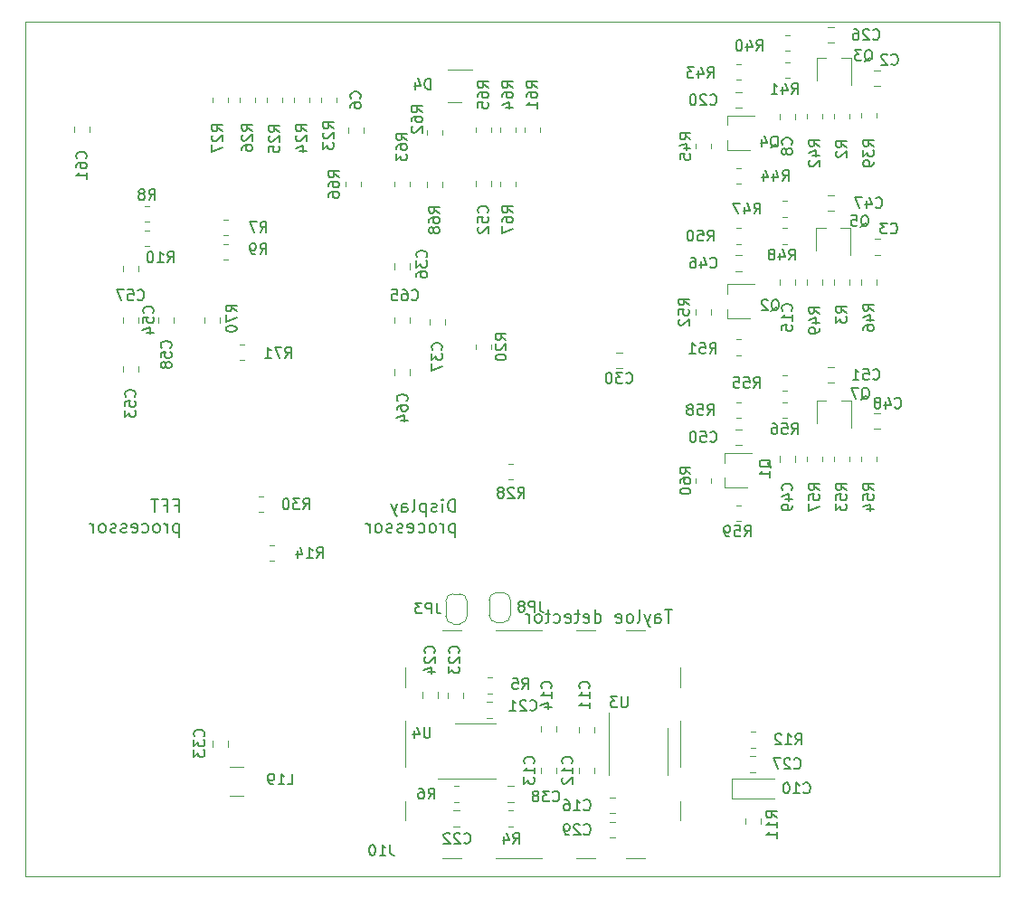
<source format=gbr>
%TF.GenerationSoftware,KiCad,Pcbnew,7.0.7*%
%TF.CreationDate,2023-09-18T17:08:08+02:00*%
%TF.ProjectId,mod_TS520,6d6f645f-5453-4353-9230-2e6b69636164,rev?*%
%TF.SameCoordinates,Original*%
%TF.FileFunction,Legend,Bot*%
%TF.FilePolarity,Positive*%
%FSLAX46Y46*%
G04 Gerber Fmt 4.6, Leading zero omitted, Abs format (unit mm)*
G04 Created by KiCad (PCBNEW 7.0.7) date 2023-09-18 17:08:08*
%MOMM*%
%LPD*%
G01*
G04 APERTURE LIST*
%ADD10C,0.150000*%
%ADD11C,0.120000*%
%TA.AperFunction,Profile*%
%ADD12C,0.100000*%
%TD*%
G04 APERTURE END LIST*
D10*
X179955601Y-85289342D02*
X179955601Y-84089342D01*
X179955601Y-84089342D02*
X179669887Y-84089342D01*
X179669887Y-84089342D02*
X179498458Y-84146485D01*
X179498458Y-84146485D02*
X179384173Y-84260771D01*
X179384173Y-84260771D02*
X179327030Y-84375057D01*
X179327030Y-84375057D02*
X179269887Y-84603628D01*
X179269887Y-84603628D02*
X179269887Y-84775057D01*
X179269887Y-84775057D02*
X179327030Y-85003628D01*
X179327030Y-85003628D02*
X179384173Y-85117914D01*
X179384173Y-85117914D02*
X179498458Y-85232200D01*
X179498458Y-85232200D02*
X179669887Y-85289342D01*
X179669887Y-85289342D02*
X179955601Y-85289342D01*
X178755601Y-85289342D02*
X178755601Y-84489342D01*
X178755601Y-84089342D02*
X178812744Y-84146485D01*
X178812744Y-84146485D02*
X178755601Y-84203628D01*
X178755601Y-84203628D02*
X178698458Y-84146485D01*
X178698458Y-84146485D02*
X178755601Y-84089342D01*
X178755601Y-84089342D02*
X178755601Y-84203628D01*
X178241315Y-85232200D02*
X178127029Y-85289342D01*
X178127029Y-85289342D02*
X177898458Y-85289342D01*
X177898458Y-85289342D02*
X177784172Y-85232200D01*
X177784172Y-85232200D02*
X177727029Y-85117914D01*
X177727029Y-85117914D02*
X177727029Y-85060771D01*
X177727029Y-85060771D02*
X177784172Y-84946485D01*
X177784172Y-84946485D02*
X177898458Y-84889342D01*
X177898458Y-84889342D02*
X178069887Y-84889342D01*
X178069887Y-84889342D02*
X178184172Y-84832200D01*
X178184172Y-84832200D02*
X178241315Y-84717914D01*
X178241315Y-84717914D02*
X178241315Y-84660771D01*
X178241315Y-84660771D02*
X178184172Y-84546485D01*
X178184172Y-84546485D02*
X178069887Y-84489342D01*
X178069887Y-84489342D02*
X177898458Y-84489342D01*
X177898458Y-84489342D02*
X177784172Y-84546485D01*
X177212743Y-84489342D02*
X177212743Y-85689342D01*
X177212743Y-84546485D02*
X177098458Y-84489342D01*
X177098458Y-84489342D02*
X176869886Y-84489342D01*
X176869886Y-84489342D02*
X176755600Y-84546485D01*
X176755600Y-84546485D02*
X176698458Y-84603628D01*
X176698458Y-84603628D02*
X176641315Y-84717914D01*
X176641315Y-84717914D02*
X176641315Y-85060771D01*
X176641315Y-85060771D02*
X176698458Y-85175057D01*
X176698458Y-85175057D02*
X176755600Y-85232200D01*
X176755600Y-85232200D02*
X176869886Y-85289342D01*
X176869886Y-85289342D02*
X177098458Y-85289342D01*
X177098458Y-85289342D02*
X177212743Y-85232200D01*
X175955601Y-85289342D02*
X176069886Y-85232200D01*
X176069886Y-85232200D02*
X176127029Y-85117914D01*
X176127029Y-85117914D02*
X176127029Y-84089342D01*
X174984173Y-85289342D02*
X174984173Y-84660771D01*
X174984173Y-84660771D02*
X175041315Y-84546485D01*
X175041315Y-84546485D02*
X175155601Y-84489342D01*
X175155601Y-84489342D02*
X175384173Y-84489342D01*
X175384173Y-84489342D02*
X175498458Y-84546485D01*
X174984173Y-85232200D02*
X175098458Y-85289342D01*
X175098458Y-85289342D02*
X175384173Y-85289342D01*
X175384173Y-85289342D02*
X175498458Y-85232200D01*
X175498458Y-85232200D02*
X175555601Y-85117914D01*
X175555601Y-85117914D02*
X175555601Y-85003628D01*
X175555601Y-85003628D02*
X175498458Y-84889342D01*
X175498458Y-84889342D02*
X175384173Y-84832200D01*
X175384173Y-84832200D02*
X175098458Y-84832200D01*
X175098458Y-84832200D02*
X174984173Y-84775057D01*
X174527030Y-84489342D02*
X174241316Y-85289342D01*
X173955601Y-84489342D02*
X174241316Y-85289342D01*
X174241316Y-85289342D02*
X174355601Y-85575057D01*
X174355601Y-85575057D02*
X174412744Y-85632200D01*
X174412744Y-85632200D02*
X174527030Y-85689342D01*
X179955601Y-86421342D02*
X179955601Y-87621342D01*
X179955601Y-86478485D02*
X179841316Y-86421342D01*
X179841316Y-86421342D02*
X179612744Y-86421342D01*
X179612744Y-86421342D02*
X179498458Y-86478485D01*
X179498458Y-86478485D02*
X179441316Y-86535628D01*
X179441316Y-86535628D02*
X179384173Y-86649914D01*
X179384173Y-86649914D02*
X179384173Y-86992771D01*
X179384173Y-86992771D02*
X179441316Y-87107057D01*
X179441316Y-87107057D02*
X179498458Y-87164200D01*
X179498458Y-87164200D02*
X179612744Y-87221342D01*
X179612744Y-87221342D02*
X179841316Y-87221342D01*
X179841316Y-87221342D02*
X179955601Y-87164200D01*
X178869887Y-87221342D02*
X178869887Y-86421342D01*
X178869887Y-86649914D02*
X178812744Y-86535628D01*
X178812744Y-86535628D02*
X178755602Y-86478485D01*
X178755602Y-86478485D02*
X178641316Y-86421342D01*
X178641316Y-86421342D02*
X178527030Y-86421342D01*
X177955602Y-87221342D02*
X178069887Y-87164200D01*
X178069887Y-87164200D02*
X178127030Y-87107057D01*
X178127030Y-87107057D02*
X178184173Y-86992771D01*
X178184173Y-86992771D02*
X178184173Y-86649914D01*
X178184173Y-86649914D02*
X178127030Y-86535628D01*
X178127030Y-86535628D02*
X178069887Y-86478485D01*
X178069887Y-86478485D02*
X177955602Y-86421342D01*
X177955602Y-86421342D02*
X177784173Y-86421342D01*
X177784173Y-86421342D02*
X177669887Y-86478485D01*
X177669887Y-86478485D02*
X177612745Y-86535628D01*
X177612745Y-86535628D02*
X177555602Y-86649914D01*
X177555602Y-86649914D02*
X177555602Y-86992771D01*
X177555602Y-86992771D02*
X177612745Y-87107057D01*
X177612745Y-87107057D02*
X177669887Y-87164200D01*
X177669887Y-87164200D02*
X177784173Y-87221342D01*
X177784173Y-87221342D02*
X177955602Y-87221342D01*
X176527031Y-87164200D02*
X176641316Y-87221342D01*
X176641316Y-87221342D02*
X176869888Y-87221342D01*
X176869888Y-87221342D02*
X176984173Y-87164200D01*
X176984173Y-87164200D02*
X177041316Y-87107057D01*
X177041316Y-87107057D02*
X177098459Y-86992771D01*
X177098459Y-86992771D02*
X177098459Y-86649914D01*
X177098459Y-86649914D02*
X177041316Y-86535628D01*
X177041316Y-86535628D02*
X176984173Y-86478485D01*
X176984173Y-86478485D02*
X176869888Y-86421342D01*
X176869888Y-86421342D02*
X176641316Y-86421342D01*
X176641316Y-86421342D02*
X176527031Y-86478485D01*
X175555602Y-87164200D02*
X175669888Y-87221342D01*
X175669888Y-87221342D02*
X175898460Y-87221342D01*
X175898460Y-87221342D02*
X176012745Y-87164200D01*
X176012745Y-87164200D02*
X176069888Y-87049914D01*
X176069888Y-87049914D02*
X176069888Y-86592771D01*
X176069888Y-86592771D02*
X176012745Y-86478485D01*
X176012745Y-86478485D02*
X175898460Y-86421342D01*
X175898460Y-86421342D02*
X175669888Y-86421342D01*
X175669888Y-86421342D02*
X175555602Y-86478485D01*
X175555602Y-86478485D02*
X175498460Y-86592771D01*
X175498460Y-86592771D02*
X175498460Y-86707057D01*
X175498460Y-86707057D02*
X176069888Y-86821342D01*
X175041317Y-87164200D02*
X174927031Y-87221342D01*
X174927031Y-87221342D02*
X174698460Y-87221342D01*
X174698460Y-87221342D02*
X174584174Y-87164200D01*
X174584174Y-87164200D02*
X174527031Y-87049914D01*
X174527031Y-87049914D02*
X174527031Y-86992771D01*
X174527031Y-86992771D02*
X174584174Y-86878485D01*
X174584174Y-86878485D02*
X174698460Y-86821342D01*
X174698460Y-86821342D02*
X174869889Y-86821342D01*
X174869889Y-86821342D02*
X174984174Y-86764200D01*
X174984174Y-86764200D02*
X175041317Y-86649914D01*
X175041317Y-86649914D02*
X175041317Y-86592771D01*
X175041317Y-86592771D02*
X174984174Y-86478485D01*
X174984174Y-86478485D02*
X174869889Y-86421342D01*
X174869889Y-86421342D02*
X174698460Y-86421342D01*
X174698460Y-86421342D02*
X174584174Y-86478485D01*
X174069888Y-87164200D02*
X173955602Y-87221342D01*
X173955602Y-87221342D02*
X173727031Y-87221342D01*
X173727031Y-87221342D02*
X173612745Y-87164200D01*
X173612745Y-87164200D02*
X173555602Y-87049914D01*
X173555602Y-87049914D02*
X173555602Y-86992771D01*
X173555602Y-86992771D02*
X173612745Y-86878485D01*
X173612745Y-86878485D02*
X173727031Y-86821342D01*
X173727031Y-86821342D02*
X173898460Y-86821342D01*
X173898460Y-86821342D02*
X174012745Y-86764200D01*
X174012745Y-86764200D02*
X174069888Y-86649914D01*
X174069888Y-86649914D02*
X174069888Y-86592771D01*
X174069888Y-86592771D02*
X174012745Y-86478485D01*
X174012745Y-86478485D02*
X173898460Y-86421342D01*
X173898460Y-86421342D02*
X173727031Y-86421342D01*
X173727031Y-86421342D02*
X173612745Y-86478485D01*
X172869888Y-87221342D02*
X172984173Y-87164200D01*
X172984173Y-87164200D02*
X173041316Y-87107057D01*
X173041316Y-87107057D02*
X173098459Y-86992771D01*
X173098459Y-86992771D02*
X173098459Y-86649914D01*
X173098459Y-86649914D02*
X173041316Y-86535628D01*
X173041316Y-86535628D02*
X172984173Y-86478485D01*
X172984173Y-86478485D02*
X172869888Y-86421342D01*
X172869888Y-86421342D02*
X172698459Y-86421342D01*
X172698459Y-86421342D02*
X172584173Y-86478485D01*
X172584173Y-86478485D02*
X172527031Y-86535628D01*
X172527031Y-86535628D02*
X172469888Y-86649914D01*
X172469888Y-86649914D02*
X172469888Y-86992771D01*
X172469888Y-86992771D02*
X172527031Y-87107057D01*
X172527031Y-87107057D02*
X172584173Y-87164200D01*
X172584173Y-87164200D02*
X172698459Y-87221342D01*
X172698459Y-87221342D02*
X172869888Y-87221342D01*
X171955602Y-87221342D02*
X171955602Y-86421342D01*
X171955602Y-86649914D02*
X171898459Y-86535628D01*
X171898459Y-86535628D02*
X171841317Y-86478485D01*
X171841317Y-86478485D02*
X171727031Y-86421342D01*
X171727031Y-86421342D02*
X171612745Y-86421342D01*
X200294630Y-94454142D02*
X199608916Y-94454142D01*
X199951773Y-95654142D02*
X199951773Y-94454142D01*
X198694630Y-95654142D02*
X198694630Y-95025571D01*
X198694630Y-95025571D02*
X198751772Y-94911285D01*
X198751772Y-94911285D02*
X198866058Y-94854142D01*
X198866058Y-94854142D02*
X199094630Y-94854142D01*
X199094630Y-94854142D02*
X199208915Y-94911285D01*
X198694630Y-95597000D02*
X198808915Y-95654142D01*
X198808915Y-95654142D02*
X199094630Y-95654142D01*
X199094630Y-95654142D02*
X199208915Y-95597000D01*
X199208915Y-95597000D02*
X199266058Y-95482714D01*
X199266058Y-95482714D02*
X199266058Y-95368428D01*
X199266058Y-95368428D02*
X199208915Y-95254142D01*
X199208915Y-95254142D02*
X199094630Y-95197000D01*
X199094630Y-95197000D02*
X198808915Y-95197000D01*
X198808915Y-95197000D02*
X198694630Y-95139857D01*
X198237487Y-94854142D02*
X197951773Y-95654142D01*
X197666058Y-94854142D02*
X197951773Y-95654142D01*
X197951773Y-95654142D02*
X198066058Y-95939857D01*
X198066058Y-95939857D02*
X198123201Y-95997000D01*
X198123201Y-95997000D02*
X198237487Y-96054142D01*
X197037487Y-95654142D02*
X197151772Y-95597000D01*
X197151772Y-95597000D02*
X197208915Y-95482714D01*
X197208915Y-95482714D02*
X197208915Y-94454142D01*
X196408916Y-95654142D02*
X196523201Y-95597000D01*
X196523201Y-95597000D02*
X196580344Y-95539857D01*
X196580344Y-95539857D02*
X196637487Y-95425571D01*
X196637487Y-95425571D02*
X196637487Y-95082714D01*
X196637487Y-95082714D02*
X196580344Y-94968428D01*
X196580344Y-94968428D02*
X196523201Y-94911285D01*
X196523201Y-94911285D02*
X196408916Y-94854142D01*
X196408916Y-94854142D02*
X196237487Y-94854142D01*
X196237487Y-94854142D02*
X196123201Y-94911285D01*
X196123201Y-94911285D02*
X196066059Y-94968428D01*
X196066059Y-94968428D02*
X196008916Y-95082714D01*
X196008916Y-95082714D02*
X196008916Y-95425571D01*
X196008916Y-95425571D02*
X196066059Y-95539857D01*
X196066059Y-95539857D02*
X196123201Y-95597000D01*
X196123201Y-95597000D02*
X196237487Y-95654142D01*
X196237487Y-95654142D02*
X196408916Y-95654142D01*
X195037487Y-95597000D02*
X195151773Y-95654142D01*
X195151773Y-95654142D02*
X195380345Y-95654142D01*
X195380345Y-95654142D02*
X195494630Y-95597000D01*
X195494630Y-95597000D02*
X195551773Y-95482714D01*
X195551773Y-95482714D02*
X195551773Y-95025571D01*
X195551773Y-95025571D02*
X195494630Y-94911285D01*
X195494630Y-94911285D02*
X195380345Y-94854142D01*
X195380345Y-94854142D02*
X195151773Y-94854142D01*
X195151773Y-94854142D02*
X195037487Y-94911285D01*
X195037487Y-94911285D02*
X194980345Y-95025571D01*
X194980345Y-95025571D02*
X194980345Y-95139857D01*
X194980345Y-95139857D02*
X195551773Y-95254142D01*
X193037488Y-95654142D02*
X193037488Y-94454142D01*
X193037488Y-95597000D02*
X193151773Y-95654142D01*
X193151773Y-95654142D02*
X193380345Y-95654142D01*
X193380345Y-95654142D02*
X193494630Y-95597000D01*
X193494630Y-95597000D02*
X193551773Y-95539857D01*
X193551773Y-95539857D02*
X193608916Y-95425571D01*
X193608916Y-95425571D02*
X193608916Y-95082714D01*
X193608916Y-95082714D02*
X193551773Y-94968428D01*
X193551773Y-94968428D02*
X193494630Y-94911285D01*
X193494630Y-94911285D02*
X193380345Y-94854142D01*
X193380345Y-94854142D02*
X193151773Y-94854142D01*
X193151773Y-94854142D02*
X193037488Y-94911285D01*
X192008916Y-95597000D02*
X192123202Y-95654142D01*
X192123202Y-95654142D02*
X192351774Y-95654142D01*
X192351774Y-95654142D02*
X192466059Y-95597000D01*
X192466059Y-95597000D02*
X192523202Y-95482714D01*
X192523202Y-95482714D02*
X192523202Y-95025571D01*
X192523202Y-95025571D02*
X192466059Y-94911285D01*
X192466059Y-94911285D02*
X192351774Y-94854142D01*
X192351774Y-94854142D02*
X192123202Y-94854142D01*
X192123202Y-94854142D02*
X192008916Y-94911285D01*
X192008916Y-94911285D02*
X191951774Y-95025571D01*
X191951774Y-95025571D02*
X191951774Y-95139857D01*
X191951774Y-95139857D02*
X192523202Y-95254142D01*
X191608917Y-94854142D02*
X191151774Y-94854142D01*
X191437488Y-94454142D02*
X191437488Y-95482714D01*
X191437488Y-95482714D02*
X191380345Y-95597000D01*
X191380345Y-95597000D02*
X191266060Y-95654142D01*
X191266060Y-95654142D02*
X191151774Y-95654142D01*
X190294631Y-95597000D02*
X190408917Y-95654142D01*
X190408917Y-95654142D02*
X190637489Y-95654142D01*
X190637489Y-95654142D02*
X190751774Y-95597000D01*
X190751774Y-95597000D02*
X190808917Y-95482714D01*
X190808917Y-95482714D02*
X190808917Y-95025571D01*
X190808917Y-95025571D02*
X190751774Y-94911285D01*
X190751774Y-94911285D02*
X190637489Y-94854142D01*
X190637489Y-94854142D02*
X190408917Y-94854142D01*
X190408917Y-94854142D02*
X190294631Y-94911285D01*
X190294631Y-94911285D02*
X190237489Y-95025571D01*
X190237489Y-95025571D02*
X190237489Y-95139857D01*
X190237489Y-95139857D02*
X190808917Y-95254142D01*
X189208918Y-95597000D02*
X189323203Y-95654142D01*
X189323203Y-95654142D02*
X189551775Y-95654142D01*
X189551775Y-95654142D02*
X189666060Y-95597000D01*
X189666060Y-95597000D02*
X189723203Y-95539857D01*
X189723203Y-95539857D02*
X189780346Y-95425571D01*
X189780346Y-95425571D02*
X189780346Y-95082714D01*
X189780346Y-95082714D02*
X189723203Y-94968428D01*
X189723203Y-94968428D02*
X189666060Y-94911285D01*
X189666060Y-94911285D02*
X189551775Y-94854142D01*
X189551775Y-94854142D02*
X189323203Y-94854142D01*
X189323203Y-94854142D02*
X189208918Y-94911285D01*
X188866061Y-94854142D02*
X188408918Y-94854142D01*
X188694632Y-94454142D02*
X188694632Y-95482714D01*
X188694632Y-95482714D02*
X188637489Y-95597000D01*
X188637489Y-95597000D02*
X188523204Y-95654142D01*
X188523204Y-95654142D02*
X188408918Y-95654142D01*
X187837490Y-95654142D02*
X187951775Y-95597000D01*
X187951775Y-95597000D02*
X188008918Y-95539857D01*
X188008918Y-95539857D02*
X188066061Y-95425571D01*
X188066061Y-95425571D02*
X188066061Y-95082714D01*
X188066061Y-95082714D02*
X188008918Y-94968428D01*
X188008918Y-94968428D02*
X187951775Y-94911285D01*
X187951775Y-94911285D02*
X187837490Y-94854142D01*
X187837490Y-94854142D02*
X187666061Y-94854142D01*
X187666061Y-94854142D02*
X187551775Y-94911285D01*
X187551775Y-94911285D02*
X187494633Y-94968428D01*
X187494633Y-94968428D02*
X187437490Y-95082714D01*
X187437490Y-95082714D02*
X187437490Y-95425571D01*
X187437490Y-95425571D02*
X187494633Y-95539857D01*
X187494633Y-95539857D02*
X187551775Y-95597000D01*
X187551775Y-95597000D02*
X187666061Y-95654142D01*
X187666061Y-95654142D02*
X187837490Y-95654142D01*
X186923204Y-95654142D02*
X186923204Y-94854142D01*
X186923204Y-95082714D02*
X186866061Y-94968428D01*
X186866061Y-94968428D02*
X186808919Y-94911285D01*
X186808919Y-94911285D02*
X186694633Y-94854142D01*
X186694633Y-94854142D02*
X186580347Y-94854142D01*
X153698401Y-84660771D02*
X154098401Y-84660771D01*
X154098401Y-85289342D02*
X154098401Y-84089342D01*
X154098401Y-84089342D02*
X153526973Y-84089342D01*
X152669830Y-84660771D02*
X153069830Y-84660771D01*
X153069830Y-85289342D02*
X153069830Y-84089342D01*
X153069830Y-84089342D02*
X152498402Y-84089342D01*
X152212688Y-84089342D02*
X151526974Y-84089342D01*
X151869831Y-85289342D02*
X151869831Y-84089342D01*
X154098401Y-86421342D02*
X154098401Y-87621342D01*
X154098401Y-86478485D02*
X153984116Y-86421342D01*
X153984116Y-86421342D02*
X153755544Y-86421342D01*
X153755544Y-86421342D02*
X153641258Y-86478485D01*
X153641258Y-86478485D02*
X153584116Y-86535628D01*
X153584116Y-86535628D02*
X153526973Y-86649914D01*
X153526973Y-86649914D02*
X153526973Y-86992771D01*
X153526973Y-86992771D02*
X153584116Y-87107057D01*
X153584116Y-87107057D02*
X153641258Y-87164200D01*
X153641258Y-87164200D02*
X153755544Y-87221342D01*
X153755544Y-87221342D02*
X153984116Y-87221342D01*
X153984116Y-87221342D02*
X154098401Y-87164200D01*
X153012687Y-87221342D02*
X153012687Y-86421342D01*
X153012687Y-86649914D02*
X152955544Y-86535628D01*
X152955544Y-86535628D02*
X152898402Y-86478485D01*
X152898402Y-86478485D02*
X152784116Y-86421342D01*
X152784116Y-86421342D02*
X152669830Y-86421342D01*
X152098402Y-87221342D02*
X152212687Y-87164200D01*
X152212687Y-87164200D02*
X152269830Y-87107057D01*
X152269830Y-87107057D02*
X152326973Y-86992771D01*
X152326973Y-86992771D02*
X152326973Y-86649914D01*
X152326973Y-86649914D02*
X152269830Y-86535628D01*
X152269830Y-86535628D02*
X152212687Y-86478485D01*
X152212687Y-86478485D02*
X152098402Y-86421342D01*
X152098402Y-86421342D02*
X151926973Y-86421342D01*
X151926973Y-86421342D02*
X151812687Y-86478485D01*
X151812687Y-86478485D02*
X151755545Y-86535628D01*
X151755545Y-86535628D02*
X151698402Y-86649914D01*
X151698402Y-86649914D02*
X151698402Y-86992771D01*
X151698402Y-86992771D02*
X151755545Y-87107057D01*
X151755545Y-87107057D02*
X151812687Y-87164200D01*
X151812687Y-87164200D02*
X151926973Y-87221342D01*
X151926973Y-87221342D02*
X152098402Y-87221342D01*
X150669831Y-87164200D02*
X150784116Y-87221342D01*
X150784116Y-87221342D02*
X151012688Y-87221342D01*
X151012688Y-87221342D02*
X151126973Y-87164200D01*
X151126973Y-87164200D02*
X151184116Y-87107057D01*
X151184116Y-87107057D02*
X151241259Y-86992771D01*
X151241259Y-86992771D02*
X151241259Y-86649914D01*
X151241259Y-86649914D02*
X151184116Y-86535628D01*
X151184116Y-86535628D02*
X151126973Y-86478485D01*
X151126973Y-86478485D02*
X151012688Y-86421342D01*
X151012688Y-86421342D02*
X150784116Y-86421342D01*
X150784116Y-86421342D02*
X150669831Y-86478485D01*
X149698402Y-87164200D02*
X149812688Y-87221342D01*
X149812688Y-87221342D02*
X150041260Y-87221342D01*
X150041260Y-87221342D02*
X150155545Y-87164200D01*
X150155545Y-87164200D02*
X150212688Y-87049914D01*
X150212688Y-87049914D02*
X150212688Y-86592771D01*
X150212688Y-86592771D02*
X150155545Y-86478485D01*
X150155545Y-86478485D02*
X150041260Y-86421342D01*
X150041260Y-86421342D02*
X149812688Y-86421342D01*
X149812688Y-86421342D02*
X149698402Y-86478485D01*
X149698402Y-86478485D02*
X149641260Y-86592771D01*
X149641260Y-86592771D02*
X149641260Y-86707057D01*
X149641260Y-86707057D02*
X150212688Y-86821342D01*
X149184117Y-87164200D02*
X149069831Y-87221342D01*
X149069831Y-87221342D02*
X148841260Y-87221342D01*
X148841260Y-87221342D02*
X148726974Y-87164200D01*
X148726974Y-87164200D02*
X148669831Y-87049914D01*
X148669831Y-87049914D02*
X148669831Y-86992771D01*
X148669831Y-86992771D02*
X148726974Y-86878485D01*
X148726974Y-86878485D02*
X148841260Y-86821342D01*
X148841260Y-86821342D02*
X149012689Y-86821342D01*
X149012689Y-86821342D02*
X149126974Y-86764200D01*
X149126974Y-86764200D02*
X149184117Y-86649914D01*
X149184117Y-86649914D02*
X149184117Y-86592771D01*
X149184117Y-86592771D02*
X149126974Y-86478485D01*
X149126974Y-86478485D02*
X149012689Y-86421342D01*
X149012689Y-86421342D02*
X148841260Y-86421342D01*
X148841260Y-86421342D02*
X148726974Y-86478485D01*
X148212688Y-87164200D02*
X148098402Y-87221342D01*
X148098402Y-87221342D02*
X147869831Y-87221342D01*
X147869831Y-87221342D02*
X147755545Y-87164200D01*
X147755545Y-87164200D02*
X147698402Y-87049914D01*
X147698402Y-87049914D02*
X147698402Y-86992771D01*
X147698402Y-86992771D02*
X147755545Y-86878485D01*
X147755545Y-86878485D02*
X147869831Y-86821342D01*
X147869831Y-86821342D02*
X148041260Y-86821342D01*
X148041260Y-86821342D02*
X148155545Y-86764200D01*
X148155545Y-86764200D02*
X148212688Y-86649914D01*
X148212688Y-86649914D02*
X148212688Y-86592771D01*
X148212688Y-86592771D02*
X148155545Y-86478485D01*
X148155545Y-86478485D02*
X148041260Y-86421342D01*
X148041260Y-86421342D02*
X147869831Y-86421342D01*
X147869831Y-86421342D02*
X147755545Y-86478485D01*
X147012688Y-87221342D02*
X147126973Y-87164200D01*
X147126973Y-87164200D02*
X147184116Y-87107057D01*
X147184116Y-87107057D02*
X147241259Y-86992771D01*
X147241259Y-86992771D02*
X147241259Y-86649914D01*
X147241259Y-86649914D02*
X147184116Y-86535628D01*
X147184116Y-86535628D02*
X147126973Y-86478485D01*
X147126973Y-86478485D02*
X147012688Y-86421342D01*
X147012688Y-86421342D02*
X146841259Y-86421342D01*
X146841259Y-86421342D02*
X146726973Y-86478485D01*
X146726973Y-86478485D02*
X146669831Y-86535628D01*
X146669831Y-86535628D02*
X146612688Y-86649914D01*
X146612688Y-86649914D02*
X146612688Y-86992771D01*
X146612688Y-86992771D02*
X146669831Y-87107057D01*
X146669831Y-87107057D02*
X146726973Y-87164200D01*
X146726973Y-87164200D02*
X146841259Y-87221342D01*
X146841259Y-87221342D02*
X147012688Y-87221342D01*
X146098402Y-87221342D02*
X146098402Y-86421342D01*
X146098402Y-86649914D02*
X146041259Y-86535628D01*
X146041259Y-86535628D02*
X145984117Y-86478485D01*
X145984117Y-86478485D02*
X145869831Y-86421342D01*
X145869831Y-86421342D02*
X145755545Y-86421342D01*
X185366819Y-57269142D02*
X184890628Y-56935809D01*
X185366819Y-56697714D02*
X184366819Y-56697714D01*
X184366819Y-56697714D02*
X184366819Y-57078666D01*
X184366819Y-57078666D02*
X184414438Y-57173904D01*
X184414438Y-57173904D02*
X184462057Y-57221523D01*
X184462057Y-57221523D02*
X184557295Y-57269142D01*
X184557295Y-57269142D02*
X184700152Y-57269142D01*
X184700152Y-57269142D02*
X184795390Y-57221523D01*
X184795390Y-57221523D02*
X184843009Y-57173904D01*
X184843009Y-57173904D02*
X184890628Y-57078666D01*
X184890628Y-57078666D02*
X184890628Y-56697714D01*
X184366819Y-58126285D02*
X184366819Y-57935809D01*
X184366819Y-57935809D02*
X184414438Y-57840571D01*
X184414438Y-57840571D02*
X184462057Y-57792952D01*
X184462057Y-57792952D02*
X184604914Y-57697714D01*
X184604914Y-57697714D02*
X184795390Y-57650095D01*
X184795390Y-57650095D02*
X185176342Y-57650095D01*
X185176342Y-57650095D02*
X185271580Y-57697714D01*
X185271580Y-57697714D02*
X185319200Y-57745333D01*
X185319200Y-57745333D02*
X185366819Y-57840571D01*
X185366819Y-57840571D02*
X185366819Y-58031047D01*
X185366819Y-58031047D02*
X185319200Y-58126285D01*
X185319200Y-58126285D02*
X185271580Y-58173904D01*
X185271580Y-58173904D02*
X185176342Y-58221523D01*
X185176342Y-58221523D02*
X184938247Y-58221523D01*
X184938247Y-58221523D02*
X184843009Y-58173904D01*
X184843009Y-58173904D02*
X184795390Y-58126285D01*
X184795390Y-58126285D02*
X184747771Y-58031047D01*
X184747771Y-58031047D02*
X184747771Y-57840571D01*
X184747771Y-57840571D02*
X184795390Y-57745333D01*
X184795390Y-57745333D02*
X184843009Y-57697714D01*
X184843009Y-57697714D02*
X184938247Y-57650095D01*
X184366819Y-58554857D02*
X184366819Y-59221523D01*
X184366819Y-59221523D02*
X185366819Y-58792952D01*
X219082857Y-40999580D02*
X219130476Y-41047200D01*
X219130476Y-41047200D02*
X219273333Y-41094819D01*
X219273333Y-41094819D02*
X219368571Y-41094819D01*
X219368571Y-41094819D02*
X219511428Y-41047200D01*
X219511428Y-41047200D02*
X219606666Y-40951961D01*
X219606666Y-40951961D02*
X219654285Y-40856723D01*
X219654285Y-40856723D02*
X219701904Y-40666247D01*
X219701904Y-40666247D02*
X219701904Y-40523390D01*
X219701904Y-40523390D02*
X219654285Y-40332914D01*
X219654285Y-40332914D02*
X219606666Y-40237676D01*
X219606666Y-40237676D02*
X219511428Y-40142438D01*
X219511428Y-40142438D02*
X219368571Y-40094819D01*
X219368571Y-40094819D02*
X219273333Y-40094819D01*
X219273333Y-40094819D02*
X219130476Y-40142438D01*
X219130476Y-40142438D02*
X219082857Y-40190057D01*
X218701904Y-40190057D02*
X218654285Y-40142438D01*
X218654285Y-40142438D02*
X218559047Y-40094819D01*
X218559047Y-40094819D02*
X218320952Y-40094819D01*
X218320952Y-40094819D02*
X218225714Y-40142438D01*
X218225714Y-40142438D02*
X218178095Y-40190057D01*
X218178095Y-40190057D02*
X218130476Y-40285295D01*
X218130476Y-40285295D02*
X218130476Y-40380533D01*
X218130476Y-40380533D02*
X218178095Y-40523390D01*
X218178095Y-40523390D02*
X218749523Y-41094819D01*
X218749523Y-41094819D02*
X218130476Y-41094819D01*
X217273333Y-40094819D02*
X217463809Y-40094819D01*
X217463809Y-40094819D02*
X217559047Y-40142438D01*
X217559047Y-40142438D02*
X217606666Y-40190057D01*
X217606666Y-40190057D02*
X217701904Y-40332914D01*
X217701904Y-40332914D02*
X217749523Y-40523390D01*
X217749523Y-40523390D02*
X217749523Y-40904342D01*
X217749523Y-40904342D02*
X217701904Y-40999580D01*
X217701904Y-40999580D02*
X217654285Y-41047200D01*
X217654285Y-41047200D02*
X217559047Y-41094819D01*
X217559047Y-41094819D02*
X217368571Y-41094819D01*
X217368571Y-41094819D02*
X217273333Y-41047200D01*
X217273333Y-41047200D02*
X217225714Y-40999580D01*
X217225714Y-40999580D02*
X217178095Y-40904342D01*
X217178095Y-40904342D02*
X217178095Y-40666247D01*
X217178095Y-40666247D02*
X217225714Y-40571009D01*
X217225714Y-40571009D02*
X217273333Y-40523390D01*
X217273333Y-40523390D02*
X217368571Y-40475771D01*
X217368571Y-40475771D02*
X217559047Y-40475771D01*
X217559047Y-40475771D02*
X217654285Y-40523390D01*
X217654285Y-40523390D02*
X217701904Y-40571009D01*
X217701904Y-40571009D02*
X217749523Y-40666247D01*
X153042857Y-61922819D02*
X153376190Y-61446628D01*
X153614285Y-61922819D02*
X153614285Y-60922819D01*
X153614285Y-60922819D02*
X153233333Y-60922819D01*
X153233333Y-60922819D02*
X153138095Y-60970438D01*
X153138095Y-60970438D02*
X153090476Y-61018057D01*
X153090476Y-61018057D02*
X153042857Y-61113295D01*
X153042857Y-61113295D02*
X153042857Y-61256152D01*
X153042857Y-61256152D02*
X153090476Y-61351390D01*
X153090476Y-61351390D02*
X153138095Y-61399009D01*
X153138095Y-61399009D02*
X153233333Y-61446628D01*
X153233333Y-61446628D02*
X153614285Y-61446628D01*
X152090476Y-61922819D02*
X152661904Y-61922819D01*
X152376190Y-61922819D02*
X152376190Y-60922819D01*
X152376190Y-60922819D02*
X152471428Y-61065676D01*
X152471428Y-61065676D02*
X152566666Y-61160914D01*
X152566666Y-61160914D02*
X152661904Y-61208533D01*
X151471428Y-60922819D02*
X151376190Y-60922819D01*
X151376190Y-60922819D02*
X151280952Y-60970438D01*
X151280952Y-60970438D02*
X151233333Y-61018057D01*
X151233333Y-61018057D02*
X151185714Y-61113295D01*
X151185714Y-61113295D02*
X151138095Y-61303771D01*
X151138095Y-61303771D02*
X151138095Y-61541866D01*
X151138095Y-61541866D02*
X151185714Y-61732342D01*
X151185714Y-61732342D02*
X151233333Y-61827580D01*
X151233333Y-61827580D02*
X151280952Y-61875200D01*
X151280952Y-61875200D02*
X151376190Y-61922819D01*
X151376190Y-61922819D02*
X151471428Y-61922819D01*
X151471428Y-61922819D02*
X151566666Y-61875200D01*
X151566666Y-61875200D02*
X151614285Y-61827580D01*
X151614285Y-61827580D02*
X151661904Y-61732342D01*
X151661904Y-61732342D02*
X151709523Y-61541866D01*
X151709523Y-61541866D02*
X151709523Y-61303771D01*
X151709523Y-61303771D02*
X151661904Y-61113295D01*
X151661904Y-61113295D02*
X151614285Y-61018057D01*
X151614285Y-61018057D02*
X151566666Y-60970438D01*
X151566666Y-60970438D02*
X151471428Y-60922819D01*
X217921238Y-58614457D02*
X218016476Y-58566838D01*
X218016476Y-58566838D02*
X218111714Y-58471600D01*
X218111714Y-58471600D02*
X218254571Y-58328742D01*
X218254571Y-58328742D02*
X218349809Y-58281123D01*
X218349809Y-58281123D02*
X218445047Y-58281123D01*
X218397428Y-58519219D02*
X218492666Y-58471600D01*
X218492666Y-58471600D02*
X218587904Y-58376361D01*
X218587904Y-58376361D02*
X218635523Y-58185885D01*
X218635523Y-58185885D02*
X218635523Y-57852552D01*
X218635523Y-57852552D02*
X218587904Y-57662076D01*
X218587904Y-57662076D02*
X218492666Y-57566838D01*
X218492666Y-57566838D02*
X218397428Y-57519219D01*
X218397428Y-57519219D02*
X218206952Y-57519219D01*
X218206952Y-57519219D02*
X218111714Y-57566838D01*
X218111714Y-57566838D02*
X218016476Y-57662076D01*
X218016476Y-57662076D02*
X217968857Y-57852552D01*
X217968857Y-57852552D02*
X217968857Y-58185885D01*
X217968857Y-58185885D02*
X218016476Y-58376361D01*
X218016476Y-58376361D02*
X218111714Y-58471600D01*
X218111714Y-58471600D02*
X218206952Y-58519219D01*
X218206952Y-58519219D02*
X218397428Y-58519219D01*
X217064095Y-57519219D02*
X217540285Y-57519219D01*
X217540285Y-57519219D02*
X217587904Y-57995409D01*
X217587904Y-57995409D02*
X217540285Y-57947790D01*
X217540285Y-57947790D02*
X217445047Y-57900171D01*
X217445047Y-57900171D02*
X217206952Y-57900171D01*
X217206952Y-57900171D02*
X217111714Y-57947790D01*
X217111714Y-57947790D02*
X217064095Y-57995409D01*
X217064095Y-57995409D02*
X217016476Y-58090647D01*
X217016476Y-58090647D02*
X217016476Y-58328742D01*
X217016476Y-58328742D02*
X217064095Y-58423980D01*
X217064095Y-58423980D02*
X217111714Y-58471600D01*
X217111714Y-58471600D02*
X217206952Y-58519219D01*
X217206952Y-58519219D02*
X217445047Y-58519219D01*
X217445047Y-58519219D02*
X217540285Y-58471600D01*
X217540285Y-58471600D02*
X217587904Y-58423980D01*
X195968857Y-73159580D02*
X196016476Y-73207200D01*
X196016476Y-73207200D02*
X196159333Y-73254819D01*
X196159333Y-73254819D02*
X196254571Y-73254819D01*
X196254571Y-73254819D02*
X196397428Y-73207200D01*
X196397428Y-73207200D02*
X196492666Y-73111961D01*
X196492666Y-73111961D02*
X196540285Y-73016723D01*
X196540285Y-73016723D02*
X196587904Y-72826247D01*
X196587904Y-72826247D02*
X196587904Y-72683390D01*
X196587904Y-72683390D02*
X196540285Y-72492914D01*
X196540285Y-72492914D02*
X196492666Y-72397676D01*
X196492666Y-72397676D02*
X196397428Y-72302438D01*
X196397428Y-72302438D02*
X196254571Y-72254819D01*
X196254571Y-72254819D02*
X196159333Y-72254819D01*
X196159333Y-72254819D02*
X196016476Y-72302438D01*
X196016476Y-72302438D02*
X195968857Y-72350057D01*
X195635523Y-72254819D02*
X195016476Y-72254819D01*
X195016476Y-72254819D02*
X195349809Y-72635771D01*
X195349809Y-72635771D02*
X195206952Y-72635771D01*
X195206952Y-72635771D02*
X195111714Y-72683390D01*
X195111714Y-72683390D02*
X195064095Y-72731009D01*
X195064095Y-72731009D02*
X195016476Y-72826247D01*
X195016476Y-72826247D02*
X195016476Y-73064342D01*
X195016476Y-73064342D02*
X195064095Y-73159580D01*
X195064095Y-73159580D02*
X195111714Y-73207200D01*
X195111714Y-73207200D02*
X195206952Y-73254819D01*
X195206952Y-73254819D02*
X195492666Y-73254819D01*
X195492666Y-73254819D02*
X195587904Y-73207200D01*
X195587904Y-73207200D02*
X195635523Y-73159580D01*
X194397428Y-72254819D02*
X194302190Y-72254819D01*
X194302190Y-72254819D02*
X194206952Y-72302438D01*
X194206952Y-72302438D02*
X194159333Y-72350057D01*
X194159333Y-72350057D02*
X194111714Y-72445295D01*
X194111714Y-72445295D02*
X194064095Y-72635771D01*
X194064095Y-72635771D02*
X194064095Y-72873866D01*
X194064095Y-72873866D02*
X194111714Y-73064342D01*
X194111714Y-73064342D02*
X194159333Y-73159580D01*
X194159333Y-73159580D02*
X194206952Y-73207200D01*
X194206952Y-73207200D02*
X194302190Y-73254819D01*
X194302190Y-73254819D02*
X194397428Y-73254819D01*
X194397428Y-73254819D02*
X194492666Y-73207200D01*
X194492666Y-73207200D02*
X194540285Y-73159580D01*
X194540285Y-73159580D02*
X194587904Y-73064342D01*
X194587904Y-73064342D02*
X194635523Y-72873866D01*
X194635523Y-72873866D02*
X194635523Y-72635771D01*
X194635523Y-72635771D02*
X194587904Y-72445295D01*
X194587904Y-72445295D02*
X194540285Y-72350057D01*
X194540285Y-72350057D02*
X194492666Y-72302438D01*
X194492666Y-72302438D02*
X194397428Y-72254819D01*
X149965580Y-74490342D02*
X150013200Y-74442723D01*
X150013200Y-74442723D02*
X150060819Y-74299866D01*
X150060819Y-74299866D02*
X150060819Y-74204628D01*
X150060819Y-74204628D02*
X150013200Y-74061771D01*
X150013200Y-74061771D02*
X149917961Y-73966533D01*
X149917961Y-73966533D02*
X149822723Y-73918914D01*
X149822723Y-73918914D02*
X149632247Y-73871295D01*
X149632247Y-73871295D02*
X149489390Y-73871295D01*
X149489390Y-73871295D02*
X149298914Y-73918914D01*
X149298914Y-73918914D02*
X149203676Y-73966533D01*
X149203676Y-73966533D02*
X149108438Y-74061771D01*
X149108438Y-74061771D02*
X149060819Y-74204628D01*
X149060819Y-74204628D02*
X149060819Y-74299866D01*
X149060819Y-74299866D02*
X149108438Y-74442723D01*
X149108438Y-74442723D02*
X149156057Y-74490342D01*
X149060819Y-75395104D02*
X149060819Y-74918914D01*
X149060819Y-74918914D02*
X149537009Y-74871295D01*
X149537009Y-74871295D02*
X149489390Y-74918914D01*
X149489390Y-74918914D02*
X149441771Y-75014152D01*
X149441771Y-75014152D02*
X149441771Y-75252247D01*
X149441771Y-75252247D02*
X149489390Y-75347485D01*
X149489390Y-75347485D02*
X149537009Y-75395104D01*
X149537009Y-75395104D02*
X149632247Y-75442723D01*
X149632247Y-75442723D02*
X149870342Y-75442723D01*
X149870342Y-75442723D02*
X149965580Y-75395104D01*
X149965580Y-75395104D02*
X150013200Y-75347485D01*
X150013200Y-75347485D02*
X150060819Y-75252247D01*
X150060819Y-75252247D02*
X150060819Y-75014152D01*
X150060819Y-75014152D02*
X150013200Y-74918914D01*
X150013200Y-74918914D02*
X149965580Y-74871295D01*
X149060819Y-75776057D02*
X149060819Y-76395104D01*
X149060819Y-76395104D02*
X149441771Y-76061771D01*
X149441771Y-76061771D02*
X149441771Y-76204628D01*
X149441771Y-76204628D02*
X149489390Y-76299866D01*
X149489390Y-76299866D02*
X149537009Y-76347485D01*
X149537009Y-76347485D02*
X149632247Y-76395104D01*
X149632247Y-76395104D02*
X149870342Y-76395104D01*
X149870342Y-76395104D02*
X149965580Y-76347485D01*
X149965580Y-76347485D02*
X150013200Y-76299866D01*
X150013200Y-76299866D02*
X150060819Y-76204628D01*
X150060819Y-76204628D02*
X150060819Y-75918914D01*
X150060819Y-75918914D02*
X150013200Y-75823676D01*
X150013200Y-75823676D02*
X149965580Y-75776057D01*
X220740266Y-59135180D02*
X220787885Y-59182800D01*
X220787885Y-59182800D02*
X220930742Y-59230419D01*
X220930742Y-59230419D02*
X221025980Y-59230419D01*
X221025980Y-59230419D02*
X221168837Y-59182800D01*
X221168837Y-59182800D02*
X221264075Y-59087561D01*
X221264075Y-59087561D02*
X221311694Y-58992323D01*
X221311694Y-58992323D02*
X221359313Y-58801847D01*
X221359313Y-58801847D02*
X221359313Y-58658990D01*
X221359313Y-58658990D02*
X221311694Y-58468514D01*
X221311694Y-58468514D02*
X221264075Y-58373276D01*
X221264075Y-58373276D02*
X221168837Y-58278038D01*
X221168837Y-58278038D02*
X221025980Y-58230419D01*
X221025980Y-58230419D02*
X220930742Y-58230419D01*
X220930742Y-58230419D02*
X220787885Y-58278038D01*
X220787885Y-58278038D02*
X220740266Y-58325657D01*
X220406932Y-58230419D02*
X219787885Y-58230419D01*
X219787885Y-58230419D02*
X220121218Y-58611371D01*
X220121218Y-58611371D02*
X219978361Y-58611371D01*
X219978361Y-58611371D02*
X219883123Y-58658990D01*
X219883123Y-58658990D02*
X219835504Y-58706609D01*
X219835504Y-58706609D02*
X219787885Y-58801847D01*
X219787885Y-58801847D02*
X219787885Y-59039942D01*
X219787885Y-59039942D02*
X219835504Y-59135180D01*
X219835504Y-59135180D02*
X219883123Y-59182800D01*
X219883123Y-59182800D02*
X219978361Y-59230419D01*
X219978361Y-59230419D02*
X220264075Y-59230419D01*
X220264075Y-59230419D02*
X220359313Y-59182800D01*
X220359313Y-59182800D02*
X220406932Y-59135180D01*
X185859657Y-83970019D02*
X186192990Y-83493828D01*
X186431085Y-83970019D02*
X186431085Y-82970019D01*
X186431085Y-82970019D02*
X186050133Y-82970019D01*
X186050133Y-82970019D02*
X185954895Y-83017638D01*
X185954895Y-83017638D02*
X185907276Y-83065257D01*
X185907276Y-83065257D02*
X185859657Y-83160495D01*
X185859657Y-83160495D02*
X185859657Y-83303352D01*
X185859657Y-83303352D02*
X185907276Y-83398590D01*
X185907276Y-83398590D02*
X185954895Y-83446209D01*
X185954895Y-83446209D02*
X186050133Y-83493828D01*
X186050133Y-83493828D02*
X186431085Y-83493828D01*
X185478704Y-83065257D02*
X185431085Y-83017638D01*
X185431085Y-83017638D02*
X185335847Y-82970019D01*
X185335847Y-82970019D02*
X185097752Y-82970019D01*
X185097752Y-82970019D02*
X185002514Y-83017638D01*
X185002514Y-83017638D02*
X184954895Y-83065257D01*
X184954895Y-83065257D02*
X184907276Y-83160495D01*
X184907276Y-83160495D02*
X184907276Y-83255733D01*
X184907276Y-83255733D02*
X184954895Y-83398590D01*
X184954895Y-83398590D02*
X185526323Y-83970019D01*
X185526323Y-83970019D02*
X184907276Y-83970019D01*
X184335847Y-83398590D02*
X184431085Y-83350971D01*
X184431085Y-83350971D02*
X184478704Y-83303352D01*
X184478704Y-83303352D02*
X184526323Y-83208114D01*
X184526323Y-83208114D02*
X184526323Y-83160495D01*
X184526323Y-83160495D02*
X184478704Y-83065257D01*
X184478704Y-83065257D02*
X184431085Y-83017638D01*
X184431085Y-83017638D02*
X184335847Y-82970019D01*
X184335847Y-82970019D02*
X184145371Y-82970019D01*
X184145371Y-82970019D02*
X184050133Y-83017638D01*
X184050133Y-83017638D02*
X184002514Y-83065257D01*
X184002514Y-83065257D02*
X183954895Y-83160495D01*
X183954895Y-83160495D02*
X183954895Y-83208114D01*
X183954895Y-83208114D02*
X184002514Y-83303352D01*
X184002514Y-83303352D02*
X184050133Y-83350971D01*
X184050133Y-83350971D02*
X184145371Y-83398590D01*
X184145371Y-83398590D02*
X184335847Y-83398590D01*
X184335847Y-83398590D02*
X184431085Y-83446209D01*
X184431085Y-83446209D02*
X184478704Y-83493828D01*
X184478704Y-83493828D02*
X184526323Y-83589066D01*
X184526323Y-83589066D02*
X184526323Y-83779542D01*
X184526323Y-83779542D02*
X184478704Y-83874780D01*
X184478704Y-83874780D02*
X184431085Y-83922400D01*
X184431085Y-83922400D02*
X184335847Y-83970019D01*
X184335847Y-83970019D02*
X184145371Y-83970019D01*
X184145371Y-83970019D02*
X184050133Y-83922400D01*
X184050133Y-83922400D02*
X184002514Y-83874780D01*
X184002514Y-83874780D02*
X183954895Y-83779542D01*
X183954895Y-83779542D02*
X183954895Y-83589066D01*
X183954895Y-83589066D02*
X184002514Y-83493828D01*
X184002514Y-83493828D02*
X184050133Y-83446209D01*
X184050133Y-83446209D02*
X184145371Y-83398590D01*
X211462857Y-46174819D02*
X211796190Y-45698628D01*
X212034285Y-46174819D02*
X212034285Y-45174819D01*
X212034285Y-45174819D02*
X211653333Y-45174819D01*
X211653333Y-45174819D02*
X211558095Y-45222438D01*
X211558095Y-45222438D02*
X211510476Y-45270057D01*
X211510476Y-45270057D02*
X211462857Y-45365295D01*
X211462857Y-45365295D02*
X211462857Y-45508152D01*
X211462857Y-45508152D02*
X211510476Y-45603390D01*
X211510476Y-45603390D02*
X211558095Y-45651009D01*
X211558095Y-45651009D02*
X211653333Y-45698628D01*
X211653333Y-45698628D02*
X212034285Y-45698628D01*
X210605714Y-45508152D02*
X210605714Y-46174819D01*
X210843809Y-45127200D02*
X211081904Y-45841485D01*
X211081904Y-45841485D02*
X210462857Y-45841485D01*
X209558095Y-46174819D02*
X210129523Y-46174819D01*
X209843809Y-46174819D02*
X209843809Y-45174819D01*
X209843809Y-45174819D02*
X209939047Y-45317676D01*
X209939047Y-45317676D02*
X210034285Y-45412914D01*
X210034285Y-45412914D02*
X210129523Y-45460533D01*
X168602819Y-49395142D02*
X168126628Y-49061809D01*
X168602819Y-48823714D02*
X167602819Y-48823714D01*
X167602819Y-48823714D02*
X167602819Y-49204666D01*
X167602819Y-49204666D02*
X167650438Y-49299904D01*
X167650438Y-49299904D02*
X167698057Y-49347523D01*
X167698057Y-49347523D02*
X167793295Y-49395142D01*
X167793295Y-49395142D02*
X167936152Y-49395142D01*
X167936152Y-49395142D02*
X168031390Y-49347523D01*
X168031390Y-49347523D02*
X168079009Y-49299904D01*
X168079009Y-49299904D02*
X168126628Y-49204666D01*
X168126628Y-49204666D02*
X168126628Y-48823714D01*
X167698057Y-49776095D02*
X167650438Y-49823714D01*
X167650438Y-49823714D02*
X167602819Y-49918952D01*
X167602819Y-49918952D02*
X167602819Y-50157047D01*
X167602819Y-50157047D02*
X167650438Y-50252285D01*
X167650438Y-50252285D02*
X167698057Y-50299904D01*
X167698057Y-50299904D02*
X167793295Y-50347523D01*
X167793295Y-50347523D02*
X167888533Y-50347523D01*
X167888533Y-50347523D02*
X168031390Y-50299904D01*
X168031390Y-50299904D02*
X168602819Y-49728476D01*
X168602819Y-49728476D02*
X168602819Y-50347523D01*
X167602819Y-50680857D02*
X167602819Y-51299904D01*
X167602819Y-51299904D02*
X167983771Y-50966571D01*
X167983771Y-50966571D02*
X167983771Y-51109428D01*
X167983771Y-51109428D02*
X168031390Y-51204666D01*
X168031390Y-51204666D02*
X168079009Y-51252285D01*
X168079009Y-51252285D02*
X168174247Y-51299904D01*
X168174247Y-51299904D02*
X168412342Y-51299904D01*
X168412342Y-51299904D02*
X168507580Y-51252285D01*
X168507580Y-51252285D02*
X168555200Y-51204666D01*
X168555200Y-51204666D02*
X168602819Y-51109428D01*
X168602819Y-51109428D02*
X168602819Y-50823714D01*
X168602819Y-50823714D02*
X168555200Y-50728476D01*
X168555200Y-50728476D02*
X168507580Y-50680857D01*
X207043257Y-87576819D02*
X207376590Y-87100628D01*
X207614685Y-87576819D02*
X207614685Y-86576819D01*
X207614685Y-86576819D02*
X207233733Y-86576819D01*
X207233733Y-86576819D02*
X207138495Y-86624438D01*
X207138495Y-86624438D02*
X207090876Y-86672057D01*
X207090876Y-86672057D02*
X207043257Y-86767295D01*
X207043257Y-86767295D02*
X207043257Y-86910152D01*
X207043257Y-86910152D02*
X207090876Y-87005390D01*
X207090876Y-87005390D02*
X207138495Y-87053009D01*
X207138495Y-87053009D02*
X207233733Y-87100628D01*
X207233733Y-87100628D02*
X207614685Y-87100628D01*
X206138495Y-86576819D02*
X206614685Y-86576819D01*
X206614685Y-86576819D02*
X206662304Y-87053009D01*
X206662304Y-87053009D02*
X206614685Y-87005390D01*
X206614685Y-87005390D02*
X206519447Y-86957771D01*
X206519447Y-86957771D02*
X206281352Y-86957771D01*
X206281352Y-86957771D02*
X206186114Y-87005390D01*
X206186114Y-87005390D02*
X206138495Y-87053009D01*
X206138495Y-87053009D02*
X206090876Y-87148247D01*
X206090876Y-87148247D02*
X206090876Y-87386342D01*
X206090876Y-87386342D02*
X206138495Y-87481580D01*
X206138495Y-87481580D02*
X206186114Y-87529200D01*
X206186114Y-87529200D02*
X206281352Y-87576819D01*
X206281352Y-87576819D02*
X206519447Y-87576819D01*
X206519447Y-87576819D02*
X206614685Y-87529200D01*
X206614685Y-87529200D02*
X206662304Y-87481580D01*
X205614685Y-87576819D02*
X205424209Y-87576819D01*
X205424209Y-87576819D02*
X205328971Y-87529200D01*
X205328971Y-87529200D02*
X205281352Y-87481580D01*
X205281352Y-87481580D02*
X205186114Y-87338723D01*
X205186114Y-87338723D02*
X205138495Y-87148247D01*
X205138495Y-87148247D02*
X205138495Y-86767295D01*
X205138495Y-86767295D02*
X205186114Y-86672057D01*
X205186114Y-86672057D02*
X205233733Y-86624438D01*
X205233733Y-86624438D02*
X205328971Y-86576819D01*
X205328971Y-86576819D02*
X205519447Y-86576819D01*
X205519447Y-86576819D02*
X205614685Y-86624438D01*
X205614685Y-86624438D02*
X205662304Y-86672057D01*
X205662304Y-86672057D02*
X205709923Y-86767295D01*
X205709923Y-86767295D02*
X205709923Y-87005390D01*
X205709923Y-87005390D02*
X205662304Y-87100628D01*
X205662304Y-87100628D02*
X205614685Y-87148247D01*
X205614685Y-87148247D02*
X205519447Y-87195866D01*
X205519447Y-87195866D02*
X205328971Y-87195866D01*
X205328971Y-87195866D02*
X205233733Y-87148247D01*
X205233733Y-87148247D02*
X205186114Y-87100628D01*
X205186114Y-87100628D02*
X205138495Y-87005390D01*
X203842857Y-47095580D02*
X203890476Y-47143200D01*
X203890476Y-47143200D02*
X204033333Y-47190819D01*
X204033333Y-47190819D02*
X204128571Y-47190819D01*
X204128571Y-47190819D02*
X204271428Y-47143200D01*
X204271428Y-47143200D02*
X204366666Y-47047961D01*
X204366666Y-47047961D02*
X204414285Y-46952723D01*
X204414285Y-46952723D02*
X204461904Y-46762247D01*
X204461904Y-46762247D02*
X204461904Y-46619390D01*
X204461904Y-46619390D02*
X204414285Y-46428914D01*
X204414285Y-46428914D02*
X204366666Y-46333676D01*
X204366666Y-46333676D02*
X204271428Y-46238438D01*
X204271428Y-46238438D02*
X204128571Y-46190819D01*
X204128571Y-46190819D02*
X204033333Y-46190819D01*
X204033333Y-46190819D02*
X203890476Y-46238438D01*
X203890476Y-46238438D02*
X203842857Y-46286057D01*
X203461904Y-46286057D02*
X203414285Y-46238438D01*
X203414285Y-46238438D02*
X203319047Y-46190819D01*
X203319047Y-46190819D02*
X203080952Y-46190819D01*
X203080952Y-46190819D02*
X202985714Y-46238438D01*
X202985714Y-46238438D02*
X202938095Y-46286057D01*
X202938095Y-46286057D02*
X202890476Y-46381295D01*
X202890476Y-46381295D02*
X202890476Y-46476533D01*
X202890476Y-46476533D02*
X202938095Y-46619390D01*
X202938095Y-46619390D02*
X203509523Y-47190819D01*
X203509523Y-47190819D02*
X202890476Y-47190819D01*
X202271428Y-46190819D02*
X202176190Y-46190819D01*
X202176190Y-46190819D02*
X202080952Y-46238438D01*
X202080952Y-46238438D02*
X202033333Y-46286057D01*
X202033333Y-46286057D02*
X201985714Y-46381295D01*
X201985714Y-46381295D02*
X201938095Y-46571771D01*
X201938095Y-46571771D02*
X201938095Y-46809866D01*
X201938095Y-46809866D02*
X201985714Y-47000342D01*
X201985714Y-47000342D02*
X202033333Y-47095580D01*
X202033333Y-47095580D02*
X202080952Y-47143200D01*
X202080952Y-47143200D02*
X202176190Y-47190819D01*
X202176190Y-47190819D02*
X202271428Y-47190819D01*
X202271428Y-47190819D02*
X202366666Y-47143200D01*
X202366666Y-47143200D02*
X202414285Y-47095580D01*
X202414285Y-47095580D02*
X202461904Y-47000342D01*
X202461904Y-47000342D02*
X202509523Y-46809866D01*
X202509523Y-46809866D02*
X202509523Y-46571771D01*
X202509523Y-46571771D02*
X202461904Y-46381295D01*
X202461904Y-46381295D02*
X202414285Y-46286057D01*
X202414285Y-46286057D02*
X202366666Y-46238438D01*
X202366666Y-46238438D02*
X202271428Y-46190819D01*
X188898580Y-101787642D02*
X188946200Y-101740023D01*
X188946200Y-101740023D02*
X188993819Y-101597166D01*
X188993819Y-101597166D02*
X188993819Y-101501928D01*
X188993819Y-101501928D02*
X188946200Y-101359071D01*
X188946200Y-101359071D02*
X188850961Y-101263833D01*
X188850961Y-101263833D02*
X188755723Y-101216214D01*
X188755723Y-101216214D02*
X188565247Y-101168595D01*
X188565247Y-101168595D02*
X188422390Y-101168595D01*
X188422390Y-101168595D02*
X188231914Y-101216214D01*
X188231914Y-101216214D02*
X188136676Y-101263833D01*
X188136676Y-101263833D02*
X188041438Y-101359071D01*
X188041438Y-101359071D02*
X187993819Y-101501928D01*
X187993819Y-101501928D02*
X187993819Y-101597166D01*
X187993819Y-101597166D02*
X188041438Y-101740023D01*
X188041438Y-101740023D02*
X188089057Y-101787642D01*
X188993819Y-102740023D02*
X188993819Y-102168595D01*
X188993819Y-102454309D02*
X187993819Y-102454309D01*
X187993819Y-102454309D02*
X188136676Y-102359071D01*
X188136676Y-102359071D02*
X188231914Y-102263833D01*
X188231914Y-102263833D02*
X188279533Y-102168595D01*
X188327152Y-103597166D02*
X188993819Y-103597166D01*
X187946200Y-103359071D02*
X188660485Y-103120976D01*
X188660485Y-103120976D02*
X188660485Y-103740023D01*
X180262580Y-98485642D02*
X180310200Y-98438023D01*
X180310200Y-98438023D02*
X180357819Y-98295166D01*
X180357819Y-98295166D02*
X180357819Y-98199928D01*
X180357819Y-98199928D02*
X180310200Y-98057071D01*
X180310200Y-98057071D02*
X180214961Y-97961833D01*
X180214961Y-97961833D02*
X180119723Y-97914214D01*
X180119723Y-97914214D02*
X179929247Y-97866595D01*
X179929247Y-97866595D02*
X179786390Y-97866595D01*
X179786390Y-97866595D02*
X179595914Y-97914214D01*
X179595914Y-97914214D02*
X179500676Y-97961833D01*
X179500676Y-97961833D02*
X179405438Y-98057071D01*
X179405438Y-98057071D02*
X179357819Y-98199928D01*
X179357819Y-98199928D02*
X179357819Y-98295166D01*
X179357819Y-98295166D02*
X179405438Y-98438023D01*
X179405438Y-98438023D02*
X179453057Y-98485642D01*
X179453057Y-98866595D02*
X179405438Y-98914214D01*
X179405438Y-98914214D02*
X179357819Y-99009452D01*
X179357819Y-99009452D02*
X179357819Y-99247547D01*
X179357819Y-99247547D02*
X179405438Y-99342785D01*
X179405438Y-99342785D02*
X179453057Y-99390404D01*
X179453057Y-99390404D02*
X179548295Y-99438023D01*
X179548295Y-99438023D02*
X179643533Y-99438023D01*
X179643533Y-99438023D02*
X179786390Y-99390404D01*
X179786390Y-99390404D02*
X180357819Y-98818976D01*
X180357819Y-98818976D02*
X180357819Y-99438023D01*
X179357819Y-99771357D02*
X179357819Y-100390404D01*
X179357819Y-100390404D02*
X179738771Y-100057071D01*
X179738771Y-100057071D02*
X179738771Y-100199928D01*
X179738771Y-100199928D02*
X179786390Y-100295166D01*
X179786390Y-100295166D02*
X179834009Y-100342785D01*
X179834009Y-100342785D02*
X179929247Y-100390404D01*
X179929247Y-100390404D02*
X180167342Y-100390404D01*
X180167342Y-100390404D02*
X180262580Y-100342785D01*
X180262580Y-100342785D02*
X180310200Y-100295166D01*
X180310200Y-100295166D02*
X180357819Y-100199928D01*
X180357819Y-100199928D02*
X180357819Y-99914214D01*
X180357819Y-99914214D02*
X180310200Y-99818976D01*
X180310200Y-99818976D02*
X180262580Y-99771357D01*
X218281238Y-43120457D02*
X218376476Y-43072838D01*
X218376476Y-43072838D02*
X218471714Y-42977600D01*
X218471714Y-42977600D02*
X218614571Y-42834742D01*
X218614571Y-42834742D02*
X218709809Y-42787123D01*
X218709809Y-42787123D02*
X218805047Y-42787123D01*
X218757428Y-43025219D02*
X218852666Y-42977600D01*
X218852666Y-42977600D02*
X218947904Y-42882361D01*
X218947904Y-42882361D02*
X218995523Y-42691885D01*
X218995523Y-42691885D02*
X218995523Y-42358552D01*
X218995523Y-42358552D02*
X218947904Y-42168076D01*
X218947904Y-42168076D02*
X218852666Y-42072838D01*
X218852666Y-42072838D02*
X218757428Y-42025219D01*
X218757428Y-42025219D02*
X218566952Y-42025219D01*
X218566952Y-42025219D02*
X218471714Y-42072838D01*
X218471714Y-42072838D02*
X218376476Y-42168076D01*
X218376476Y-42168076D02*
X218328857Y-42358552D01*
X218328857Y-42358552D02*
X218328857Y-42691885D01*
X218328857Y-42691885D02*
X218376476Y-42882361D01*
X218376476Y-42882361D02*
X218471714Y-42977600D01*
X218471714Y-42977600D02*
X218566952Y-43025219D01*
X218566952Y-43025219D02*
X218757428Y-43025219D01*
X217995523Y-42025219D02*
X217376476Y-42025219D01*
X217376476Y-42025219D02*
X217709809Y-42406171D01*
X217709809Y-42406171D02*
X217566952Y-42406171D01*
X217566952Y-42406171D02*
X217471714Y-42453790D01*
X217471714Y-42453790D02*
X217424095Y-42501409D01*
X217424095Y-42501409D02*
X217376476Y-42596647D01*
X217376476Y-42596647D02*
X217376476Y-42834742D01*
X217376476Y-42834742D02*
X217424095Y-42929980D01*
X217424095Y-42929980D02*
X217471714Y-42977600D01*
X217471714Y-42977600D02*
X217566952Y-43025219D01*
X217566952Y-43025219D02*
X217852666Y-43025219D01*
X217852666Y-43025219D02*
X217947904Y-42977600D01*
X217947904Y-42977600D02*
X217995523Y-42929980D01*
X211685857Y-109257080D02*
X211733476Y-109304700D01*
X211733476Y-109304700D02*
X211876333Y-109352319D01*
X211876333Y-109352319D02*
X211971571Y-109352319D01*
X211971571Y-109352319D02*
X212114428Y-109304700D01*
X212114428Y-109304700D02*
X212209666Y-109209461D01*
X212209666Y-109209461D02*
X212257285Y-109114223D01*
X212257285Y-109114223D02*
X212304904Y-108923747D01*
X212304904Y-108923747D02*
X212304904Y-108780890D01*
X212304904Y-108780890D02*
X212257285Y-108590414D01*
X212257285Y-108590414D02*
X212209666Y-108495176D01*
X212209666Y-108495176D02*
X212114428Y-108399938D01*
X212114428Y-108399938D02*
X211971571Y-108352319D01*
X211971571Y-108352319D02*
X211876333Y-108352319D01*
X211876333Y-108352319D02*
X211733476Y-108399938D01*
X211733476Y-108399938D02*
X211685857Y-108447557D01*
X211304904Y-108447557D02*
X211257285Y-108399938D01*
X211257285Y-108399938D02*
X211162047Y-108352319D01*
X211162047Y-108352319D02*
X210923952Y-108352319D01*
X210923952Y-108352319D02*
X210828714Y-108399938D01*
X210828714Y-108399938D02*
X210781095Y-108447557D01*
X210781095Y-108447557D02*
X210733476Y-108542795D01*
X210733476Y-108542795D02*
X210733476Y-108638033D01*
X210733476Y-108638033D02*
X210781095Y-108780890D01*
X210781095Y-108780890D02*
X211352523Y-109352319D01*
X211352523Y-109352319D02*
X210733476Y-109352319D01*
X210400142Y-108352319D02*
X209733476Y-108352319D01*
X209733476Y-108352319D02*
X210162047Y-109352319D01*
X171047580Y-46569333D02*
X171095200Y-46521714D01*
X171095200Y-46521714D02*
X171142819Y-46378857D01*
X171142819Y-46378857D02*
X171142819Y-46283619D01*
X171142819Y-46283619D02*
X171095200Y-46140762D01*
X171095200Y-46140762D02*
X170999961Y-46045524D01*
X170999961Y-46045524D02*
X170904723Y-45997905D01*
X170904723Y-45997905D02*
X170714247Y-45950286D01*
X170714247Y-45950286D02*
X170571390Y-45950286D01*
X170571390Y-45950286D02*
X170380914Y-45997905D01*
X170380914Y-45997905D02*
X170285676Y-46045524D01*
X170285676Y-46045524D02*
X170190438Y-46140762D01*
X170190438Y-46140762D02*
X170142819Y-46283619D01*
X170142819Y-46283619D02*
X170142819Y-46378857D01*
X170142819Y-46378857D02*
X170190438Y-46521714D01*
X170190438Y-46521714D02*
X170238057Y-46569333D01*
X170142819Y-47426476D02*
X170142819Y-47236000D01*
X170142819Y-47236000D02*
X170190438Y-47140762D01*
X170190438Y-47140762D02*
X170238057Y-47093143D01*
X170238057Y-47093143D02*
X170380914Y-46997905D01*
X170380914Y-46997905D02*
X170571390Y-46950286D01*
X170571390Y-46950286D02*
X170952342Y-46950286D01*
X170952342Y-46950286D02*
X171047580Y-46997905D01*
X171047580Y-46997905D02*
X171095200Y-47045524D01*
X171095200Y-47045524D02*
X171142819Y-47140762D01*
X171142819Y-47140762D02*
X171142819Y-47331238D01*
X171142819Y-47331238D02*
X171095200Y-47426476D01*
X171095200Y-47426476D02*
X171047580Y-47474095D01*
X171047580Y-47474095D02*
X170952342Y-47521714D01*
X170952342Y-47521714D02*
X170714247Y-47521714D01*
X170714247Y-47521714D02*
X170619009Y-47474095D01*
X170619009Y-47474095D02*
X170571390Y-47426476D01*
X170571390Y-47426476D02*
X170523771Y-47331238D01*
X170523771Y-47331238D02*
X170523771Y-47140762D01*
X170523771Y-47140762D02*
X170571390Y-47045524D01*
X170571390Y-47045524D02*
X170619009Y-46997905D01*
X170619009Y-46997905D02*
X170714247Y-46950286D01*
X180799857Y-116252080D02*
X180847476Y-116299700D01*
X180847476Y-116299700D02*
X180990333Y-116347319D01*
X180990333Y-116347319D02*
X181085571Y-116347319D01*
X181085571Y-116347319D02*
X181228428Y-116299700D01*
X181228428Y-116299700D02*
X181323666Y-116204461D01*
X181323666Y-116204461D02*
X181371285Y-116109223D01*
X181371285Y-116109223D02*
X181418904Y-115918747D01*
X181418904Y-115918747D02*
X181418904Y-115775890D01*
X181418904Y-115775890D02*
X181371285Y-115585414D01*
X181371285Y-115585414D02*
X181323666Y-115490176D01*
X181323666Y-115490176D02*
X181228428Y-115394938D01*
X181228428Y-115394938D02*
X181085571Y-115347319D01*
X181085571Y-115347319D02*
X180990333Y-115347319D01*
X180990333Y-115347319D02*
X180847476Y-115394938D01*
X180847476Y-115394938D02*
X180799857Y-115442557D01*
X180418904Y-115442557D02*
X180371285Y-115394938D01*
X180371285Y-115394938D02*
X180276047Y-115347319D01*
X180276047Y-115347319D02*
X180037952Y-115347319D01*
X180037952Y-115347319D02*
X179942714Y-115394938D01*
X179942714Y-115394938D02*
X179895095Y-115442557D01*
X179895095Y-115442557D02*
X179847476Y-115537795D01*
X179847476Y-115537795D02*
X179847476Y-115633033D01*
X179847476Y-115633033D02*
X179895095Y-115775890D01*
X179895095Y-115775890D02*
X180466523Y-116347319D01*
X180466523Y-116347319D02*
X179847476Y-116347319D01*
X179466523Y-115442557D02*
X179418904Y-115394938D01*
X179418904Y-115394938D02*
X179323666Y-115347319D01*
X179323666Y-115347319D02*
X179085571Y-115347319D01*
X179085571Y-115347319D02*
X178990333Y-115394938D01*
X178990333Y-115394938D02*
X178942714Y-115442557D01*
X178942714Y-115442557D02*
X178895095Y-115537795D01*
X178895095Y-115537795D02*
X178895095Y-115633033D01*
X178895095Y-115633033D02*
X178942714Y-115775890D01*
X178942714Y-115775890D02*
X179514142Y-116347319D01*
X179514142Y-116347319D02*
X178895095Y-116347319D01*
X219082857Y-72815580D02*
X219130476Y-72863200D01*
X219130476Y-72863200D02*
X219273333Y-72910819D01*
X219273333Y-72910819D02*
X219368571Y-72910819D01*
X219368571Y-72910819D02*
X219511428Y-72863200D01*
X219511428Y-72863200D02*
X219606666Y-72767961D01*
X219606666Y-72767961D02*
X219654285Y-72672723D01*
X219654285Y-72672723D02*
X219701904Y-72482247D01*
X219701904Y-72482247D02*
X219701904Y-72339390D01*
X219701904Y-72339390D02*
X219654285Y-72148914D01*
X219654285Y-72148914D02*
X219606666Y-72053676D01*
X219606666Y-72053676D02*
X219511428Y-71958438D01*
X219511428Y-71958438D02*
X219368571Y-71910819D01*
X219368571Y-71910819D02*
X219273333Y-71910819D01*
X219273333Y-71910819D02*
X219130476Y-71958438D01*
X219130476Y-71958438D02*
X219082857Y-72006057D01*
X218178095Y-71910819D02*
X218654285Y-71910819D01*
X218654285Y-71910819D02*
X218701904Y-72387009D01*
X218701904Y-72387009D02*
X218654285Y-72339390D01*
X218654285Y-72339390D02*
X218559047Y-72291771D01*
X218559047Y-72291771D02*
X218320952Y-72291771D01*
X218320952Y-72291771D02*
X218225714Y-72339390D01*
X218225714Y-72339390D02*
X218178095Y-72387009D01*
X218178095Y-72387009D02*
X218130476Y-72482247D01*
X218130476Y-72482247D02*
X218130476Y-72720342D01*
X218130476Y-72720342D02*
X218178095Y-72815580D01*
X218178095Y-72815580D02*
X218225714Y-72863200D01*
X218225714Y-72863200D02*
X218320952Y-72910819D01*
X218320952Y-72910819D02*
X218559047Y-72910819D01*
X218559047Y-72910819D02*
X218654285Y-72863200D01*
X218654285Y-72863200D02*
X218701904Y-72815580D01*
X217178095Y-72910819D02*
X217749523Y-72910819D01*
X217463809Y-72910819D02*
X217463809Y-71910819D01*
X217463809Y-71910819D02*
X217559047Y-72053676D01*
X217559047Y-72053676D02*
X217654285Y-72148914D01*
X217654285Y-72148914D02*
X217749523Y-72196533D01*
X210105819Y-113911142D02*
X209629628Y-113577809D01*
X210105819Y-113339714D02*
X209105819Y-113339714D01*
X209105819Y-113339714D02*
X209105819Y-113720666D01*
X209105819Y-113720666D02*
X209153438Y-113815904D01*
X209153438Y-113815904D02*
X209201057Y-113863523D01*
X209201057Y-113863523D02*
X209296295Y-113911142D01*
X209296295Y-113911142D02*
X209439152Y-113911142D01*
X209439152Y-113911142D02*
X209534390Y-113863523D01*
X209534390Y-113863523D02*
X209582009Y-113815904D01*
X209582009Y-113815904D02*
X209629628Y-113720666D01*
X209629628Y-113720666D02*
X209629628Y-113339714D01*
X210105819Y-114863523D02*
X210105819Y-114292095D01*
X210105819Y-114577809D02*
X209105819Y-114577809D01*
X209105819Y-114577809D02*
X209248676Y-114482571D01*
X209248676Y-114482571D02*
X209343914Y-114387333D01*
X209343914Y-114387333D02*
X209391533Y-114292095D01*
X210105819Y-115815904D02*
X210105819Y-115244476D01*
X210105819Y-115530190D02*
X209105819Y-115530190D01*
X209105819Y-115530190D02*
X209248676Y-115434952D01*
X209248676Y-115434952D02*
X209343914Y-115339714D01*
X209343914Y-115339714D02*
X209391533Y-115244476D01*
X219148819Y-66445142D02*
X218672628Y-66111809D01*
X219148819Y-65873714D02*
X218148819Y-65873714D01*
X218148819Y-65873714D02*
X218148819Y-66254666D01*
X218148819Y-66254666D02*
X218196438Y-66349904D01*
X218196438Y-66349904D02*
X218244057Y-66397523D01*
X218244057Y-66397523D02*
X218339295Y-66445142D01*
X218339295Y-66445142D02*
X218482152Y-66445142D01*
X218482152Y-66445142D02*
X218577390Y-66397523D01*
X218577390Y-66397523D02*
X218625009Y-66349904D01*
X218625009Y-66349904D02*
X218672628Y-66254666D01*
X218672628Y-66254666D02*
X218672628Y-65873714D01*
X218482152Y-67302285D02*
X219148819Y-67302285D01*
X218101200Y-67064190D02*
X218815485Y-66826095D01*
X218815485Y-66826095D02*
X218815485Y-67445142D01*
X218148819Y-68254666D02*
X218148819Y-68064190D01*
X218148819Y-68064190D02*
X218196438Y-67968952D01*
X218196438Y-67968952D02*
X218244057Y-67921333D01*
X218244057Y-67921333D02*
X218386914Y-67826095D01*
X218386914Y-67826095D02*
X218577390Y-67778476D01*
X218577390Y-67778476D02*
X218958342Y-67778476D01*
X218958342Y-67778476D02*
X219053580Y-67826095D01*
X219053580Y-67826095D02*
X219101200Y-67873714D01*
X219101200Y-67873714D02*
X219148819Y-67968952D01*
X219148819Y-67968952D02*
X219148819Y-68159428D01*
X219148819Y-68159428D02*
X219101200Y-68254666D01*
X219101200Y-68254666D02*
X219053580Y-68302285D01*
X219053580Y-68302285D02*
X218958342Y-68349904D01*
X218958342Y-68349904D02*
X218720247Y-68349904D01*
X218720247Y-68349904D02*
X218625009Y-68302285D01*
X218625009Y-68302285D02*
X218577390Y-68254666D01*
X218577390Y-68254666D02*
X218529771Y-68159428D01*
X218529771Y-68159428D02*
X218529771Y-67968952D01*
X218529771Y-67968952D02*
X218577390Y-67873714D01*
X218577390Y-67873714D02*
X218625009Y-67826095D01*
X218625009Y-67826095D02*
X218720247Y-67778476D01*
X160982819Y-49598342D02*
X160506628Y-49265009D01*
X160982819Y-49026914D02*
X159982819Y-49026914D01*
X159982819Y-49026914D02*
X159982819Y-49407866D01*
X159982819Y-49407866D02*
X160030438Y-49503104D01*
X160030438Y-49503104D02*
X160078057Y-49550723D01*
X160078057Y-49550723D02*
X160173295Y-49598342D01*
X160173295Y-49598342D02*
X160316152Y-49598342D01*
X160316152Y-49598342D02*
X160411390Y-49550723D01*
X160411390Y-49550723D02*
X160459009Y-49503104D01*
X160459009Y-49503104D02*
X160506628Y-49407866D01*
X160506628Y-49407866D02*
X160506628Y-49026914D01*
X160078057Y-49979295D02*
X160030438Y-50026914D01*
X160030438Y-50026914D02*
X159982819Y-50122152D01*
X159982819Y-50122152D02*
X159982819Y-50360247D01*
X159982819Y-50360247D02*
X160030438Y-50455485D01*
X160030438Y-50455485D02*
X160078057Y-50503104D01*
X160078057Y-50503104D02*
X160173295Y-50550723D01*
X160173295Y-50550723D02*
X160268533Y-50550723D01*
X160268533Y-50550723D02*
X160411390Y-50503104D01*
X160411390Y-50503104D02*
X160982819Y-49931676D01*
X160982819Y-49931676D02*
X160982819Y-50550723D01*
X159982819Y-51407866D02*
X159982819Y-51217390D01*
X159982819Y-51217390D02*
X160030438Y-51122152D01*
X160030438Y-51122152D02*
X160078057Y-51074533D01*
X160078057Y-51074533D02*
X160220914Y-50979295D01*
X160220914Y-50979295D02*
X160411390Y-50931676D01*
X160411390Y-50931676D02*
X160792342Y-50931676D01*
X160792342Y-50931676D02*
X160887580Y-50979295D01*
X160887580Y-50979295D02*
X160935200Y-51026914D01*
X160935200Y-51026914D02*
X160982819Y-51122152D01*
X160982819Y-51122152D02*
X160982819Y-51312628D01*
X160982819Y-51312628D02*
X160935200Y-51407866D01*
X160935200Y-51407866D02*
X160887580Y-51455485D01*
X160887580Y-51455485D02*
X160792342Y-51503104D01*
X160792342Y-51503104D02*
X160554247Y-51503104D01*
X160554247Y-51503104D02*
X160459009Y-51455485D01*
X160459009Y-51455485D02*
X160411390Y-51407866D01*
X160411390Y-51407866D02*
X160363771Y-51312628D01*
X160363771Y-51312628D02*
X160363771Y-51122152D01*
X160363771Y-51122152D02*
X160411390Y-51026914D01*
X160411390Y-51026914D02*
X160459009Y-50979295D01*
X160459009Y-50979295D02*
X160554247Y-50931676D01*
X192018357Y-115421580D02*
X192065976Y-115469200D01*
X192065976Y-115469200D02*
X192208833Y-115516819D01*
X192208833Y-115516819D02*
X192304071Y-115516819D01*
X192304071Y-115516819D02*
X192446928Y-115469200D01*
X192446928Y-115469200D02*
X192542166Y-115373961D01*
X192542166Y-115373961D02*
X192589785Y-115278723D01*
X192589785Y-115278723D02*
X192637404Y-115088247D01*
X192637404Y-115088247D02*
X192637404Y-114945390D01*
X192637404Y-114945390D02*
X192589785Y-114754914D01*
X192589785Y-114754914D02*
X192542166Y-114659676D01*
X192542166Y-114659676D02*
X192446928Y-114564438D01*
X192446928Y-114564438D02*
X192304071Y-114516819D01*
X192304071Y-114516819D02*
X192208833Y-114516819D01*
X192208833Y-114516819D02*
X192065976Y-114564438D01*
X192065976Y-114564438D02*
X192018357Y-114612057D01*
X191637404Y-114612057D02*
X191589785Y-114564438D01*
X191589785Y-114564438D02*
X191494547Y-114516819D01*
X191494547Y-114516819D02*
X191256452Y-114516819D01*
X191256452Y-114516819D02*
X191161214Y-114564438D01*
X191161214Y-114564438D02*
X191113595Y-114612057D01*
X191113595Y-114612057D02*
X191065976Y-114707295D01*
X191065976Y-114707295D02*
X191065976Y-114802533D01*
X191065976Y-114802533D02*
X191113595Y-114945390D01*
X191113595Y-114945390D02*
X191685023Y-115516819D01*
X191685023Y-115516819D02*
X191065976Y-115516819D01*
X190589785Y-115516819D02*
X190399309Y-115516819D01*
X190399309Y-115516819D02*
X190304071Y-115469200D01*
X190304071Y-115469200D02*
X190256452Y-115421580D01*
X190256452Y-115421580D02*
X190161214Y-115278723D01*
X190161214Y-115278723D02*
X190113595Y-115088247D01*
X190113595Y-115088247D02*
X190113595Y-114707295D01*
X190113595Y-114707295D02*
X190161214Y-114612057D01*
X190161214Y-114612057D02*
X190208833Y-114564438D01*
X190208833Y-114564438D02*
X190304071Y-114516819D01*
X190304071Y-114516819D02*
X190494547Y-114516819D01*
X190494547Y-114516819D02*
X190589785Y-114564438D01*
X190589785Y-114564438D02*
X190637404Y-114612057D01*
X190637404Y-114612057D02*
X190685023Y-114707295D01*
X190685023Y-114707295D02*
X190685023Y-114945390D01*
X190685023Y-114945390D02*
X190637404Y-115040628D01*
X190637404Y-115040628D02*
X190589785Y-115088247D01*
X190589785Y-115088247D02*
X190494547Y-115135866D01*
X190494547Y-115135866D02*
X190304071Y-115135866D01*
X190304071Y-115135866D02*
X190208833Y-115088247D01*
X190208833Y-115088247D02*
X190161214Y-115040628D01*
X190161214Y-115040628D02*
X190113595Y-114945390D01*
X203588857Y-44650819D02*
X203922190Y-44174628D01*
X204160285Y-44650819D02*
X204160285Y-43650819D01*
X204160285Y-43650819D02*
X203779333Y-43650819D01*
X203779333Y-43650819D02*
X203684095Y-43698438D01*
X203684095Y-43698438D02*
X203636476Y-43746057D01*
X203636476Y-43746057D02*
X203588857Y-43841295D01*
X203588857Y-43841295D02*
X203588857Y-43984152D01*
X203588857Y-43984152D02*
X203636476Y-44079390D01*
X203636476Y-44079390D02*
X203684095Y-44127009D01*
X203684095Y-44127009D02*
X203779333Y-44174628D01*
X203779333Y-44174628D02*
X204160285Y-44174628D01*
X202731714Y-43984152D02*
X202731714Y-44650819D01*
X202969809Y-43603200D02*
X203207904Y-44317485D01*
X203207904Y-44317485D02*
X202588857Y-44317485D01*
X202303142Y-43650819D02*
X201684095Y-43650819D01*
X201684095Y-43650819D02*
X202017428Y-44031771D01*
X202017428Y-44031771D02*
X201874571Y-44031771D01*
X201874571Y-44031771D02*
X201779333Y-44079390D01*
X201779333Y-44079390D02*
X201731714Y-44127009D01*
X201731714Y-44127009D02*
X201684095Y-44222247D01*
X201684095Y-44222247D02*
X201684095Y-44460342D01*
X201684095Y-44460342D02*
X201731714Y-44555580D01*
X201731714Y-44555580D02*
X201779333Y-44603200D01*
X201779333Y-44603200D02*
X201874571Y-44650819D01*
X201874571Y-44650819D02*
X202160285Y-44650819D01*
X202160285Y-44650819D02*
X202255523Y-44603200D01*
X202255523Y-44603200D02*
X202303142Y-44555580D01*
X164066457Y-70863619D02*
X164399790Y-70387428D01*
X164637885Y-70863619D02*
X164637885Y-69863619D01*
X164637885Y-69863619D02*
X164256933Y-69863619D01*
X164256933Y-69863619D02*
X164161695Y-69911238D01*
X164161695Y-69911238D02*
X164114076Y-69958857D01*
X164114076Y-69958857D02*
X164066457Y-70054095D01*
X164066457Y-70054095D02*
X164066457Y-70196952D01*
X164066457Y-70196952D02*
X164114076Y-70292190D01*
X164114076Y-70292190D02*
X164161695Y-70339809D01*
X164161695Y-70339809D02*
X164256933Y-70387428D01*
X164256933Y-70387428D02*
X164637885Y-70387428D01*
X163733123Y-69863619D02*
X163066457Y-69863619D01*
X163066457Y-69863619D02*
X163495028Y-70863619D01*
X162161695Y-70863619D02*
X162733123Y-70863619D01*
X162447409Y-70863619D02*
X162447409Y-69863619D01*
X162447409Y-69863619D02*
X162542647Y-70006476D01*
X162542647Y-70006476D02*
X162637885Y-70101714D01*
X162637885Y-70101714D02*
X162733123Y-70149333D01*
X192454580Y-101787642D02*
X192502200Y-101740023D01*
X192502200Y-101740023D02*
X192549819Y-101597166D01*
X192549819Y-101597166D02*
X192549819Y-101501928D01*
X192549819Y-101501928D02*
X192502200Y-101359071D01*
X192502200Y-101359071D02*
X192406961Y-101263833D01*
X192406961Y-101263833D02*
X192311723Y-101216214D01*
X192311723Y-101216214D02*
X192121247Y-101168595D01*
X192121247Y-101168595D02*
X191978390Y-101168595D01*
X191978390Y-101168595D02*
X191787914Y-101216214D01*
X191787914Y-101216214D02*
X191692676Y-101263833D01*
X191692676Y-101263833D02*
X191597438Y-101359071D01*
X191597438Y-101359071D02*
X191549819Y-101501928D01*
X191549819Y-101501928D02*
X191549819Y-101597166D01*
X191549819Y-101597166D02*
X191597438Y-101740023D01*
X191597438Y-101740023D02*
X191645057Y-101787642D01*
X192549819Y-102740023D02*
X192549819Y-102168595D01*
X192549819Y-102454309D02*
X191549819Y-102454309D01*
X191549819Y-102454309D02*
X191692676Y-102359071D01*
X191692676Y-102359071D02*
X191787914Y-102263833D01*
X191787914Y-102263833D02*
X191835533Y-102168595D01*
X192549819Y-103692404D02*
X192549819Y-103120976D01*
X192549819Y-103406690D02*
X191549819Y-103406690D01*
X191549819Y-103406690D02*
X191692676Y-103311452D01*
X191692676Y-103311452D02*
X191787914Y-103216214D01*
X191787914Y-103216214D02*
X191835533Y-103120976D01*
X173885123Y-116447219D02*
X173885123Y-117161504D01*
X173885123Y-117161504D02*
X173932742Y-117304361D01*
X173932742Y-117304361D02*
X174027980Y-117399600D01*
X174027980Y-117399600D02*
X174170837Y-117447219D01*
X174170837Y-117447219D02*
X174266075Y-117447219D01*
X172885123Y-117447219D02*
X173456551Y-117447219D01*
X173170837Y-117447219D02*
X173170837Y-116447219D01*
X173170837Y-116447219D02*
X173266075Y-116590076D01*
X173266075Y-116590076D02*
X173361313Y-116685314D01*
X173361313Y-116685314D02*
X173456551Y-116732933D01*
X172266075Y-116447219D02*
X172170837Y-116447219D01*
X172170837Y-116447219D02*
X172075599Y-116494838D01*
X172075599Y-116494838D02*
X172027980Y-116542457D01*
X172027980Y-116542457D02*
X171980361Y-116637695D01*
X171980361Y-116637695D02*
X171932742Y-116828171D01*
X171932742Y-116828171D02*
X171932742Y-117066266D01*
X171932742Y-117066266D02*
X171980361Y-117256742D01*
X171980361Y-117256742D02*
X172027980Y-117351980D01*
X172027980Y-117351980D02*
X172075599Y-117399600D01*
X172075599Y-117399600D02*
X172170837Y-117447219D01*
X172170837Y-117447219D02*
X172266075Y-117447219D01*
X172266075Y-117447219D02*
X172361313Y-117399600D01*
X172361313Y-117399600D02*
X172408932Y-117351980D01*
X172408932Y-117351980D02*
X172456551Y-117256742D01*
X172456551Y-117256742D02*
X172504170Y-117066266D01*
X172504170Y-117066266D02*
X172504170Y-116828171D01*
X172504170Y-116828171D02*
X172456551Y-116637695D01*
X172456551Y-116637695D02*
X172408932Y-116542457D01*
X172408932Y-116542457D02*
X172361313Y-116494838D01*
X172361313Y-116494838D02*
X172266075Y-116447219D01*
X186236666Y-101869319D02*
X186569999Y-101393128D01*
X186808094Y-101869319D02*
X186808094Y-100869319D01*
X186808094Y-100869319D02*
X186427142Y-100869319D01*
X186427142Y-100869319D02*
X186331904Y-100916938D01*
X186331904Y-100916938D02*
X186284285Y-100964557D01*
X186284285Y-100964557D02*
X186236666Y-101059795D01*
X186236666Y-101059795D02*
X186236666Y-101202652D01*
X186236666Y-101202652D02*
X186284285Y-101297890D01*
X186284285Y-101297890D02*
X186331904Y-101345509D01*
X186331904Y-101345509D02*
X186427142Y-101393128D01*
X186427142Y-101393128D02*
X186808094Y-101393128D01*
X185331904Y-100869319D02*
X185808094Y-100869319D01*
X185808094Y-100869319D02*
X185855713Y-101345509D01*
X185855713Y-101345509D02*
X185808094Y-101297890D01*
X185808094Y-101297890D02*
X185712856Y-101250271D01*
X185712856Y-101250271D02*
X185474761Y-101250271D01*
X185474761Y-101250271D02*
X185379523Y-101297890D01*
X185379523Y-101297890D02*
X185331904Y-101345509D01*
X185331904Y-101345509D02*
X185284285Y-101440747D01*
X185284285Y-101440747D02*
X185284285Y-101678842D01*
X185284285Y-101678842D02*
X185331904Y-101774080D01*
X185331904Y-101774080D02*
X185379523Y-101821700D01*
X185379523Y-101821700D02*
X185474761Y-101869319D01*
X185474761Y-101869319D02*
X185712856Y-101869319D01*
X185712856Y-101869319D02*
X185808094Y-101821700D01*
X185808094Y-101821700D02*
X185855713Y-101774080D01*
X183080819Y-45585142D02*
X182604628Y-45251809D01*
X183080819Y-45013714D02*
X182080819Y-45013714D01*
X182080819Y-45013714D02*
X182080819Y-45394666D01*
X182080819Y-45394666D02*
X182128438Y-45489904D01*
X182128438Y-45489904D02*
X182176057Y-45537523D01*
X182176057Y-45537523D02*
X182271295Y-45585142D01*
X182271295Y-45585142D02*
X182414152Y-45585142D01*
X182414152Y-45585142D02*
X182509390Y-45537523D01*
X182509390Y-45537523D02*
X182557009Y-45489904D01*
X182557009Y-45489904D02*
X182604628Y-45394666D01*
X182604628Y-45394666D02*
X182604628Y-45013714D01*
X182080819Y-46442285D02*
X182080819Y-46251809D01*
X182080819Y-46251809D02*
X182128438Y-46156571D01*
X182128438Y-46156571D02*
X182176057Y-46108952D01*
X182176057Y-46108952D02*
X182318914Y-46013714D01*
X182318914Y-46013714D02*
X182509390Y-45966095D01*
X182509390Y-45966095D02*
X182890342Y-45966095D01*
X182890342Y-45966095D02*
X182985580Y-46013714D01*
X182985580Y-46013714D02*
X183033200Y-46061333D01*
X183033200Y-46061333D02*
X183080819Y-46156571D01*
X183080819Y-46156571D02*
X183080819Y-46347047D01*
X183080819Y-46347047D02*
X183033200Y-46442285D01*
X183033200Y-46442285D02*
X182985580Y-46489904D01*
X182985580Y-46489904D02*
X182890342Y-46537523D01*
X182890342Y-46537523D02*
X182652247Y-46537523D01*
X182652247Y-46537523D02*
X182557009Y-46489904D01*
X182557009Y-46489904D02*
X182509390Y-46442285D01*
X182509390Y-46442285D02*
X182461771Y-46347047D01*
X182461771Y-46347047D02*
X182461771Y-46156571D01*
X182461771Y-46156571D02*
X182509390Y-46061333D01*
X182509390Y-46061333D02*
X182557009Y-46013714D01*
X182557009Y-46013714D02*
X182652247Y-45966095D01*
X182080819Y-47442285D02*
X182080819Y-46966095D01*
X182080819Y-46966095D02*
X182557009Y-46918476D01*
X182557009Y-46918476D02*
X182509390Y-46966095D01*
X182509390Y-46966095D02*
X182461771Y-47061333D01*
X182461771Y-47061333D02*
X182461771Y-47299428D01*
X182461771Y-47299428D02*
X182509390Y-47394666D01*
X182509390Y-47394666D02*
X182557009Y-47442285D01*
X182557009Y-47442285D02*
X182652247Y-47489904D01*
X182652247Y-47489904D02*
X182890342Y-47489904D01*
X182890342Y-47489904D02*
X182985580Y-47442285D01*
X182985580Y-47442285D02*
X183033200Y-47394666D01*
X183033200Y-47394666D02*
X183080819Y-47299428D01*
X183080819Y-47299428D02*
X183080819Y-47061333D01*
X183080819Y-47061333D02*
X183033200Y-46966095D01*
X183033200Y-46966095D02*
X182985580Y-46918476D01*
X145393580Y-52189142D02*
X145441200Y-52141523D01*
X145441200Y-52141523D02*
X145488819Y-51998666D01*
X145488819Y-51998666D02*
X145488819Y-51903428D01*
X145488819Y-51903428D02*
X145441200Y-51760571D01*
X145441200Y-51760571D02*
X145345961Y-51665333D01*
X145345961Y-51665333D02*
X145250723Y-51617714D01*
X145250723Y-51617714D02*
X145060247Y-51570095D01*
X145060247Y-51570095D02*
X144917390Y-51570095D01*
X144917390Y-51570095D02*
X144726914Y-51617714D01*
X144726914Y-51617714D02*
X144631676Y-51665333D01*
X144631676Y-51665333D02*
X144536438Y-51760571D01*
X144536438Y-51760571D02*
X144488819Y-51903428D01*
X144488819Y-51903428D02*
X144488819Y-51998666D01*
X144488819Y-51998666D02*
X144536438Y-52141523D01*
X144536438Y-52141523D02*
X144584057Y-52189142D01*
X144488819Y-53046285D02*
X144488819Y-52855809D01*
X144488819Y-52855809D02*
X144536438Y-52760571D01*
X144536438Y-52760571D02*
X144584057Y-52712952D01*
X144584057Y-52712952D02*
X144726914Y-52617714D01*
X144726914Y-52617714D02*
X144917390Y-52570095D01*
X144917390Y-52570095D02*
X145298342Y-52570095D01*
X145298342Y-52570095D02*
X145393580Y-52617714D01*
X145393580Y-52617714D02*
X145441200Y-52665333D01*
X145441200Y-52665333D02*
X145488819Y-52760571D01*
X145488819Y-52760571D02*
X145488819Y-52951047D01*
X145488819Y-52951047D02*
X145441200Y-53046285D01*
X145441200Y-53046285D02*
X145393580Y-53093904D01*
X145393580Y-53093904D02*
X145298342Y-53141523D01*
X145298342Y-53141523D02*
X145060247Y-53141523D01*
X145060247Y-53141523D02*
X144965009Y-53093904D01*
X144965009Y-53093904D02*
X144917390Y-53046285D01*
X144917390Y-53046285D02*
X144869771Y-52951047D01*
X144869771Y-52951047D02*
X144869771Y-52760571D01*
X144869771Y-52760571D02*
X144917390Y-52665333D01*
X144917390Y-52665333D02*
X144965009Y-52617714D01*
X144965009Y-52617714D02*
X145060247Y-52570095D01*
X145488819Y-54093904D02*
X145488819Y-53522476D01*
X145488819Y-53808190D02*
X144488819Y-53808190D01*
X144488819Y-53808190D02*
X144631676Y-53712952D01*
X144631676Y-53712952D02*
X144726914Y-53617714D01*
X144726914Y-53617714D02*
X144774533Y-53522476D01*
X203792057Y-70457219D02*
X204125390Y-69981028D01*
X204363485Y-70457219D02*
X204363485Y-69457219D01*
X204363485Y-69457219D02*
X203982533Y-69457219D01*
X203982533Y-69457219D02*
X203887295Y-69504838D01*
X203887295Y-69504838D02*
X203839676Y-69552457D01*
X203839676Y-69552457D02*
X203792057Y-69647695D01*
X203792057Y-69647695D02*
X203792057Y-69790552D01*
X203792057Y-69790552D02*
X203839676Y-69885790D01*
X203839676Y-69885790D02*
X203887295Y-69933409D01*
X203887295Y-69933409D02*
X203982533Y-69981028D01*
X203982533Y-69981028D02*
X204363485Y-69981028D01*
X202887295Y-69457219D02*
X203363485Y-69457219D01*
X203363485Y-69457219D02*
X203411104Y-69933409D01*
X203411104Y-69933409D02*
X203363485Y-69885790D01*
X203363485Y-69885790D02*
X203268247Y-69838171D01*
X203268247Y-69838171D02*
X203030152Y-69838171D01*
X203030152Y-69838171D02*
X202934914Y-69885790D01*
X202934914Y-69885790D02*
X202887295Y-69933409D01*
X202887295Y-69933409D02*
X202839676Y-70028647D01*
X202839676Y-70028647D02*
X202839676Y-70266742D01*
X202839676Y-70266742D02*
X202887295Y-70361980D01*
X202887295Y-70361980D02*
X202934914Y-70409600D01*
X202934914Y-70409600D02*
X203030152Y-70457219D01*
X203030152Y-70457219D02*
X203268247Y-70457219D01*
X203268247Y-70457219D02*
X203363485Y-70409600D01*
X203363485Y-70409600D02*
X203411104Y-70361980D01*
X201887295Y-70457219D02*
X202458723Y-70457219D01*
X202173009Y-70457219D02*
X202173009Y-69457219D01*
X202173009Y-69457219D02*
X202268247Y-69600076D01*
X202268247Y-69600076D02*
X202363485Y-69695314D01*
X202363485Y-69695314D02*
X202458723Y-69742933D01*
X210599257Y-54302819D02*
X210932590Y-53826628D01*
X211170685Y-54302819D02*
X211170685Y-53302819D01*
X211170685Y-53302819D02*
X210789733Y-53302819D01*
X210789733Y-53302819D02*
X210694495Y-53350438D01*
X210694495Y-53350438D02*
X210646876Y-53398057D01*
X210646876Y-53398057D02*
X210599257Y-53493295D01*
X210599257Y-53493295D02*
X210599257Y-53636152D01*
X210599257Y-53636152D02*
X210646876Y-53731390D01*
X210646876Y-53731390D02*
X210694495Y-53779009D01*
X210694495Y-53779009D02*
X210789733Y-53826628D01*
X210789733Y-53826628D02*
X211170685Y-53826628D01*
X209742114Y-53636152D02*
X209742114Y-54302819D01*
X209980209Y-53255200D02*
X210218304Y-53969485D01*
X210218304Y-53969485D02*
X209599257Y-53969485D01*
X208789733Y-53636152D02*
X208789733Y-54302819D01*
X209027828Y-53255200D02*
X209265923Y-53969485D01*
X209265923Y-53969485D02*
X208646876Y-53969485D01*
X211433580Y-83243142D02*
X211481200Y-83195523D01*
X211481200Y-83195523D02*
X211528819Y-83052666D01*
X211528819Y-83052666D02*
X211528819Y-82957428D01*
X211528819Y-82957428D02*
X211481200Y-82814571D01*
X211481200Y-82814571D02*
X211385961Y-82719333D01*
X211385961Y-82719333D02*
X211290723Y-82671714D01*
X211290723Y-82671714D02*
X211100247Y-82624095D01*
X211100247Y-82624095D02*
X210957390Y-82624095D01*
X210957390Y-82624095D02*
X210766914Y-82671714D01*
X210766914Y-82671714D02*
X210671676Y-82719333D01*
X210671676Y-82719333D02*
X210576438Y-82814571D01*
X210576438Y-82814571D02*
X210528819Y-82957428D01*
X210528819Y-82957428D02*
X210528819Y-83052666D01*
X210528819Y-83052666D02*
X210576438Y-83195523D01*
X210576438Y-83195523D02*
X210624057Y-83243142D01*
X210862152Y-84100285D02*
X211528819Y-84100285D01*
X210481200Y-83862190D02*
X211195485Y-83624095D01*
X211195485Y-83624095D02*
X211195485Y-84243142D01*
X211528819Y-84671714D02*
X211528819Y-84862190D01*
X211528819Y-84862190D02*
X211481200Y-84957428D01*
X211481200Y-84957428D02*
X211433580Y-85005047D01*
X211433580Y-85005047D02*
X211290723Y-85100285D01*
X211290723Y-85100285D02*
X211100247Y-85147904D01*
X211100247Y-85147904D02*
X210719295Y-85147904D01*
X210719295Y-85147904D02*
X210624057Y-85100285D01*
X210624057Y-85100285D02*
X210576438Y-85052666D01*
X210576438Y-85052666D02*
X210528819Y-84957428D01*
X210528819Y-84957428D02*
X210528819Y-84766952D01*
X210528819Y-84766952D02*
X210576438Y-84671714D01*
X210576438Y-84671714D02*
X210624057Y-84624095D01*
X210624057Y-84624095D02*
X210719295Y-84576476D01*
X210719295Y-84576476D02*
X210957390Y-84576476D01*
X210957390Y-84576476D02*
X211052628Y-84624095D01*
X211052628Y-84624095D02*
X211100247Y-84671714D01*
X211100247Y-84671714D02*
X211147866Y-84766952D01*
X211147866Y-84766952D02*
X211147866Y-84957428D01*
X211147866Y-84957428D02*
X211100247Y-85052666D01*
X211100247Y-85052666D02*
X211052628Y-85100285D01*
X211052628Y-85100285D02*
X210957390Y-85147904D01*
X209543638Y-66488457D02*
X209638876Y-66440838D01*
X209638876Y-66440838D02*
X209734114Y-66345600D01*
X209734114Y-66345600D02*
X209876971Y-66202742D01*
X209876971Y-66202742D02*
X209972209Y-66155123D01*
X209972209Y-66155123D02*
X210067447Y-66155123D01*
X210019828Y-66393219D02*
X210115066Y-66345600D01*
X210115066Y-66345600D02*
X210210304Y-66250361D01*
X210210304Y-66250361D02*
X210257923Y-66059885D01*
X210257923Y-66059885D02*
X210257923Y-65726552D01*
X210257923Y-65726552D02*
X210210304Y-65536076D01*
X210210304Y-65536076D02*
X210115066Y-65440838D01*
X210115066Y-65440838D02*
X210019828Y-65393219D01*
X210019828Y-65393219D02*
X209829352Y-65393219D01*
X209829352Y-65393219D02*
X209734114Y-65440838D01*
X209734114Y-65440838D02*
X209638876Y-65536076D01*
X209638876Y-65536076D02*
X209591257Y-65726552D01*
X209591257Y-65726552D02*
X209591257Y-66059885D01*
X209591257Y-66059885D02*
X209638876Y-66250361D01*
X209638876Y-66250361D02*
X209734114Y-66345600D01*
X209734114Y-66345600D02*
X209829352Y-66393219D01*
X209829352Y-66393219D02*
X210019828Y-66393219D01*
X209210304Y-65488457D02*
X209162685Y-65440838D01*
X209162685Y-65440838D02*
X209067447Y-65393219D01*
X209067447Y-65393219D02*
X208829352Y-65393219D01*
X208829352Y-65393219D02*
X208734114Y-65440838D01*
X208734114Y-65440838D02*
X208686495Y-65488457D01*
X208686495Y-65488457D02*
X208638876Y-65583695D01*
X208638876Y-65583695D02*
X208638876Y-65678933D01*
X208638876Y-65678933D02*
X208686495Y-65821790D01*
X208686495Y-65821790D02*
X209257923Y-66393219D01*
X209257923Y-66393219D02*
X208638876Y-66393219D01*
X177245180Y-61434742D02*
X177292800Y-61387123D01*
X177292800Y-61387123D02*
X177340419Y-61244266D01*
X177340419Y-61244266D02*
X177340419Y-61149028D01*
X177340419Y-61149028D02*
X177292800Y-61006171D01*
X177292800Y-61006171D02*
X177197561Y-60910933D01*
X177197561Y-60910933D02*
X177102323Y-60863314D01*
X177102323Y-60863314D02*
X176911847Y-60815695D01*
X176911847Y-60815695D02*
X176768990Y-60815695D01*
X176768990Y-60815695D02*
X176578514Y-60863314D01*
X176578514Y-60863314D02*
X176483276Y-60910933D01*
X176483276Y-60910933D02*
X176388038Y-61006171D01*
X176388038Y-61006171D02*
X176340419Y-61149028D01*
X176340419Y-61149028D02*
X176340419Y-61244266D01*
X176340419Y-61244266D02*
X176388038Y-61387123D01*
X176388038Y-61387123D02*
X176435657Y-61434742D01*
X176340419Y-61768076D02*
X176340419Y-62387123D01*
X176340419Y-62387123D02*
X176721371Y-62053790D01*
X176721371Y-62053790D02*
X176721371Y-62196647D01*
X176721371Y-62196647D02*
X176768990Y-62291885D01*
X176768990Y-62291885D02*
X176816609Y-62339504D01*
X176816609Y-62339504D02*
X176911847Y-62387123D01*
X176911847Y-62387123D02*
X177149942Y-62387123D01*
X177149942Y-62387123D02*
X177245180Y-62339504D01*
X177245180Y-62339504D02*
X177292800Y-62291885D01*
X177292800Y-62291885D02*
X177340419Y-62196647D01*
X177340419Y-62196647D02*
X177340419Y-61910933D01*
X177340419Y-61910933D02*
X177292800Y-61815695D01*
X177292800Y-61815695D02*
X177245180Y-61768076D01*
X176340419Y-63244266D02*
X176340419Y-63053790D01*
X176340419Y-63053790D02*
X176388038Y-62958552D01*
X176388038Y-62958552D02*
X176435657Y-62910933D01*
X176435657Y-62910933D02*
X176578514Y-62815695D01*
X176578514Y-62815695D02*
X176768990Y-62768076D01*
X176768990Y-62768076D02*
X177149942Y-62768076D01*
X177149942Y-62768076D02*
X177245180Y-62815695D01*
X177245180Y-62815695D02*
X177292800Y-62863314D01*
X177292800Y-62863314D02*
X177340419Y-62958552D01*
X177340419Y-62958552D02*
X177340419Y-63149028D01*
X177340419Y-63149028D02*
X177292800Y-63244266D01*
X177292800Y-63244266D02*
X177245180Y-63291885D01*
X177245180Y-63291885D02*
X177149942Y-63339504D01*
X177149942Y-63339504D02*
X176911847Y-63339504D01*
X176911847Y-63339504D02*
X176816609Y-63291885D01*
X176816609Y-63291885D02*
X176768990Y-63244266D01*
X176768990Y-63244266D02*
X176721371Y-63149028D01*
X176721371Y-63149028D02*
X176721371Y-62958552D01*
X176721371Y-62958552D02*
X176768990Y-62863314D01*
X176768990Y-62863314D02*
X176816609Y-62815695D01*
X176816609Y-62815695D02*
X176911847Y-62768076D01*
X178667580Y-70091142D02*
X178715200Y-70043523D01*
X178715200Y-70043523D02*
X178762819Y-69900666D01*
X178762819Y-69900666D02*
X178762819Y-69805428D01*
X178762819Y-69805428D02*
X178715200Y-69662571D01*
X178715200Y-69662571D02*
X178619961Y-69567333D01*
X178619961Y-69567333D02*
X178524723Y-69519714D01*
X178524723Y-69519714D02*
X178334247Y-69472095D01*
X178334247Y-69472095D02*
X178191390Y-69472095D01*
X178191390Y-69472095D02*
X178000914Y-69519714D01*
X178000914Y-69519714D02*
X177905676Y-69567333D01*
X177905676Y-69567333D02*
X177810438Y-69662571D01*
X177810438Y-69662571D02*
X177762819Y-69805428D01*
X177762819Y-69805428D02*
X177762819Y-69900666D01*
X177762819Y-69900666D02*
X177810438Y-70043523D01*
X177810438Y-70043523D02*
X177858057Y-70091142D01*
X177762819Y-70424476D02*
X177762819Y-71043523D01*
X177762819Y-71043523D02*
X178143771Y-70710190D01*
X178143771Y-70710190D02*
X178143771Y-70853047D01*
X178143771Y-70853047D02*
X178191390Y-70948285D01*
X178191390Y-70948285D02*
X178239009Y-70995904D01*
X178239009Y-70995904D02*
X178334247Y-71043523D01*
X178334247Y-71043523D02*
X178572342Y-71043523D01*
X178572342Y-71043523D02*
X178667580Y-70995904D01*
X178667580Y-70995904D02*
X178715200Y-70948285D01*
X178715200Y-70948285D02*
X178762819Y-70853047D01*
X178762819Y-70853047D02*
X178762819Y-70567333D01*
X178762819Y-70567333D02*
X178715200Y-70472095D01*
X178715200Y-70472095D02*
X178667580Y-70424476D01*
X177762819Y-71376857D02*
X177762819Y-72043523D01*
X177762819Y-72043523D02*
X178762819Y-71614952D01*
X161710666Y-61160819D02*
X162043999Y-60684628D01*
X162282094Y-61160819D02*
X162282094Y-60160819D01*
X162282094Y-60160819D02*
X161901142Y-60160819D01*
X161901142Y-60160819D02*
X161805904Y-60208438D01*
X161805904Y-60208438D02*
X161758285Y-60256057D01*
X161758285Y-60256057D02*
X161710666Y-60351295D01*
X161710666Y-60351295D02*
X161710666Y-60494152D01*
X161710666Y-60494152D02*
X161758285Y-60589390D01*
X161758285Y-60589390D02*
X161805904Y-60637009D01*
X161805904Y-60637009D02*
X161901142Y-60684628D01*
X161901142Y-60684628D02*
X162282094Y-60684628D01*
X161234475Y-61160819D02*
X161043999Y-61160819D01*
X161043999Y-61160819D02*
X160948761Y-61113200D01*
X160948761Y-61113200D02*
X160901142Y-61065580D01*
X160901142Y-61065580D02*
X160805904Y-60922723D01*
X160805904Y-60922723D02*
X160758285Y-60732247D01*
X160758285Y-60732247D02*
X160758285Y-60351295D01*
X160758285Y-60351295D02*
X160805904Y-60256057D01*
X160805904Y-60256057D02*
X160853523Y-60208438D01*
X160853523Y-60208438D02*
X160948761Y-60160819D01*
X160948761Y-60160819D02*
X161139237Y-60160819D01*
X161139237Y-60160819D02*
X161234475Y-60208438D01*
X161234475Y-60208438D02*
X161282094Y-60256057D01*
X161282094Y-60256057D02*
X161329713Y-60351295D01*
X161329713Y-60351295D02*
X161329713Y-60589390D01*
X161329713Y-60589390D02*
X161282094Y-60684628D01*
X161282094Y-60684628D02*
X161234475Y-60732247D01*
X161234475Y-60732247D02*
X161139237Y-60779866D01*
X161139237Y-60779866D02*
X160948761Y-60779866D01*
X160948761Y-60779866D02*
X160853523Y-60732247D01*
X160853523Y-60732247D02*
X160805904Y-60684628D01*
X160805904Y-60684628D02*
X160758285Y-60589390D01*
X211817857Y-107066319D02*
X212151190Y-106590128D01*
X212389285Y-107066319D02*
X212389285Y-106066319D01*
X212389285Y-106066319D02*
X212008333Y-106066319D01*
X212008333Y-106066319D02*
X211913095Y-106113938D01*
X211913095Y-106113938D02*
X211865476Y-106161557D01*
X211865476Y-106161557D02*
X211817857Y-106256795D01*
X211817857Y-106256795D02*
X211817857Y-106399652D01*
X211817857Y-106399652D02*
X211865476Y-106494890D01*
X211865476Y-106494890D02*
X211913095Y-106542509D01*
X211913095Y-106542509D02*
X212008333Y-106590128D01*
X212008333Y-106590128D02*
X212389285Y-106590128D01*
X210865476Y-107066319D02*
X211436904Y-107066319D01*
X211151190Y-107066319D02*
X211151190Y-106066319D01*
X211151190Y-106066319D02*
X211246428Y-106209176D01*
X211246428Y-106209176D02*
X211341666Y-106304414D01*
X211341666Y-106304414D02*
X211436904Y-106352033D01*
X210484523Y-106161557D02*
X210436904Y-106113938D01*
X210436904Y-106113938D02*
X210341666Y-106066319D01*
X210341666Y-106066319D02*
X210103571Y-106066319D01*
X210103571Y-106066319D02*
X210008333Y-106113938D01*
X210008333Y-106113938D02*
X209960714Y-106161557D01*
X209960714Y-106161557D02*
X209913095Y-106256795D01*
X209913095Y-106256795D02*
X209913095Y-106352033D01*
X209913095Y-106352033D02*
X209960714Y-106494890D01*
X209960714Y-106494890D02*
X210532142Y-107066319D01*
X210532142Y-107066319D02*
X209913095Y-107066319D01*
X167012857Y-89608819D02*
X167346190Y-89132628D01*
X167584285Y-89608819D02*
X167584285Y-88608819D01*
X167584285Y-88608819D02*
X167203333Y-88608819D01*
X167203333Y-88608819D02*
X167108095Y-88656438D01*
X167108095Y-88656438D02*
X167060476Y-88704057D01*
X167060476Y-88704057D02*
X167012857Y-88799295D01*
X167012857Y-88799295D02*
X167012857Y-88942152D01*
X167012857Y-88942152D02*
X167060476Y-89037390D01*
X167060476Y-89037390D02*
X167108095Y-89085009D01*
X167108095Y-89085009D02*
X167203333Y-89132628D01*
X167203333Y-89132628D02*
X167584285Y-89132628D01*
X166060476Y-89608819D02*
X166631904Y-89608819D01*
X166346190Y-89608819D02*
X166346190Y-88608819D01*
X166346190Y-88608819D02*
X166441428Y-88751676D01*
X166441428Y-88751676D02*
X166536666Y-88846914D01*
X166536666Y-88846914D02*
X166631904Y-88894533D01*
X165203333Y-88942152D02*
X165203333Y-89608819D01*
X165441428Y-88561200D02*
X165679523Y-89275485D01*
X165679523Y-89275485D02*
X165060476Y-89275485D01*
X178226933Y-93800819D02*
X178226933Y-94515104D01*
X178226933Y-94515104D02*
X178274552Y-94657961D01*
X178274552Y-94657961D02*
X178369790Y-94753200D01*
X178369790Y-94753200D02*
X178512647Y-94800819D01*
X178512647Y-94800819D02*
X178607885Y-94800819D01*
X177750742Y-94800819D02*
X177750742Y-93800819D01*
X177750742Y-93800819D02*
X177369790Y-93800819D01*
X177369790Y-93800819D02*
X177274552Y-93848438D01*
X177274552Y-93848438D02*
X177226933Y-93896057D01*
X177226933Y-93896057D02*
X177179314Y-93991295D01*
X177179314Y-93991295D02*
X177179314Y-94134152D01*
X177179314Y-94134152D02*
X177226933Y-94229390D01*
X177226933Y-94229390D02*
X177274552Y-94277009D01*
X177274552Y-94277009D02*
X177369790Y-94324628D01*
X177369790Y-94324628D02*
X177750742Y-94324628D01*
X176845980Y-93800819D02*
X176226933Y-93800819D01*
X176226933Y-93800819D02*
X176560266Y-94181771D01*
X176560266Y-94181771D02*
X176417409Y-94181771D01*
X176417409Y-94181771D02*
X176322171Y-94229390D01*
X176322171Y-94229390D02*
X176274552Y-94277009D01*
X176274552Y-94277009D02*
X176226933Y-94372247D01*
X176226933Y-94372247D02*
X176226933Y-94610342D01*
X176226933Y-94610342D02*
X176274552Y-94705580D01*
X176274552Y-94705580D02*
X176322171Y-94753200D01*
X176322171Y-94753200D02*
X176417409Y-94800819D01*
X176417409Y-94800819D02*
X176703123Y-94800819D01*
X176703123Y-94800819D02*
X176798361Y-94753200D01*
X176798361Y-94753200D02*
X176845980Y-94705580D01*
X219336857Y-56747580D02*
X219384476Y-56795200D01*
X219384476Y-56795200D02*
X219527333Y-56842819D01*
X219527333Y-56842819D02*
X219622571Y-56842819D01*
X219622571Y-56842819D02*
X219765428Y-56795200D01*
X219765428Y-56795200D02*
X219860666Y-56699961D01*
X219860666Y-56699961D02*
X219908285Y-56604723D01*
X219908285Y-56604723D02*
X219955904Y-56414247D01*
X219955904Y-56414247D02*
X219955904Y-56271390D01*
X219955904Y-56271390D02*
X219908285Y-56080914D01*
X219908285Y-56080914D02*
X219860666Y-55985676D01*
X219860666Y-55985676D02*
X219765428Y-55890438D01*
X219765428Y-55890438D02*
X219622571Y-55842819D01*
X219622571Y-55842819D02*
X219527333Y-55842819D01*
X219527333Y-55842819D02*
X219384476Y-55890438D01*
X219384476Y-55890438D02*
X219336857Y-55938057D01*
X218479714Y-56176152D02*
X218479714Y-56842819D01*
X218717809Y-55795200D02*
X218955904Y-56509485D01*
X218955904Y-56509485D02*
X218336857Y-56509485D01*
X218051142Y-55842819D02*
X217384476Y-55842819D01*
X217384476Y-55842819D02*
X217813047Y-56842819D01*
X158188819Y-49649142D02*
X157712628Y-49315809D01*
X158188819Y-49077714D02*
X157188819Y-49077714D01*
X157188819Y-49077714D02*
X157188819Y-49458666D01*
X157188819Y-49458666D02*
X157236438Y-49553904D01*
X157236438Y-49553904D02*
X157284057Y-49601523D01*
X157284057Y-49601523D02*
X157379295Y-49649142D01*
X157379295Y-49649142D02*
X157522152Y-49649142D01*
X157522152Y-49649142D02*
X157617390Y-49601523D01*
X157617390Y-49601523D02*
X157665009Y-49553904D01*
X157665009Y-49553904D02*
X157712628Y-49458666D01*
X157712628Y-49458666D02*
X157712628Y-49077714D01*
X157284057Y-50030095D02*
X157236438Y-50077714D01*
X157236438Y-50077714D02*
X157188819Y-50172952D01*
X157188819Y-50172952D02*
X157188819Y-50411047D01*
X157188819Y-50411047D02*
X157236438Y-50506285D01*
X157236438Y-50506285D02*
X157284057Y-50553904D01*
X157284057Y-50553904D02*
X157379295Y-50601523D01*
X157379295Y-50601523D02*
X157474533Y-50601523D01*
X157474533Y-50601523D02*
X157617390Y-50553904D01*
X157617390Y-50553904D02*
X158188819Y-49982476D01*
X158188819Y-49982476D02*
X158188819Y-50601523D01*
X157188819Y-50934857D02*
X157188819Y-51601523D01*
X157188819Y-51601523D02*
X158188819Y-51172952D01*
X203842857Y-62367580D02*
X203890476Y-62415200D01*
X203890476Y-62415200D02*
X204033333Y-62462819D01*
X204033333Y-62462819D02*
X204128571Y-62462819D01*
X204128571Y-62462819D02*
X204271428Y-62415200D01*
X204271428Y-62415200D02*
X204366666Y-62319961D01*
X204366666Y-62319961D02*
X204414285Y-62224723D01*
X204414285Y-62224723D02*
X204461904Y-62034247D01*
X204461904Y-62034247D02*
X204461904Y-61891390D01*
X204461904Y-61891390D02*
X204414285Y-61700914D01*
X204414285Y-61700914D02*
X204366666Y-61605676D01*
X204366666Y-61605676D02*
X204271428Y-61510438D01*
X204271428Y-61510438D02*
X204128571Y-61462819D01*
X204128571Y-61462819D02*
X204033333Y-61462819D01*
X204033333Y-61462819D02*
X203890476Y-61510438D01*
X203890476Y-61510438D02*
X203842857Y-61558057D01*
X202985714Y-61796152D02*
X202985714Y-62462819D01*
X203223809Y-61415200D02*
X203461904Y-62129485D01*
X203461904Y-62129485D02*
X202842857Y-62129485D01*
X202033333Y-61462819D02*
X202223809Y-61462819D01*
X202223809Y-61462819D02*
X202319047Y-61510438D01*
X202319047Y-61510438D02*
X202366666Y-61558057D01*
X202366666Y-61558057D02*
X202461904Y-61700914D01*
X202461904Y-61700914D02*
X202509523Y-61891390D01*
X202509523Y-61891390D02*
X202509523Y-62272342D01*
X202509523Y-62272342D02*
X202461904Y-62367580D01*
X202461904Y-62367580D02*
X202414285Y-62415200D01*
X202414285Y-62415200D02*
X202319047Y-62462819D01*
X202319047Y-62462819D02*
X202128571Y-62462819D01*
X202128571Y-62462819D02*
X202033333Y-62415200D01*
X202033333Y-62415200D02*
X201985714Y-62367580D01*
X201985714Y-62367580D02*
X201938095Y-62272342D01*
X201938095Y-62272342D02*
X201938095Y-62034247D01*
X201938095Y-62034247D02*
X201985714Y-61939009D01*
X201985714Y-61939009D02*
X202033333Y-61891390D01*
X202033333Y-61891390D02*
X202128571Y-61843771D01*
X202128571Y-61843771D02*
X202319047Y-61843771D01*
X202319047Y-61843771D02*
X202414285Y-61891390D01*
X202414285Y-61891390D02*
X202461904Y-61939009D01*
X202461904Y-61939009D02*
X202509523Y-62034247D01*
X203842857Y-78657580D02*
X203890476Y-78705200D01*
X203890476Y-78705200D02*
X204033333Y-78752819D01*
X204033333Y-78752819D02*
X204128571Y-78752819D01*
X204128571Y-78752819D02*
X204271428Y-78705200D01*
X204271428Y-78705200D02*
X204366666Y-78609961D01*
X204366666Y-78609961D02*
X204414285Y-78514723D01*
X204414285Y-78514723D02*
X204461904Y-78324247D01*
X204461904Y-78324247D02*
X204461904Y-78181390D01*
X204461904Y-78181390D02*
X204414285Y-77990914D01*
X204414285Y-77990914D02*
X204366666Y-77895676D01*
X204366666Y-77895676D02*
X204271428Y-77800438D01*
X204271428Y-77800438D02*
X204128571Y-77752819D01*
X204128571Y-77752819D02*
X204033333Y-77752819D01*
X204033333Y-77752819D02*
X203890476Y-77800438D01*
X203890476Y-77800438D02*
X203842857Y-77848057D01*
X202938095Y-77752819D02*
X203414285Y-77752819D01*
X203414285Y-77752819D02*
X203461904Y-78229009D01*
X203461904Y-78229009D02*
X203414285Y-78181390D01*
X203414285Y-78181390D02*
X203319047Y-78133771D01*
X203319047Y-78133771D02*
X203080952Y-78133771D01*
X203080952Y-78133771D02*
X202985714Y-78181390D01*
X202985714Y-78181390D02*
X202938095Y-78229009D01*
X202938095Y-78229009D02*
X202890476Y-78324247D01*
X202890476Y-78324247D02*
X202890476Y-78562342D01*
X202890476Y-78562342D02*
X202938095Y-78657580D01*
X202938095Y-78657580D02*
X202985714Y-78705200D01*
X202985714Y-78705200D02*
X203080952Y-78752819D01*
X203080952Y-78752819D02*
X203319047Y-78752819D01*
X203319047Y-78752819D02*
X203414285Y-78705200D01*
X203414285Y-78705200D02*
X203461904Y-78657580D01*
X202271428Y-77752819D02*
X202176190Y-77752819D01*
X202176190Y-77752819D02*
X202080952Y-77800438D01*
X202080952Y-77800438D02*
X202033333Y-77848057D01*
X202033333Y-77848057D02*
X201985714Y-77943295D01*
X201985714Y-77943295D02*
X201938095Y-78133771D01*
X201938095Y-78133771D02*
X201938095Y-78371866D01*
X201938095Y-78371866D02*
X201985714Y-78562342D01*
X201985714Y-78562342D02*
X202033333Y-78657580D01*
X202033333Y-78657580D02*
X202080952Y-78705200D01*
X202080952Y-78705200D02*
X202176190Y-78752819D01*
X202176190Y-78752819D02*
X202271428Y-78752819D01*
X202271428Y-78752819D02*
X202366666Y-78705200D01*
X202366666Y-78705200D02*
X202414285Y-78657580D01*
X202414285Y-78657580D02*
X202461904Y-78562342D01*
X202461904Y-78562342D02*
X202509523Y-78371866D01*
X202509523Y-78371866D02*
X202509523Y-78133771D01*
X202509523Y-78133771D02*
X202461904Y-77943295D01*
X202461904Y-77943295D02*
X202414285Y-77848057D01*
X202414285Y-77848057D02*
X202366666Y-77800438D01*
X202366666Y-77800438D02*
X202271428Y-77752819D01*
X203572857Y-76212819D02*
X203906190Y-75736628D01*
X204144285Y-76212819D02*
X204144285Y-75212819D01*
X204144285Y-75212819D02*
X203763333Y-75212819D01*
X203763333Y-75212819D02*
X203668095Y-75260438D01*
X203668095Y-75260438D02*
X203620476Y-75308057D01*
X203620476Y-75308057D02*
X203572857Y-75403295D01*
X203572857Y-75403295D02*
X203572857Y-75546152D01*
X203572857Y-75546152D02*
X203620476Y-75641390D01*
X203620476Y-75641390D02*
X203668095Y-75689009D01*
X203668095Y-75689009D02*
X203763333Y-75736628D01*
X203763333Y-75736628D02*
X204144285Y-75736628D01*
X202668095Y-75212819D02*
X203144285Y-75212819D01*
X203144285Y-75212819D02*
X203191904Y-75689009D01*
X203191904Y-75689009D02*
X203144285Y-75641390D01*
X203144285Y-75641390D02*
X203049047Y-75593771D01*
X203049047Y-75593771D02*
X202810952Y-75593771D01*
X202810952Y-75593771D02*
X202715714Y-75641390D01*
X202715714Y-75641390D02*
X202668095Y-75689009D01*
X202668095Y-75689009D02*
X202620476Y-75784247D01*
X202620476Y-75784247D02*
X202620476Y-76022342D01*
X202620476Y-76022342D02*
X202668095Y-76117580D01*
X202668095Y-76117580D02*
X202715714Y-76165200D01*
X202715714Y-76165200D02*
X202810952Y-76212819D01*
X202810952Y-76212819D02*
X203049047Y-76212819D01*
X203049047Y-76212819D02*
X203144285Y-76165200D01*
X203144285Y-76165200D02*
X203191904Y-76117580D01*
X202049047Y-75641390D02*
X202144285Y-75593771D01*
X202144285Y-75593771D02*
X202191904Y-75546152D01*
X202191904Y-75546152D02*
X202239523Y-75450914D01*
X202239523Y-75450914D02*
X202239523Y-75403295D01*
X202239523Y-75403295D02*
X202191904Y-75308057D01*
X202191904Y-75308057D02*
X202144285Y-75260438D01*
X202144285Y-75260438D02*
X202049047Y-75212819D01*
X202049047Y-75212819D02*
X201858571Y-75212819D01*
X201858571Y-75212819D02*
X201763333Y-75260438D01*
X201763333Y-75260438D02*
X201715714Y-75308057D01*
X201715714Y-75308057D02*
X201668095Y-75403295D01*
X201668095Y-75403295D02*
X201668095Y-75450914D01*
X201668095Y-75450914D02*
X201715714Y-75546152D01*
X201715714Y-75546152D02*
X201763333Y-75593771D01*
X201763333Y-75593771D02*
X201858571Y-75641390D01*
X201858571Y-75641390D02*
X202049047Y-75641390D01*
X202049047Y-75641390D02*
X202144285Y-75689009D01*
X202144285Y-75689009D02*
X202191904Y-75736628D01*
X202191904Y-75736628D02*
X202239523Y-75831866D01*
X202239523Y-75831866D02*
X202239523Y-76022342D01*
X202239523Y-76022342D02*
X202191904Y-76117580D01*
X202191904Y-76117580D02*
X202144285Y-76165200D01*
X202144285Y-76165200D02*
X202049047Y-76212819D01*
X202049047Y-76212819D02*
X201858571Y-76212819D01*
X201858571Y-76212819D02*
X201763333Y-76165200D01*
X201763333Y-76165200D02*
X201715714Y-76117580D01*
X201715714Y-76117580D02*
X201668095Y-76022342D01*
X201668095Y-76022342D02*
X201668095Y-75831866D01*
X201668095Y-75831866D02*
X201715714Y-75736628D01*
X201715714Y-75736628D02*
X201763333Y-75689009D01*
X201763333Y-75689009D02*
X201858571Y-75641390D01*
X175460819Y-50461942D02*
X174984628Y-50128609D01*
X175460819Y-49890514D02*
X174460819Y-49890514D01*
X174460819Y-49890514D02*
X174460819Y-50271466D01*
X174460819Y-50271466D02*
X174508438Y-50366704D01*
X174508438Y-50366704D02*
X174556057Y-50414323D01*
X174556057Y-50414323D02*
X174651295Y-50461942D01*
X174651295Y-50461942D02*
X174794152Y-50461942D01*
X174794152Y-50461942D02*
X174889390Y-50414323D01*
X174889390Y-50414323D02*
X174937009Y-50366704D01*
X174937009Y-50366704D02*
X174984628Y-50271466D01*
X174984628Y-50271466D02*
X174984628Y-49890514D01*
X174460819Y-51319085D02*
X174460819Y-51128609D01*
X174460819Y-51128609D02*
X174508438Y-51033371D01*
X174508438Y-51033371D02*
X174556057Y-50985752D01*
X174556057Y-50985752D02*
X174698914Y-50890514D01*
X174698914Y-50890514D02*
X174889390Y-50842895D01*
X174889390Y-50842895D02*
X175270342Y-50842895D01*
X175270342Y-50842895D02*
X175365580Y-50890514D01*
X175365580Y-50890514D02*
X175413200Y-50938133D01*
X175413200Y-50938133D02*
X175460819Y-51033371D01*
X175460819Y-51033371D02*
X175460819Y-51223847D01*
X175460819Y-51223847D02*
X175413200Y-51319085D01*
X175413200Y-51319085D02*
X175365580Y-51366704D01*
X175365580Y-51366704D02*
X175270342Y-51414323D01*
X175270342Y-51414323D02*
X175032247Y-51414323D01*
X175032247Y-51414323D02*
X174937009Y-51366704D01*
X174937009Y-51366704D02*
X174889390Y-51319085D01*
X174889390Y-51319085D02*
X174841771Y-51223847D01*
X174841771Y-51223847D02*
X174841771Y-51033371D01*
X174841771Y-51033371D02*
X174889390Y-50938133D01*
X174889390Y-50938133D02*
X174937009Y-50890514D01*
X174937009Y-50890514D02*
X175032247Y-50842895D01*
X174460819Y-51747657D02*
X174460819Y-52366704D01*
X174460819Y-52366704D02*
X174841771Y-52033371D01*
X174841771Y-52033371D02*
X174841771Y-52176228D01*
X174841771Y-52176228D02*
X174889390Y-52271466D01*
X174889390Y-52271466D02*
X174937009Y-52319085D01*
X174937009Y-52319085D02*
X175032247Y-52366704D01*
X175032247Y-52366704D02*
X175270342Y-52366704D01*
X175270342Y-52366704D02*
X175365580Y-52319085D01*
X175365580Y-52319085D02*
X175413200Y-52271466D01*
X175413200Y-52271466D02*
X175460819Y-52176228D01*
X175460819Y-52176228D02*
X175460819Y-51890514D01*
X175460819Y-51890514D02*
X175413200Y-51795276D01*
X175413200Y-51795276D02*
X175365580Y-51747657D01*
X220791066Y-43336380D02*
X220838685Y-43384000D01*
X220838685Y-43384000D02*
X220981542Y-43431619D01*
X220981542Y-43431619D02*
X221076780Y-43431619D01*
X221076780Y-43431619D02*
X221219637Y-43384000D01*
X221219637Y-43384000D02*
X221314875Y-43288761D01*
X221314875Y-43288761D02*
X221362494Y-43193523D01*
X221362494Y-43193523D02*
X221410113Y-43003047D01*
X221410113Y-43003047D02*
X221410113Y-42860190D01*
X221410113Y-42860190D02*
X221362494Y-42669714D01*
X221362494Y-42669714D02*
X221314875Y-42574476D01*
X221314875Y-42574476D02*
X221219637Y-42479238D01*
X221219637Y-42479238D02*
X221076780Y-42431619D01*
X221076780Y-42431619D02*
X220981542Y-42431619D01*
X220981542Y-42431619D02*
X220838685Y-42479238D01*
X220838685Y-42479238D02*
X220791066Y-42526857D01*
X220410113Y-42526857D02*
X220362494Y-42479238D01*
X220362494Y-42479238D02*
X220267256Y-42431619D01*
X220267256Y-42431619D02*
X220029161Y-42431619D01*
X220029161Y-42431619D02*
X219933923Y-42479238D01*
X219933923Y-42479238D02*
X219886304Y-42526857D01*
X219886304Y-42526857D02*
X219838685Y-42622095D01*
X219838685Y-42622095D02*
X219838685Y-42717333D01*
X219838685Y-42717333D02*
X219886304Y-42860190D01*
X219886304Y-42860190D02*
X220457732Y-43431619D01*
X220457732Y-43431619D02*
X219838685Y-43431619D01*
X216608819Y-83243142D02*
X216132628Y-82909809D01*
X216608819Y-82671714D02*
X215608819Y-82671714D01*
X215608819Y-82671714D02*
X215608819Y-83052666D01*
X215608819Y-83052666D02*
X215656438Y-83147904D01*
X215656438Y-83147904D02*
X215704057Y-83195523D01*
X215704057Y-83195523D02*
X215799295Y-83243142D01*
X215799295Y-83243142D02*
X215942152Y-83243142D01*
X215942152Y-83243142D02*
X216037390Y-83195523D01*
X216037390Y-83195523D02*
X216085009Y-83147904D01*
X216085009Y-83147904D02*
X216132628Y-83052666D01*
X216132628Y-83052666D02*
X216132628Y-82671714D01*
X215608819Y-84147904D02*
X215608819Y-83671714D01*
X215608819Y-83671714D02*
X216085009Y-83624095D01*
X216085009Y-83624095D02*
X216037390Y-83671714D01*
X216037390Y-83671714D02*
X215989771Y-83766952D01*
X215989771Y-83766952D02*
X215989771Y-84005047D01*
X215989771Y-84005047D02*
X216037390Y-84100285D01*
X216037390Y-84100285D02*
X216085009Y-84147904D01*
X216085009Y-84147904D02*
X216180247Y-84195523D01*
X216180247Y-84195523D02*
X216418342Y-84195523D01*
X216418342Y-84195523D02*
X216513580Y-84147904D01*
X216513580Y-84147904D02*
X216561200Y-84100285D01*
X216561200Y-84100285D02*
X216608819Y-84005047D01*
X216608819Y-84005047D02*
X216608819Y-83766952D01*
X216608819Y-83766952D02*
X216561200Y-83671714D01*
X216561200Y-83671714D02*
X216513580Y-83624095D01*
X215608819Y-84528857D02*
X215608819Y-85147904D01*
X215608819Y-85147904D02*
X215989771Y-84814571D01*
X215989771Y-84814571D02*
X215989771Y-84957428D01*
X215989771Y-84957428D02*
X216037390Y-85052666D01*
X216037390Y-85052666D02*
X216085009Y-85100285D01*
X216085009Y-85100285D02*
X216180247Y-85147904D01*
X216180247Y-85147904D02*
X216418342Y-85147904D01*
X216418342Y-85147904D02*
X216513580Y-85100285D01*
X216513580Y-85100285D02*
X216561200Y-85052666D01*
X216561200Y-85052666D02*
X216608819Y-84957428D01*
X216608819Y-84957428D02*
X216608819Y-84671714D01*
X216608819Y-84671714D02*
X216561200Y-84576476D01*
X216561200Y-84576476D02*
X216513580Y-84528857D01*
X187878933Y-93638019D02*
X187878933Y-94352304D01*
X187878933Y-94352304D02*
X187926552Y-94495161D01*
X187926552Y-94495161D02*
X188021790Y-94590400D01*
X188021790Y-94590400D02*
X188164647Y-94638019D01*
X188164647Y-94638019D02*
X188259885Y-94638019D01*
X187402742Y-94638019D02*
X187402742Y-93638019D01*
X187402742Y-93638019D02*
X187021790Y-93638019D01*
X187021790Y-93638019D02*
X186926552Y-93685638D01*
X186926552Y-93685638D02*
X186878933Y-93733257D01*
X186878933Y-93733257D02*
X186831314Y-93828495D01*
X186831314Y-93828495D02*
X186831314Y-93971352D01*
X186831314Y-93971352D02*
X186878933Y-94066590D01*
X186878933Y-94066590D02*
X186926552Y-94114209D01*
X186926552Y-94114209D02*
X187021790Y-94161828D01*
X187021790Y-94161828D02*
X187402742Y-94161828D01*
X186259885Y-94066590D02*
X186355123Y-94018971D01*
X186355123Y-94018971D02*
X186402742Y-93971352D01*
X186402742Y-93971352D02*
X186450361Y-93876114D01*
X186450361Y-93876114D02*
X186450361Y-93828495D01*
X186450361Y-93828495D02*
X186402742Y-93733257D01*
X186402742Y-93733257D02*
X186355123Y-93685638D01*
X186355123Y-93685638D02*
X186259885Y-93638019D01*
X186259885Y-93638019D02*
X186069409Y-93638019D01*
X186069409Y-93638019D02*
X185974171Y-93685638D01*
X185974171Y-93685638D02*
X185926552Y-93733257D01*
X185926552Y-93733257D02*
X185878933Y-93828495D01*
X185878933Y-93828495D02*
X185878933Y-93876114D01*
X185878933Y-93876114D02*
X185926552Y-93971352D01*
X185926552Y-93971352D02*
X185974171Y-94018971D01*
X185974171Y-94018971D02*
X186069409Y-94066590D01*
X186069409Y-94066590D02*
X186259885Y-94066590D01*
X186259885Y-94066590D02*
X186355123Y-94114209D01*
X186355123Y-94114209D02*
X186402742Y-94161828D01*
X186402742Y-94161828D02*
X186450361Y-94257066D01*
X186450361Y-94257066D02*
X186450361Y-94447542D01*
X186450361Y-94447542D02*
X186402742Y-94542780D01*
X186402742Y-94542780D02*
X186355123Y-94590400D01*
X186355123Y-94590400D02*
X186259885Y-94638019D01*
X186259885Y-94638019D02*
X186069409Y-94638019D01*
X186069409Y-94638019D02*
X185974171Y-94590400D01*
X185974171Y-94590400D02*
X185926552Y-94542780D01*
X185926552Y-94542780D02*
X185878933Y-94447542D01*
X185878933Y-94447542D02*
X185878933Y-94257066D01*
X185878933Y-94257066D02*
X185926552Y-94161828D01*
X185926552Y-94161828D02*
X185974171Y-94114209D01*
X185974171Y-94114209D02*
X186069409Y-94066590D01*
X163522819Y-49699942D02*
X163046628Y-49366609D01*
X163522819Y-49128514D02*
X162522819Y-49128514D01*
X162522819Y-49128514D02*
X162522819Y-49509466D01*
X162522819Y-49509466D02*
X162570438Y-49604704D01*
X162570438Y-49604704D02*
X162618057Y-49652323D01*
X162618057Y-49652323D02*
X162713295Y-49699942D01*
X162713295Y-49699942D02*
X162856152Y-49699942D01*
X162856152Y-49699942D02*
X162951390Y-49652323D01*
X162951390Y-49652323D02*
X162999009Y-49604704D01*
X162999009Y-49604704D02*
X163046628Y-49509466D01*
X163046628Y-49509466D02*
X163046628Y-49128514D01*
X162618057Y-50080895D02*
X162570438Y-50128514D01*
X162570438Y-50128514D02*
X162522819Y-50223752D01*
X162522819Y-50223752D02*
X162522819Y-50461847D01*
X162522819Y-50461847D02*
X162570438Y-50557085D01*
X162570438Y-50557085D02*
X162618057Y-50604704D01*
X162618057Y-50604704D02*
X162713295Y-50652323D01*
X162713295Y-50652323D02*
X162808533Y-50652323D01*
X162808533Y-50652323D02*
X162951390Y-50604704D01*
X162951390Y-50604704D02*
X163522819Y-50033276D01*
X163522819Y-50033276D02*
X163522819Y-50652323D01*
X162522819Y-51557085D02*
X162522819Y-51080895D01*
X162522819Y-51080895D02*
X162999009Y-51033276D01*
X162999009Y-51033276D02*
X162951390Y-51080895D01*
X162951390Y-51080895D02*
X162903771Y-51176133D01*
X162903771Y-51176133D02*
X162903771Y-51414228D01*
X162903771Y-51414228D02*
X162951390Y-51509466D01*
X162951390Y-51509466D02*
X162999009Y-51557085D01*
X162999009Y-51557085D02*
X163094247Y-51604704D01*
X163094247Y-51604704D02*
X163332342Y-51604704D01*
X163332342Y-51604704D02*
X163427580Y-51557085D01*
X163427580Y-51557085D02*
X163475200Y-51509466D01*
X163475200Y-51509466D02*
X163522819Y-51414228D01*
X163522819Y-51414228D02*
X163522819Y-51176133D01*
X163522819Y-51176133D02*
X163475200Y-51080895D01*
X163475200Y-51080895D02*
X163427580Y-51033276D01*
X221114857Y-75492780D02*
X221162476Y-75540400D01*
X221162476Y-75540400D02*
X221305333Y-75588019D01*
X221305333Y-75588019D02*
X221400571Y-75588019D01*
X221400571Y-75588019D02*
X221543428Y-75540400D01*
X221543428Y-75540400D02*
X221638666Y-75445161D01*
X221638666Y-75445161D02*
X221686285Y-75349923D01*
X221686285Y-75349923D02*
X221733904Y-75159447D01*
X221733904Y-75159447D02*
X221733904Y-75016590D01*
X221733904Y-75016590D02*
X221686285Y-74826114D01*
X221686285Y-74826114D02*
X221638666Y-74730876D01*
X221638666Y-74730876D02*
X221543428Y-74635638D01*
X221543428Y-74635638D02*
X221400571Y-74588019D01*
X221400571Y-74588019D02*
X221305333Y-74588019D01*
X221305333Y-74588019D02*
X221162476Y-74635638D01*
X221162476Y-74635638D02*
X221114857Y-74683257D01*
X220257714Y-74921352D02*
X220257714Y-75588019D01*
X220495809Y-74540400D02*
X220733904Y-75254685D01*
X220733904Y-75254685D02*
X220114857Y-75254685D01*
X219591047Y-75016590D02*
X219686285Y-74968971D01*
X219686285Y-74968971D02*
X219733904Y-74921352D01*
X219733904Y-74921352D02*
X219781523Y-74826114D01*
X219781523Y-74826114D02*
X219781523Y-74778495D01*
X219781523Y-74778495D02*
X219733904Y-74683257D01*
X219733904Y-74683257D02*
X219686285Y-74635638D01*
X219686285Y-74635638D02*
X219591047Y-74588019D01*
X219591047Y-74588019D02*
X219400571Y-74588019D01*
X219400571Y-74588019D02*
X219305333Y-74635638D01*
X219305333Y-74635638D02*
X219257714Y-74683257D01*
X219257714Y-74683257D02*
X219210095Y-74778495D01*
X219210095Y-74778495D02*
X219210095Y-74826114D01*
X219210095Y-74826114D02*
X219257714Y-74921352D01*
X219257714Y-74921352D02*
X219305333Y-74968971D01*
X219305333Y-74968971D02*
X219400571Y-75016590D01*
X219400571Y-75016590D02*
X219591047Y-75016590D01*
X219591047Y-75016590D02*
X219686285Y-75064209D01*
X219686285Y-75064209D02*
X219733904Y-75111828D01*
X219733904Y-75111828D02*
X219781523Y-75207066D01*
X219781523Y-75207066D02*
X219781523Y-75397542D01*
X219781523Y-75397542D02*
X219733904Y-75492780D01*
X219733904Y-75492780D02*
X219686285Y-75540400D01*
X219686285Y-75540400D02*
X219591047Y-75588019D01*
X219591047Y-75588019D02*
X219400571Y-75588019D01*
X219400571Y-75588019D02*
X219305333Y-75540400D01*
X219305333Y-75540400D02*
X219257714Y-75492780D01*
X219257714Y-75492780D02*
X219210095Y-75397542D01*
X219210095Y-75397542D02*
X219210095Y-75207066D01*
X219210095Y-75207066D02*
X219257714Y-75111828D01*
X219257714Y-75111828D02*
X219305333Y-75064209D01*
X219305333Y-75064209D02*
X219400571Y-75016590D01*
X175902857Y-65383580D02*
X175950476Y-65431200D01*
X175950476Y-65431200D02*
X176093333Y-65478819D01*
X176093333Y-65478819D02*
X176188571Y-65478819D01*
X176188571Y-65478819D02*
X176331428Y-65431200D01*
X176331428Y-65431200D02*
X176426666Y-65335961D01*
X176426666Y-65335961D02*
X176474285Y-65240723D01*
X176474285Y-65240723D02*
X176521904Y-65050247D01*
X176521904Y-65050247D02*
X176521904Y-64907390D01*
X176521904Y-64907390D02*
X176474285Y-64716914D01*
X176474285Y-64716914D02*
X176426666Y-64621676D01*
X176426666Y-64621676D02*
X176331428Y-64526438D01*
X176331428Y-64526438D02*
X176188571Y-64478819D01*
X176188571Y-64478819D02*
X176093333Y-64478819D01*
X176093333Y-64478819D02*
X175950476Y-64526438D01*
X175950476Y-64526438D02*
X175902857Y-64574057D01*
X175045714Y-64478819D02*
X175236190Y-64478819D01*
X175236190Y-64478819D02*
X175331428Y-64526438D01*
X175331428Y-64526438D02*
X175379047Y-64574057D01*
X175379047Y-64574057D02*
X175474285Y-64716914D01*
X175474285Y-64716914D02*
X175521904Y-64907390D01*
X175521904Y-64907390D02*
X175521904Y-65288342D01*
X175521904Y-65288342D02*
X175474285Y-65383580D01*
X175474285Y-65383580D02*
X175426666Y-65431200D01*
X175426666Y-65431200D02*
X175331428Y-65478819D01*
X175331428Y-65478819D02*
X175140952Y-65478819D01*
X175140952Y-65478819D02*
X175045714Y-65431200D01*
X175045714Y-65431200D02*
X174998095Y-65383580D01*
X174998095Y-65383580D02*
X174950476Y-65288342D01*
X174950476Y-65288342D02*
X174950476Y-65050247D01*
X174950476Y-65050247D02*
X174998095Y-64955009D01*
X174998095Y-64955009D02*
X175045714Y-64907390D01*
X175045714Y-64907390D02*
X175140952Y-64859771D01*
X175140952Y-64859771D02*
X175331428Y-64859771D01*
X175331428Y-64859771D02*
X175426666Y-64907390D01*
X175426666Y-64907390D02*
X175474285Y-64955009D01*
X175474285Y-64955009D02*
X175521904Y-65050247D01*
X174045714Y-64478819D02*
X174521904Y-64478819D01*
X174521904Y-64478819D02*
X174569523Y-64955009D01*
X174569523Y-64955009D02*
X174521904Y-64907390D01*
X174521904Y-64907390D02*
X174426666Y-64859771D01*
X174426666Y-64859771D02*
X174188571Y-64859771D01*
X174188571Y-64859771D02*
X174093333Y-64907390D01*
X174093333Y-64907390D02*
X174045714Y-64955009D01*
X174045714Y-64955009D02*
X173998095Y-65050247D01*
X173998095Y-65050247D02*
X173998095Y-65288342D01*
X173998095Y-65288342D02*
X174045714Y-65383580D01*
X174045714Y-65383580D02*
X174093333Y-65431200D01*
X174093333Y-65431200D02*
X174188571Y-65478819D01*
X174188571Y-65478819D02*
X174426666Y-65478819D01*
X174426666Y-65478819D02*
X174521904Y-65431200D01*
X174521904Y-65431200D02*
X174569523Y-65383580D01*
X186966857Y-103806080D02*
X187014476Y-103853700D01*
X187014476Y-103853700D02*
X187157333Y-103901319D01*
X187157333Y-103901319D02*
X187252571Y-103901319D01*
X187252571Y-103901319D02*
X187395428Y-103853700D01*
X187395428Y-103853700D02*
X187490666Y-103758461D01*
X187490666Y-103758461D02*
X187538285Y-103663223D01*
X187538285Y-103663223D02*
X187585904Y-103472747D01*
X187585904Y-103472747D02*
X187585904Y-103329890D01*
X187585904Y-103329890D02*
X187538285Y-103139414D01*
X187538285Y-103139414D02*
X187490666Y-103044176D01*
X187490666Y-103044176D02*
X187395428Y-102948938D01*
X187395428Y-102948938D02*
X187252571Y-102901319D01*
X187252571Y-102901319D02*
X187157333Y-102901319D01*
X187157333Y-102901319D02*
X187014476Y-102948938D01*
X187014476Y-102948938D02*
X186966857Y-102996557D01*
X186585904Y-102996557D02*
X186538285Y-102948938D01*
X186538285Y-102948938D02*
X186443047Y-102901319D01*
X186443047Y-102901319D02*
X186204952Y-102901319D01*
X186204952Y-102901319D02*
X186109714Y-102948938D01*
X186109714Y-102948938D02*
X186062095Y-102996557D01*
X186062095Y-102996557D02*
X186014476Y-103091795D01*
X186014476Y-103091795D02*
X186014476Y-103187033D01*
X186014476Y-103187033D02*
X186062095Y-103329890D01*
X186062095Y-103329890D02*
X186633523Y-103901319D01*
X186633523Y-103901319D02*
X186014476Y-103901319D01*
X185062095Y-103901319D02*
X185633523Y-103901319D01*
X185347809Y-103901319D02*
X185347809Y-102901319D01*
X185347809Y-102901319D02*
X185443047Y-103044176D01*
X185443047Y-103044176D02*
X185538285Y-103139414D01*
X185538285Y-103139414D02*
X185633523Y-103187033D01*
X209541257Y-81133961D02*
X209493638Y-81038723D01*
X209493638Y-81038723D02*
X209398400Y-80943485D01*
X209398400Y-80943485D02*
X209255542Y-80800628D01*
X209255542Y-80800628D02*
X209207923Y-80705390D01*
X209207923Y-80705390D02*
X209207923Y-80610152D01*
X209446019Y-80657771D02*
X209398400Y-80562533D01*
X209398400Y-80562533D02*
X209303161Y-80467295D01*
X209303161Y-80467295D02*
X209112685Y-80419676D01*
X209112685Y-80419676D02*
X208779352Y-80419676D01*
X208779352Y-80419676D02*
X208588876Y-80467295D01*
X208588876Y-80467295D02*
X208493638Y-80562533D01*
X208493638Y-80562533D02*
X208446019Y-80657771D01*
X208446019Y-80657771D02*
X208446019Y-80848247D01*
X208446019Y-80848247D02*
X208493638Y-80943485D01*
X208493638Y-80943485D02*
X208588876Y-81038723D01*
X208588876Y-81038723D02*
X208779352Y-81086342D01*
X208779352Y-81086342D02*
X209112685Y-81086342D01*
X209112685Y-81086342D02*
X209303161Y-81038723D01*
X209303161Y-81038723D02*
X209398400Y-80943485D01*
X209398400Y-80943485D02*
X209446019Y-80848247D01*
X209446019Y-80848247D02*
X209446019Y-80657771D01*
X209446019Y-82038723D02*
X209446019Y-81467295D01*
X209446019Y-81753009D02*
X208446019Y-81753009D01*
X208446019Y-81753009D02*
X208588876Y-81657771D01*
X208588876Y-81657771D02*
X208684114Y-81562533D01*
X208684114Y-81562533D02*
X208731733Y-81467295D01*
X217976438Y-74768857D02*
X218071676Y-74721238D01*
X218071676Y-74721238D02*
X218166914Y-74626000D01*
X218166914Y-74626000D02*
X218309771Y-74483142D01*
X218309771Y-74483142D02*
X218405009Y-74435523D01*
X218405009Y-74435523D02*
X218500247Y-74435523D01*
X218452628Y-74673619D02*
X218547866Y-74626000D01*
X218547866Y-74626000D02*
X218643104Y-74530761D01*
X218643104Y-74530761D02*
X218690723Y-74340285D01*
X218690723Y-74340285D02*
X218690723Y-74006952D01*
X218690723Y-74006952D02*
X218643104Y-73816476D01*
X218643104Y-73816476D02*
X218547866Y-73721238D01*
X218547866Y-73721238D02*
X218452628Y-73673619D01*
X218452628Y-73673619D02*
X218262152Y-73673619D01*
X218262152Y-73673619D02*
X218166914Y-73721238D01*
X218166914Y-73721238D02*
X218071676Y-73816476D01*
X218071676Y-73816476D02*
X218024057Y-74006952D01*
X218024057Y-74006952D02*
X218024057Y-74340285D01*
X218024057Y-74340285D02*
X218071676Y-74530761D01*
X218071676Y-74530761D02*
X218166914Y-74626000D01*
X218166914Y-74626000D02*
X218262152Y-74673619D01*
X218262152Y-74673619D02*
X218452628Y-74673619D01*
X217690723Y-73673619D02*
X217024057Y-73673619D01*
X217024057Y-73673619D02*
X217452628Y-74673619D01*
X216608819Y-51141333D02*
X216132628Y-50808000D01*
X216608819Y-50569905D02*
X215608819Y-50569905D01*
X215608819Y-50569905D02*
X215608819Y-50950857D01*
X215608819Y-50950857D02*
X215656438Y-51046095D01*
X215656438Y-51046095D02*
X215704057Y-51093714D01*
X215704057Y-51093714D02*
X215799295Y-51141333D01*
X215799295Y-51141333D02*
X215942152Y-51141333D01*
X215942152Y-51141333D02*
X216037390Y-51093714D01*
X216037390Y-51093714D02*
X216085009Y-51046095D01*
X216085009Y-51046095D02*
X216132628Y-50950857D01*
X216132628Y-50950857D02*
X216132628Y-50569905D01*
X215704057Y-51522286D02*
X215656438Y-51569905D01*
X215656438Y-51569905D02*
X215608819Y-51665143D01*
X215608819Y-51665143D02*
X215608819Y-51903238D01*
X215608819Y-51903238D02*
X215656438Y-51998476D01*
X215656438Y-51998476D02*
X215704057Y-52046095D01*
X215704057Y-52046095D02*
X215799295Y-52093714D01*
X215799295Y-52093714D02*
X215894533Y-52093714D01*
X215894533Y-52093714D02*
X216037390Y-52046095D01*
X216037390Y-52046095D02*
X216608819Y-51474667D01*
X216608819Y-51474667D02*
X216608819Y-52093714D01*
X165742857Y-85036819D02*
X166076190Y-84560628D01*
X166314285Y-85036819D02*
X166314285Y-84036819D01*
X166314285Y-84036819D02*
X165933333Y-84036819D01*
X165933333Y-84036819D02*
X165838095Y-84084438D01*
X165838095Y-84084438D02*
X165790476Y-84132057D01*
X165790476Y-84132057D02*
X165742857Y-84227295D01*
X165742857Y-84227295D02*
X165742857Y-84370152D01*
X165742857Y-84370152D02*
X165790476Y-84465390D01*
X165790476Y-84465390D02*
X165838095Y-84513009D01*
X165838095Y-84513009D02*
X165933333Y-84560628D01*
X165933333Y-84560628D02*
X166314285Y-84560628D01*
X165409523Y-84036819D02*
X164790476Y-84036819D01*
X164790476Y-84036819D02*
X165123809Y-84417771D01*
X165123809Y-84417771D02*
X164980952Y-84417771D01*
X164980952Y-84417771D02*
X164885714Y-84465390D01*
X164885714Y-84465390D02*
X164838095Y-84513009D01*
X164838095Y-84513009D02*
X164790476Y-84608247D01*
X164790476Y-84608247D02*
X164790476Y-84846342D01*
X164790476Y-84846342D02*
X164838095Y-84941580D01*
X164838095Y-84941580D02*
X164885714Y-84989200D01*
X164885714Y-84989200D02*
X164980952Y-85036819D01*
X164980952Y-85036819D02*
X165266666Y-85036819D01*
X165266666Y-85036819D02*
X165361904Y-84989200D01*
X165361904Y-84989200D02*
X165409523Y-84941580D01*
X164171428Y-84036819D02*
X164076190Y-84036819D01*
X164076190Y-84036819D02*
X163980952Y-84084438D01*
X163980952Y-84084438D02*
X163933333Y-84132057D01*
X163933333Y-84132057D02*
X163885714Y-84227295D01*
X163885714Y-84227295D02*
X163838095Y-84417771D01*
X163838095Y-84417771D02*
X163838095Y-84655866D01*
X163838095Y-84655866D02*
X163885714Y-84846342D01*
X163885714Y-84846342D02*
X163933333Y-84941580D01*
X163933333Y-84941580D02*
X163980952Y-84989200D01*
X163980952Y-84989200D02*
X164076190Y-85036819D01*
X164076190Y-85036819D02*
X164171428Y-85036819D01*
X164171428Y-85036819D02*
X164266666Y-84989200D01*
X164266666Y-84989200D02*
X164314285Y-84941580D01*
X164314285Y-84941580D02*
X164361904Y-84846342D01*
X164361904Y-84846342D02*
X164409523Y-84655866D01*
X164409523Y-84655866D02*
X164409523Y-84417771D01*
X164409523Y-84417771D02*
X164361904Y-84227295D01*
X164361904Y-84227295D02*
X164314285Y-84132057D01*
X164314285Y-84132057D02*
X164266666Y-84084438D01*
X164266666Y-84084438D02*
X164171428Y-84036819D01*
X151296666Y-56080819D02*
X151629999Y-55604628D01*
X151868094Y-56080819D02*
X151868094Y-55080819D01*
X151868094Y-55080819D02*
X151487142Y-55080819D01*
X151487142Y-55080819D02*
X151391904Y-55128438D01*
X151391904Y-55128438D02*
X151344285Y-55176057D01*
X151344285Y-55176057D02*
X151296666Y-55271295D01*
X151296666Y-55271295D02*
X151296666Y-55414152D01*
X151296666Y-55414152D02*
X151344285Y-55509390D01*
X151344285Y-55509390D02*
X151391904Y-55557009D01*
X151391904Y-55557009D02*
X151487142Y-55604628D01*
X151487142Y-55604628D02*
X151868094Y-55604628D01*
X150725237Y-55509390D02*
X150820475Y-55461771D01*
X150820475Y-55461771D02*
X150868094Y-55414152D01*
X150868094Y-55414152D02*
X150915713Y-55318914D01*
X150915713Y-55318914D02*
X150915713Y-55271295D01*
X150915713Y-55271295D02*
X150868094Y-55176057D01*
X150868094Y-55176057D02*
X150820475Y-55128438D01*
X150820475Y-55128438D02*
X150725237Y-55080819D01*
X150725237Y-55080819D02*
X150534761Y-55080819D01*
X150534761Y-55080819D02*
X150439523Y-55128438D01*
X150439523Y-55128438D02*
X150391904Y-55176057D01*
X150391904Y-55176057D02*
X150344285Y-55271295D01*
X150344285Y-55271295D02*
X150344285Y-55318914D01*
X150344285Y-55318914D02*
X150391904Y-55414152D01*
X150391904Y-55414152D02*
X150439523Y-55461771D01*
X150439523Y-55461771D02*
X150534761Y-55509390D01*
X150534761Y-55509390D02*
X150725237Y-55509390D01*
X150725237Y-55509390D02*
X150820475Y-55557009D01*
X150820475Y-55557009D02*
X150868094Y-55604628D01*
X150868094Y-55604628D02*
X150915713Y-55699866D01*
X150915713Y-55699866D02*
X150915713Y-55890342D01*
X150915713Y-55890342D02*
X150868094Y-55985580D01*
X150868094Y-55985580D02*
X150820475Y-56033200D01*
X150820475Y-56033200D02*
X150725237Y-56080819D01*
X150725237Y-56080819D02*
X150534761Y-56080819D01*
X150534761Y-56080819D02*
X150439523Y-56033200D01*
X150439523Y-56033200D02*
X150391904Y-55985580D01*
X150391904Y-55985580D02*
X150344285Y-55890342D01*
X150344285Y-55890342D02*
X150344285Y-55699866D01*
X150344285Y-55699866D02*
X150391904Y-55604628D01*
X150391904Y-55604628D02*
X150439523Y-55557009D01*
X150439523Y-55557009D02*
X150534761Y-55509390D01*
X176883219Y-47871142D02*
X176407028Y-47537809D01*
X176883219Y-47299714D02*
X175883219Y-47299714D01*
X175883219Y-47299714D02*
X175883219Y-47680666D01*
X175883219Y-47680666D02*
X175930838Y-47775904D01*
X175930838Y-47775904D02*
X175978457Y-47823523D01*
X175978457Y-47823523D02*
X176073695Y-47871142D01*
X176073695Y-47871142D02*
X176216552Y-47871142D01*
X176216552Y-47871142D02*
X176311790Y-47823523D01*
X176311790Y-47823523D02*
X176359409Y-47775904D01*
X176359409Y-47775904D02*
X176407028Y-47680666D01*
X176407028Y-47680666D02*
X176407028Y-47299714D01*
X175883219Y-48728285D02*
X175883219Y-48537809D01*
X175883219Y-48537809D02*
X175930838Y-48442571D01*
X175930838Y-48442571D02*
X175978457Y-48394952D01*
X175978457Y-48394952D02*
X176121314Y-48299714D01*
X176121314Y-48299714D02*
X176311790Y-48252095D01*
X176311790Y-48252095D02*
X176692742Y-48252095D01*
X176692742Y-48252095D02*
X176787980Y-48299714D01*
X176787980Y-48299714D02*
X176835600Y-48347333D01*
X176835600Y-48347333D02*
X176883219Y-48442571D01*
X176883219Y-48442571D02*
X176883219Y-48633047D01*
X176883219Y-48633047D02*
X176835600Y-48728285D01*
X176835600Y-48728285D02*
X176787980Y-48775904D01*
X176787980Y-48775904D02*
X176692742Y-48823523D01*
X176692742Y-48823523D02*
X176454647Y-48823523D01*
X176454647Y-48823523D02*
X176359409Y-48775904D01*
X176359409Y-48775904D02*
X176311790Y-48728285D01*
X176311790Y-48728285D02*
X176264171Y-48633047D01*
X176264171Y-48633047D02*
X176264171Y-48442571D01*
X176264171Y-48442571D02*
X176311790Y-48347333D01*
X176311790Y-48347333D02*
X176359409Y-48299714D01*
X176359409Y-48299714D02*
X176454647Y-48252095D01*
X175978457Y-49204476D02*
X175930838Y-49252095D01*
X175930838Y-49252095D02*
X175883219Y-49347333D01*
X175883219Y-49347333D02*
X175883219Y-49585428D01*
X175883219Y-49585428D02*
X175930838Y-49680666D01*
X175930838Y-49680666D02*
X175978457Y-49728285D01*
X175978457Y-49728285D02*
X176073695Y-49775904D01*
X176073695Y-49775904D02*
X176168933Y-49775904D01*
X176168933Y-49775904D02*
X176311790Y-49728285D01*
X176311790Y-49728285D02*
X176883219Y-49156857D01*
X176883219Y-49156857D02*
X176883219Y-49775904D01*
X208160857Y-42110819D02*
X208494190Y-41634628D01*
X208732285Y-42110819D02*
X208732285Y-41110819D01*
X208732285Y-41110819D02*
X208351333Y-41110819D01*
X208351333Y-41110819D02*
X208256095Y-41158438D01*
X208256095Y-41158438D02*
X208208476Y-41206057D01*
X208208476Y-41206057D02*
X208160857Y-41301295D01*
X208160857Y-41301295D02*
X208160857Y-41444152D01*
X208160857Y-41444152D02*
X208208476Y-41539390D01*
X208208476Y-41539390D02*
X208256095Y-41587009D01*
X208256095Y-41587009D02*
X208351333Y-41634628D01*
X208351333Y-41634628D02*
X208732285Y-41634628D01*
X207303714Y-41444152D02*
X207303714Y-42110819D01*
X207541809Y-41063200D02*
X207779904Y-41777485D01*
X207779904Y-41777485D02*
X207160857Y-41777485D01*
X206589428Y-41110819D02*
X206494190Y-41110819D01*
X206494190Y-41110819D02*
X206398952Y-41158438D01*
X206398952Y-41158438D02*
X206351333Y-41206057D01*
X206351333Y-41206057D02*
X206303714Y-41301295D01*
X206303714Y-41301295D02*
X206256095Y-41491771D01*
X206256095Y-41491771D02*
X206256095Y-41729866D01*
X206256095Y-41729866D02*
X206303714Y-41920342D01*
X206303714Y-41920342D02*
X206351333Y-42015580D01*
X206351333Y-42015580D02*
X206398952Y-42063200D01*
X206398952Y-42063200D02*
X206494190Y-42110819D01*
X206494190Y-42110819D02*
X206589428Y-42110819D01*
X206589428Y-42110819D02*
X206684666Y-42063200D01*
X206684666Y-42063200D02*
X206732285Y-42015580D01*
X206732285Y-42015580D02*
X206779904Y-41920342D01*
X206779904Y-41920342D02*
X206827523Y-41729866D01*
X206827523Y-41729866D02*
X206827523Y-41491771D01*
X206827523Y-41491771D02*
X206779904Y-41301295D01*
X206779904Y-41301295D02*
X206732285Y-41206057D01*
X206732285Y-41206057D02*
X206684666Y-41158438D01*
X206684666Y-41158438D02*
X206589428Y-41110819D01*
X151645580Y-66667142D02*
X151693200Y-66619523D01*
X151693200Y-66619523D02*
X151740819Y-66476666D01*
X151740819Y-66476666D02*
X151740819Y-66381428D01*
X151740819Y-66381428D02*
X151693200Y-66238571D01*
X151693200Y-66238571D02*
X151597961Y-66143333D01*
X151597961Y-66143333D02*
X151502723Y-66095714D01*
X151502723Y-66095714D02*
X151312247Y-66048095D01*
X151312247Y-66048095D02*
X151169390Y-66048095D01*
X151169390Y-66048095D02*
X150978914Y-66095714D01*
X150978914Y-66095714D02*
X150883676Y-66143333D01*
X150883676Y-66143333D02*
X150788438Y-66238571D01*
X150788438Y-66238571D02*
X150740819Y-66381428D01*
X150740819Y-66381428D02*
X150740819Y-66476666D01*
X150740819Y-66476666D02*
X150788438Y-66619523D01*
X150788438Y-66619523D02*
X150836057Y-66667142D01*
X150740819Y-67571904D02*
X150740819Y-67095714D01*
X150740819Y-67095714D02*
X151217009Y-67048095D01*
X151217009Y-67048095D02*
X151169390Y-67095714D01*
X151169390Y-67095714D02*
X151121771Y-67190952D01*
X151121771Y-67190952D02*
X151121771Y-67429047D01*
X151121771Y-67429047D02*
X151169390Y-67524285D01*
X151169390Y-67524285D02*
X151217009Y-67571904D01*
X151217009Y-67571904D02*
X151312247Y-67619523D01*
X151312247Y-67619523D02*
X151550342Y-67619523D01*
X151550342Y-67619523D02*
X151645580Y-67571904D01*
X151645580Y-67571904D02*
X151693200Y-67524285D01*
X151693200Y-67524285D02*
X151740819Y-67429047D01*
X151740819Y-67429047D02*
X151740819Y-67190952D01*
X151740819Y-67190952D02*
X151693200Y-67095714D01*
X151693200Y-67095714D02*
X151645580Y-67048095D01*
X151074152Y-68476666D02*
X151740819Y-68476666D01*
X150693200Y-68238571D02*
X151407485Y-68000476D01*
X151407485Y-68000476D02*
X151407485Y-68619523D01*
X189110857Y-112307580D02*
X189158476Y-112355200D01*
X189158476Y-112355200D02*
X189301333Y-112402819D01*
X189301333Y-112402819D02*
X189396571Y-112402819D01*
X189396571Y-112402819D02*
X189539428Y-112355200D01*
X189539428Y-112355200D02*
X189634666Y-112259961D01*
X189634666Y-112259961D02*
X189682285Y-112164723D01*
X189682285Y-112164723D02*
X189729904Y-111974247D01*
X189729904Y-111974247D02*
X189729904Y-111831390D01*
X189729904Y-111831390D02*
X189682285Y-111640914D01*
X189682285Y-111640914D02*
X189634666Y-111545676D01*
X189634666Y-111545676D02*
X189539428Y-111450438D01*
X189539428Y-111450438D02*
X189396571Y-111402819D01*
X189396571Y-111402819D02*
X189301333Y-111402819D01*
X189301333Y-111402819D02*
X189158476Y-111450438D01*
X189158476Y-111450438D02*
X189110857Y-111498057D01*
X188777523Y-111402819D02*
X188158476Y-111402819D01*
X188158476Y-111402819D02*
X188491809Y-111783771D01*
X188491809Y-111783771D02*
X188348952Y-111783771D01*
X188348952Y-111783771D02*
X188253714Y-111831390D01*
X188253714Y-111831390D02*
X188206095Y-111879009D01*
X188206095Y-111879009D02*
X188158476Y-111974247D01*
X188158476Y-111974247D02*
X188158476Y-112212342D01*
X188158476Y-112212342D02*
X188206095Y-112307580D01*
X188206095Y-112307580D02*
X188253714Y-112355200D01*
X188253714Y-112355200D02*
X188348952Y-112402819D01*
X188348952Y-112402819D02*
X188634666Y-112402819D01*
X188634666Y-112402819D02*
X188729904Y-112355200D01*
X188729904Y-112355200D02*
X188777523Y-112307580D01*
X187587047Y-111831390D02*
X187682285Y-111783771D01*
X187682285Y-111783771D02*
X187729904Y-111736152D01*
X187729904Y-111736152D02*
X187777523Y-111640914D01*
X187777523Y-111640914D02*
X187777523Y-111593295D01*
X187777523Y-111593295D02*
X187729904Y-111498057D01*
X187729904Y-111498057D02*
X187682285Y-111450438D01*
X187682285Y-111450438D02*
X187587047Y-111402819D01*
X187587047Y-111402819D02*
X187396571Y-111402819D01*
X187396571Y-111402819D02*
X187301333Y-111450438D01*
X187301333Y-111450438D02*
X187253714Y-111498057D01*
X187253714Y-111498057D02*
X187206095Y-111593295D01*
X187206095Y-111593295D02*
X187206095Y-111640914D01*
X187206095Y-111640914D02*
X187253714Y-111736152D01*
X187253714Y-111736152D02*
X187301333Y-111783771D01*
X187301333Y-111783771D02*
X187396571Y-111831390D01*
X187396571Y-111831390D02*
X187587047Y-111831390D01*
X187587047Y-111831390D02*
X187682285Y-111879009D01*
X187682285Y-111879009D02*
X187729904Y-111926628D01*
X187729904Y-111926628D02*
X187777523Y-112021866D01*
X187777523Y-112021866D02*
X187777523Y-112212342D01*
X187777523Y-112212342D02*
X187729904Y-112307580D01*
X187729904Y-112307580D02*
X187682285Y-112355200D01*
X187682285Y-112355200D02*
X187587047Y-112402819D01*
X187587047Y-112402819D02*
X187396571Y-112402819D01*
X187396571Y-112402819D02*
X187301333Y-112355200D01*
X187301333Y-112355200D02*
X187253714Y-112307580D01*
X187253714Y-112307580D02*
X187206095Y-112212342D01*
X187206095Y-112212342D02*
X187206095Y-112021866D01*
X187206095Y-112021866D02*
X187253714Y-111926628D01*
X187253714Y-111926628D02*
X187301333Y-111879009D01*
X187301333Y-111879009D02*
X187396571Y-111831390D01*
X211208857Y-61700819D02*
X211542190Y-61224628D01*
X211780285Y-61700819D02*
X211780285Y-60700819D01*
X211780285Y-60700819D02*
X211399333Y-60700819D01*
X211399333Y-60700819D02*
X211304095Y-60748438D01*
X211304095Y-60748438D02*
X211256476Y-60796057D01*
X211256476Y-60796057D02*
X211208857Y-60891295D01*
X211208857Y-60891295D02*
X211208857Y-61034152D01*
X211208857Y-61034152D02*
X211256476Y-61129390D01*
X211256476Y-61129390D02*
X211304095Y-61177009D01*
X211304095Y-61177009D02*
X211399333Y-61224628D01*
X211399333Y-61224628D02*
X211780285Y-61224628D01*
X210351714Y-61034152D02*
X210351714Y-61700819D01*
X210589809Y-60653200D02*
X210827904Y-61367485D01*
X210827904Y-61367485D02*
X210208857Y-61367485D01*
X209685047Y-61129390D02*
X209780285Y-61081771D01*
X209780285Y-61081771D02*
X209827904Y-61034152D01*
X209827904Y-61034152D02*
X209875523Y-60938914D01*
X209875523Y-60938914D02*
X209875523Y-60891295D01*
X209875523Y-60891295D02*
X209827904Y-60796057D01*
X209827904Y-60796057D02*
X209780285Y-60748438D01*
X209780285Y-60748438D02*
X209685047Y-60700819D01*
X209685047Y-60700819D02*
X209494571Y-60700819D01*
X209494571Y-60700819D02*
X209399333Y-60748438D01*
X209399333Y-60748438D02*
X209351714Y-60796057D01*
X209351714Y-60796057D02*
X209304095Y-60891295D01*
X209304095Y-60891295D02*
X209304095Y-60938914D01*
X209304095Y-60938914D02*
X209351714Y-61034152D01*
X209351714Y-61034152D02*
X209399333Y-61081771D01*
X209399333Y-61081771D02*
X209494571Y-61129390D01*
X209494571Y-61129390D02*
X209685047Y-61129390D01*
X209685047Y-61129390D02*
X209780285Y-61177009D01*
X209780285Y-61177009D02*
X209827904Y-61224628D01*
X209827904Y-61224628D02*
X209875523Y-61319866D01*
X209875523Y-61319866D02*
X209875523Y-61510342D01*
X209875523Y-61510342D02*
X209827904Y-61605580D01*
X209827904Y-61605580D02*
X209780285Y-61653200D01*
X209780285Y-61653200D02*
X209685047Y-61700819D01*
X209685047Y-61700819D02*
X209494571Y-61700819D01*
X209494571Y-61700819D02*
X209399333Y-61653200D01*
X209399333Y-61653200D02*
X209351714Y-61605580D01*
X209351714Y-61605580D02*
X209304095Y-61510342D01*
X209304095Y-61510342D02*
X209304095Y-61319866D01*
X209304095Y-61319866D02*
X209351714Y-61224628D01*
X209351714Y-61224628D02*
X209399333Y-61177009D01*
X209399333Y-61177009D02*
X209494571Y-61129390D01*
X182985580Y-57269142D02*
X183033200Y-57221523D01*
X183033200Y-57221523D02*
X183080819Y-57078666D01*
X183080819Y-57078666D02*
X183080819Y-56983428D01*
X183080819Y-56983428D02*
X183033200Y-56840571D01*
X183033200Y-56840571D02*
X182937961Y-56745333D01*
X182937961Y-56745333D02*
X182842723Y-56697714D01*
X182842723Y-56697714D02*
X182652247Y-56650095D01*
X182652247Y-56650095D02*
X182509390Y-56650095D01*
X182509390Y-56650095D02*
X182318914Y-56697714D01*
X182318914Y-56697714D02*
X182223676Y-56745333D01*
X182223676Y-56745333D02*
X182128438Y-56840571D01*
X182128438Y-56840571D02*
X182080819Y-56983428D01*
X182080819Y-56983428D02*
X182080819Y-57078666D01*
X182080819Y-57078666D02*
X182128438Y-57221523D01*
X182128438Y-57221523D02*
X182176057Y-57269142D01*
X182080819Y-58173904D02*
X182080819Y-57697714D01*
X182080819Y-57697714D02*
X182557009Y-57650095D01*
X182557009Y-57650095D02*
X182509390Y-57697714D01*
X182509390Y-57697714D02*
X182461771Y-57792952D01*
X182461771Y-57792952D02*
X182461771Y-58031047D01*
X182461771Y-58031047D02*
X182509390Y-58126285D01*
X182509390Y-58126285D02*
X182557009Y-58173904D01*
X182557009Y-58173904D02*
X182652247Y-58221523D01*
X182652247Y-58221523D02*
X182890342Y-58221523D01*
X182890342Y-58221523D02*
X182985580Y-58173904D01*
X182985580Y-58173904D02*
X183033200Y-58126285D01*
X183033200Y-58126285D02*
X183080819Y-58031047D01*
X183080819Y-58031047D02*
X183080819Y-57792952D01*
X183080819Y-57792952D02*
X183033200Y-57697714D01*
X183033200Y-57697714D02*
X182985580Y-57650095D01*
X182176057Y-58602476D02*
X182128438Y-58650095D01*
X182128438Y-58650095D02*
X182080819Y-58745333D01*
X182080819Y-58745333D02*
X182080819Y-58983428D01*
X182080819Y-58983428D02*
X182128438Y-59078666D01*
X182128438Y-59078666D02*
X182176057Y-59126285D01*
X182176057Y-59126285D02*
X182271295Y-59173904D01*
X182271295Y-59173904D02*
X182366533Y-59173904D01*
X182366533Y-59173904D02*
X182509390Y-59126285D01*
X182509390Y-59126285D02*
X183080819Y-58554857D01*
X183080819Y-58554857D02*
X183080819Y-59173904D01*
X211433580Y-66445142D02*
X211481200Y-66397523D01*
X211481200Y-66397523D02*
X211528819Y-66254666D01*
X211528819Y-66254666D02*
X211528819Y-66159428D01*
X211528819Y-66159428D02*
X211481200Y-66016571D01*
X211481200Y-66016571D02*
X211385961Y-65921333D01*
X211385961Y-65921333D02*
X211290723Y-65873714D01*
X211290723Y-65873714D02*
X211100247Y-65826095D01*
X211100247Y-65826095D02*
X210957390Y-65826095D01*
X210957390Y-65826095D02*
X210766914Y-65873714D01*
X210766914Y-65873714D02*
X210671676Y-65921333D01*
X210671676Y-65921333D02*
X210576438Y-66016571D01*
X210576438Y-66016571D02*
X210528819Y-66159428D01*
X210528819Y-66159428D02*
X210528819Y-66254666D01*
X210528819Y-66254666D02*
X210576438Y-66397523D01*
X210576438Y-66397523D02*
X210624057Y-66445142D01*
X211528819Y-67397523D02*
X211528819Y-66826095D01*
X211528819Y-67111809D02*
X210528819Y-67111809D01*
X210528819Y-67111809D02*
X210671676Y-67016571D01*
X210671676Y-67016571D02*
X210766914Y-66921333D01*
X210766914Y-66921333D02*
X210814533Y-66826095D01*
X210528819Y-68302285D02*
X210528819Y-67826095D01*
X210528819Y-67826095D02*
X211005009Y-67778476D01*
X211005009Y-67778476D02*
X210957390Y-67826095D01*
X210957390Y-67826095D02*
X210909771Y-67921333D01*
X210909771Y-67921333D02*
X210909771Y-68159428D01*
X210909771Y-68159428D02*
X210957390Y-68254666D01*
X210957390Y-68254666D02*
X211005009Y-68302285D01*
X211005009Y-68302285D02*
X211100247Y-68349904D01*
X211100247Y-68349904D02*
X211338342Y-68349904D01*
X211338342Y-68349904D02*
X211433580Y-68302285D01*
X211433580Y-68302285D02*
X211481200Y-68254666D01*
X211481200Y-68254666D02*
X211528819Y-68159428D01*
X211528819Y-68159428D02*
X211528819Y-67921333D01*
X211528819Y-67921333D02*
X211481200Y-67826095D01*
X211481200Y-67826095D02*
X211433580Y-67778476D01*
X185366819Y-45585142D02*
X184890628Y-45251809D01*
X185366819Y-45013714D02*
X184366819Y-45013714D01*
X184366819Y-45013714D02*
X184366819Y-45394666D01*
X184366819Y-45394666D02*
X184414438Y-45489904D01*
X184414438Y-45489904D02*
X184462057Y-45537523D01*
X184462057Y-45537523D02*
X184557295Y-45585142D01*
X184557295Y-45585142D02*
X184700152Y-45585142D01*
X184700152Y-45585142D02*
X184795390Y-45537523D01*
X184795390Y-45537523D02*
X184843009Y-45489904D01*
X184843009Y-45489904D02*
X184890628Y-45394666D01*
X184890628Y-45394666D02*
X184890628Y-45013714D01*
X184366819Y-46442285D02*
X184366819Y-46251809D01*
X184366819Y-46251809D02*
X184414438Y-46156571D01*
X184414438Y-46156571D02*
X184462057Y-46108952D01*
X184462057Y-46108952D02*
X184604914Y-46013714D01*
X184604914Y-46013714D02*
X184795390Y-45966095D01*
X184795390Y-45966095D02*
X185176342Y-45966095D01*
X185176342Y-45966095D02*
X185271580Y-46013714D01*
X185271580Y-46013714D02*
X185319200Y-46061333D01*
X185319200Y-46061333D02*
X185366819Y-46156571D01*
X185366819Y-46156571D02*
X185366819Y-46347047D01*
X185366819Y-46347047D02*
X185319200Y-46442285D01*
X185319200Y-46442285D02*
X185271580Y-46489904D01*
X185271580Y-46489904D02*
X185176342Y-46537523D01*
X185176342Y-46537523D02*
X184938247Y-46537523D01*
X184938247Y-46537523D02*
X184843009Y-46489904D01*
X184843009Y-46489904D02*
X184795390Y-46442285D01*
X184795390Y-46442285D02*
X184747771Y-46347047D01*
X184747771Y-46347047D02*
X184747771Y-46156571D01*
X184747771Y-46156571D02*
X184795390Y-46061333D01*
X184795390Y-46061333D02*
X184843009Y-46013714D01*
X184843009Y-46013714D02*
X184938247Y-45966095D01*
X184700152Y-47394666D02*
X185366819Y-47394666D01*
X184319200Y-47156571D02*
X185033485Y-46918476D01*
X185033485Y-46918476D02*
X185033485Y-47537523D01*
X214068819Y-51046142D02*
X213592628Y-50712809D01*
X214068819Y-50474714D02*
X213068819Y-50474714D01*
X213068819Y-50474714D02*
X213068819Y-50855666D01*
X213068819Y-50855666D02*
X213116438Y-50950904D01*
X213116438Y-50950904D02*
X213164057Y-50998523D01*
X213164057Y-50998523D02*
X213259295Y-51046142D01*
X213259295Y-51046142D02*
X213402152Y-51046142D01*
X213402152Y-51046142D02*
X213497390Y-50998523D01*
X213497390Y-50998523D02*
X213545009Y-50950904D01*
X213545009Y-50950904D02*
X213592628Y-50855666D01*
X213592628Y-50855666D02*
X213592628Y-50474714D01*
X213402152Y-51903285D02*
X214068819Y-51903285D01*
X213021200Y-51665190D02*
X213735485Y-51427095D01*
X213735485Y-51427095D02*
X213735485Y-52046142D01*
X213164057Y-52379476D02*
X213116438Y-52427095D01*
X213116438Y-52427095D02*
X213068819Y-52522333D01*
X213068819Y-52522333D02*
X213068819Y-52760428D01*
X213068819Y-52760428D02*
X213116438Y-52855666D01*
X213116438Y-52855666D02*
X213164057Y-52903285D01*
X213164057Y-52903285D02*
X213259295Y-52950904D01*
X213259295Y-52950904D02*
X213354533Y-52950904D01*
X213354533Y-52950904D02*
X213497390Y-52903285D01*
X213497390Y-52903285D02*
X214068819Y-52331857D01*
X214068819Y-52331857D02*
X214068819Y-52950904D01*
X192018357Y-113135580D02*
X192065976Y-113183200D01*
X192065976Y-113183200D02*
X192208833Y-113230819D01*
X192208833Y-113230819D02*
X192304071Y-113230819D01*
X192304071Y-113230819D02*
X192446928Y-113183200D01*
X192446928Y-113183200D02*
X192542166Y-113087961D01*
X192542166Y-113087961D02*
X192589785Y-112992723D01*
X192589785Y-112992723D02*
X192637404Y-112802247D01*
X192637404Y-112802247D02*
X192637404Y-112659390D01*
X192637404Y-112659390D02*
X192589785Y-112468914D01*
X192589785Y-112468914D02*
X192542166Y-112373676D01*
X192542166Y-112373676D02*
X192446928Y-112278438D01*
X192446928Y-112278438D02*
X192304071Y-112230819D01*
X192304071Y-112230819D02*
X192208833Y-112230819D01*
X192208833Y-112230819D02*
X192065976Y-112278438D01*
X192065976Y-112278438D02*
X192018357Y-112326057D01*
X191065976Y-113230819D02*
X191637404Y-113230819D01*
X191351690Y-113230819D02*
X191351690Y-112230819D01*
X191351690Y-112230819D02*
X191446928Y-112373676D01*
X191446928Y-112373676D02*
X191542166Y-112468914D01*
X191542166Y-112468914D02*
X191637404Y-112516533D01*
X190208833Y-112230819D02*
X190399309Y-112230819D01*
X190399309Y-112230819D02*
X190494547Y-112278438D01*
X190494547Y-112278438D02*
X190542166Y-112326057D01*
X190542166Y-112326057D02*
X190637404Y-112468914D01*
X190637404Y-112468914D02*
X190685023Y-112659390D01*
X190685023Y-112659390D02*
X190685023Y-113040342D01*
X190685023Y-113040342D02*
X190637404Y-113135580D01*
X190637404Y-113135580D02*
X190589785Y-113183200D01*
X190589785Y-113183200D02*
X190494547Y-113230819D01*
X190494547Y-113230819D02*
X190304071Y-113230819D01*
X190304071Y-113230819D02*
X190208833Y-113183200D01*
X190208833Y-113183200D02*
X190161214Y-113135580D01*
X190161214Y-113135580D02*
X190113595Y-113040342D01*
X190113595Y-113040342D02*
X190113595Y-112802247D01*
X190113595Y-112802247D02*
X190161214Y-112707009D01*
X190161214Y-112707009D02*
X190208833Y-112659390D01*
X190208833Y-112659390D02*
X190304071Y-112611771D01*
X190304071Y-112611771D02*
X190494547Y-112611771D01*
X190494547Y-112611771D02*
X190589785Y-112659390D01*
X190589785Y-112659390D02*
X190637404Y-112707009D01*
X190637404Y-112707009D02*
X190685023Y-112802247D01*
X187652819Y-45585142D02*
X187176628Y-45251809D01*
X187652819Y-45013714D02*
X186652819Y-45013714D01*
X186652819Y-45013714D02*
X186652819Y-45394666D01*
X186652819Y-45394666D02*
X186700438Y-45489904D01*
X186700438Y-45489904D02*
X186748057Y-45537523D01*
X186748057Y-45537523D02*
X186843295Y-45585142D01*
X186843295Y-45585142D02*
X186986152Y-45585142D01*
X186986152Y-45585142D02*
X187081390Y-45537523D01*
X187081390Y-45537523D02*
X187129009Y-45489904D01*
X187129009Y-45489904D02*
X187176628Y-45394666D01*
X187176628Y-45394666D02*
X187176628Y-45013714D01*
X186652819Y-46442285D02*
X186652819Y-46251809D01*
X186652819Y-46251809D02*
X186700438Y-46156571D01*
X186700438Y-46156571D02*
X186748057Y-46108952D01*
X186748057Y-46108952D02*
X186890914Y-46013714D01*
X186890914Y-46013714D02*
X187081390Y-45966095D01*
X187081390Y-45966095D02*
X187462342Y-45966095D01*
X187462342Y-45966095D02*
X187557580Y-46013714D01*
X187557580Y-46013714D02*
X187605200Y-46061333D01*
X187605200Y-46061333D02*
X187652819Y-46156571D01*
X187652819Y-46156571D02*
X187652819Y-46347047D01*
X187652819Y-46347047D02*
X187605200Y-46442285D01*
X187605200Y-46442285D02*
X187557580Y-46489904D01*
X187557580Y-46489904D02*
X187462342Y-46537523D01*
X187462342Y-46537523D02*
X187224247Y-46537523D01*
X187224247Y-46537523D02*
X187129009Y-46489904D01*
X187129009Y-46489904D02*
X187081390Y-46442285D01*
X187081390Y-46442285D02*
X187033771Y-46347047D01*
X187033771Y-46347047D02*
X187033771Y-46156571D01*
X187033771Y-46156571D02*
X187081390Y-46061333D01*
X187081390Y-46061333D02*
X187129009Y-46013714D01*
X187129009Y-46013714D02*
X187224247Y-45966095D01*
X187652819Y-47489904D02*
X187652819Y-46918476D01*
X187652819Y-47204190D02*
X186652819Y-47204190D01*
X186652819Y-47204190D02*
X186795676Y-47108952D01*
X186795676Y-47108952D02*
X186890914Y-47013714D01*
X186890914Y-47013714D02*
X186938533Y-46918476D01*
X187303580Y-108831142D02*
X187351200Y-108783523D01*
X187351200Y-108783523D02*
X187398819Y-108640666D01*
X187398819Y-108640666D02*
X187398819Y-108545428D01*
X187398819Y-108545428D02*
X187351200Y-108402571D01*
X187351200Y-108402571D02*
X187255961Y-108307333D01*
X187255961Y-108307333D02*
X187160723Y-108259714D01*
X187160723Y-108259714D02*
X186970247Y-108212095D01*
X186970247Y-108212095D02*
X186827390Y-108212095D01*
X186827390Y-108212095D02*
X186636914Y-108259714D01*
X186636914Y-108259714D02*
X186541676Y-108307333D01*
X186541676Y-108307333D02*
X186446438Y-108402571D01*
X186446438Y-108402571D02*
X186398819Y-108545428D01*
X186398819Y-108545428D02*
X186398819Y-108640666D01*
X186398819Y-108640666D02*
X186446438Y-108783523D01*
X186446438Y-108783523D02*
X186494057Y-108831142D01*
X187398819Y-109783523D02*
X187398819Y-109212095D01*
X187398819Y-109497809D02*
X186398819Y-109497809D01*
X186398819Y-109497809D02*
X186541676Y-109402571D01*
X186541676Y-109402571D02*
X186636914Y-109307333D01*
X186636914Y-109307333D02*
X186684533Y-109212095D01*
X186398819Y-110116857D02*
X186398819Y-110735904D01*
X186398819Y-110735904D02*
X186779771Y-110402571D01*
X186779771Y-110402571D02*
X186779771Y-110545428D01*
X186779771Y-110545428D02*
X186827390Y-110640666D01*
X186827390Y-110640666D02*
X186875009Y-110688285D01*
X186875009Y-110688285D02*
X186970247Y-110735904D01*
X186970247Y-110735904D02*
X187208342Y-110735904D01*
X187208342Y-110735904D02*
X187303580Y-110688285D01*
X187303580Y-110688285D02*
X187351200Y-110640666D01*
X187351200Y-110640666D02*
X187398819Y-110545428D01*
X187398819Y-110545428D02*
X187398819Y-110259714D01*
X187398819Y-110259714D02*
X187351200Y-110164476D01*
X187351200Y-110164476D02*
X187303580Y-110116857D01*
X211462857Y-77990819D02*
X211796190Y-77514628D01*
X212034285Y-77990819D02*
X212034285Y-76990819D01*
X212034285Y-76990819D02*
X211653333Y-76990819D01*
X211653333Y-76990819D02*
X211558095Y-77038438D01*
X211558095Y-77038438D02*
X211510476Y-77086057D01*
X211510476Y-77086057D02*
X211462857Y-77181295D01*
X211462857Y-77181295D02*
X211462857Y-77324152D01*
X211462857Y-77324152D02*
X211510476Y-77419390D01*
X211510476Y-77419390D02*
X211558095Y-77467009D01*
X211558095Y-77467009D02*
X211653333Y-77514628D01*
X211653333Y-77514628D02*
X212034285Y-77514628D01*
X210558095Y-76990819D02*
X211034285Y-76990819D01*
X211034285Y-76990819D02*
X211081904Y-77467009D01*
X211081904Y-77467009D02*
X211034285Y-77419390D01*
X211034285Y-77419390D02*
X210939047Y-77371771D01*
X210939047Y-77371771D02*
X210700952Y-77371771D01*
X210700952Y-77371771D02*
X210605714Y-77419390D01*
X210605714Y-77419390D02*
X210558095Y-77467009D01*
X210558095Y-77467009D02*
X210510476Y-77562247D01*
X210510476Y-77562247D02*
X210510476Y-77800342D01*
X210510476Y-77800342D02*
X210558095Y-77895580D01*
X210558095Y-77895580D02*
X210605714Y-77943200D01*
X210605714Y-77943200D02*
X210700952Y-77990819D01*
X210700952Y-77990819D02*
X210939047Y-77990819D01*
X210939047Y-77990819D02*
X211034285Y-77943200D01*
X211034285Y-77943200D02*
X211081904Y-77895580D01*
X209653333Y-76990819D02*
X209843809Y-76990819D01*
X209843809Y-76990819D02*
X209939047Y-77038438D01*
X209939047Y-77038438D02*
X209986666Y-77086057D01*
X209986666Y-77086057D02*
X210081904Y-77228914D01*
X210081904Y-77228914D02*
X210129523Y-77419390D01*
X210129523Y-77419390D02*
X210129523Y-77800342D01*
X210129523Y-77800342D02*
X210081904Y-77895580D01*
X210081904Y-77895580D02*
X210034285Y-77943200D01*
X210034285Y-77943200D02*
X209939047Y-77990819D01*
X209939047Y-77990819D02*
X209748571Y-77990819D01*
X209748571Y-77990819D02*
X209653333Y-77943200D01*
X209653333Y-77943200D02*
X209605714Y-77895580D01*
X209605714Y-77895580D02*
X209558095Y-77800342D01*
X209558095Y-77800342D02*
X209558095Y-77562247D01*
X209558095Y-77562247D02*
X209605714Y-77467009D01*
X209605714Y-77467009D02*
X209653333Y-77419390D01*
X209653333Y-77419390D02*
X209748571Y-77371771D01*
X209748571Y-77371771D02*
X209939047Y-77371771D01*
X209939047Y-77371771D02*
X210034285Y-77419390D01*
X210034285Y-77419390D02*
X210081904Y-77467009D01*
X210081904Y-77467009D02*
X210129523Y-77562247D01*
X150248857Y-65383580D02*
X150296476Y-65431200D01*
X150296476Y-65431200D02*
X150439333Y-65478819D01*
X150439333Y-65478819D02*
X150534571Y-65478819D01*
X150534571Y-65478819D02*
X150677428Y-65431200D01*
X150677428Y-65431200D02*
X150772666Y-65335961D01*
X150772666Y-65335961D02*
X150820285Y-65240723D01*
X150820285Y-65240723D02*
X150867904Y-65050247D01*
X150867904Y-65050247D02*
X150867904Y-64907390D01*
X150867904Y-64907390D02*
X150820285Y-64716914D01*
X150820285Y-64716914D02*
X150772666Y-64621676D01*
X150772666Y-64621676D02*
X150677428Y-64526438D01*
X150677428Y-64526438D02*
X150534571Y-64478819D01*
X150534571Y-64478819D02*
X150439333Y-64478819D01*
X150439333Y-64478819D02*
X150296476Y-64526438D01*
X150296476Y-64526438D02*
X150248857Y-64574057D01*
X149344095Y-64478819D02*
X149820285Y-64478819D01*
X149820285Y-64478819D02*
X149867904Y-64955009D01*
X149867904Y-64955009D02*
X149820285Y-64907390D01*
X149820285Y-64907390D02*
X149725047Y-64859771D01*
X149725047Y-64859771D02*
X149486952Y-64859771D01*
X149486952Y-64859771D02*
X149391714Y-64907390D01*
X149391714Y-64907390D02*
X149344095Y-64955009D01*
X149344095Y-64955009D02*
X149296476Y-65050247D01*
X149296476Y-65050247D02*
X149296476Y-65288342D01*
X149296476Y-65288342D02*
X149344095Y-65383580D01*
X149344095Y-65383580D02*
X149391714Y-65431200D01*
X149391714Y-65431200D02*
X149486952Y-65478819D01*
X149486952Y-65478819D02*
X149725047Y-65478819D01*
X149725047Y-65478819D02*
X149820285Y-65431200D01*
X149820285Y-65431200D02*
X149867904Y-65383580D01*
X148963142Y-64478819D02*
X148296476Y-64478819D01*
X148296476Y-64478819D02*
X148725047Y-65478819D01*
X207938857Y-57382819D02*
X208272190Y-56906628D01*
X208510285Y-57382819D02*
X208510285Y-56382819D01*
X208510285Y-56382819D02*
X208129333Y-56382819D01*
X208129333Y-56382819D02*
X208034095Y-56430438D01*
X208034095Y-56430438D02*
X207986476Y-56478057D01*
X207986476Y-56478057D02*
X207938857Y-56573295D01*
X207938857Y-56573295D02*
X207938857Y-56716152D01*
X207938857Y-56716152D02*
X207986476Y-56811390D01*
X207986476Y-56811390D02*
X208034095Y-56859009D01*
X208034095Y-56859009D02*
X208129333Y-56906628D01*
X208129333Y-56906628D02*
X208510285Y-56906628D01*
X207081714Y-56716152D02*
X207081714Y-57382819D01*
X207319809Y-56335200D02*
X207557904Y-57049485D01*
X207557904Y-57049485D02*
X206938857Y-57049485D01*
X206653142Y-56382819D02*
X205986476Y-56382819D01*
X205986476Y-56382819D02*
X206415047Y-57382819D01*
X214068819Y-66699142D02*
X213592628Y-66365809D01*
X214068819Y-66127714D02*
X213068819Y-66127714D01*
X213068819Y-66127714D02*
X213068819Y-66508666D01*
X213068819Y-66508666D02*
X213116438Y-66603904D01*
X213116438Y-66603904D02*
X213164057Y-66651523D01*
X213164057Y-66651523D02*
X213259295Y-66699142D01*
X213259295Y-66699142D02*
X213402152Y-66699142D01*
X213402152Y-66699142D02*
X213497390Y-66651523D01*
X213497390Y-66651523D02*
X213545009Y-66603904D01*
X213545009Y-66603904D02*
X213592628Y-66508666D01*
X213592628Y-66508666D02*
X213592628Y-66127714D01*
X213402152Y-67556285D02*
X214068819Y-67556285D01*
X213021200Y-67318190D02*
X213735485Y-67080095D01*
X213735485Y-67080095D02*
X213735485Y-67699142D01*
X214068819Y-68127714D02*
X214068819Y-68318190D01*
X214068819Y-68318190D02*
X214021200Y-68413428D01*
X214021200Y-68413428D02*
X213973580Y-68461047D01*
X213973580Y-68461047D02*
X213830723Y-68556285D01*
X213830723Y-68556285D02*
X213640247Y-68603904D01*
X213640247Y-68603904D02*
X213259295Y-68603904D01*
X213259295Y-68603904D02*
X213164057Y-68556285D01*
X213164057Y-68556285D02*
X213116438Y-68508666D01*
X213116438Y-68508666D02*
X213068819Y-68413428D01*
X213068819Y-68413428D02*
X213068819Y-68222952D01*
X213068819Y-68222952D02*
X213116438Y-68127714D01*
X213116438Y-68127714D02*
X213164057Y-68080095D01*
X213164057Y-68080095D02*
X213259295Y-68032476D01*
X213259295Y-68032476D02*
X213497390Y-68032476D01*
X213497390Y-68032476D02*
X213592628Y-68080095D01*
X213592628Y-68080095D02*
X213640247Y-68127714D01*
X213640247Y-68127714D02*
X213687866Y-68222952D01*
X213687866Y-68222952D02*
X213687866Y-68413428D01*
X213687866Y-68413428D02*
X213640247Y-68508666D01*
X213640247Y-68508666D02*
X213592628Y-68556285D01*
X213592628Y-68556285D02*
X213497390Y-68603904D01*
X177674494Y-45717619D02*
X177674494Y-44717619D01*
X177674494Y-44717619D02*
X177436399Y-44717619D01*
X177436399Y-44717619D02*
X177293542Y-44765238D01*
X177293542Y-44765238D02*
X177198304Y-44860476D01*
X177198304Y-44860476D02*
X177150685Y-44955714D01*
X177150685Y-44955714D02*
X177103066Y-45146190D01*
X177103066Y-45146190D02*
X177103066Y-45289047D01*
X177103066Y-45289047D02*
X177150685Y-45479523D01*
X177150685Y-45479523D02*
X177198304Y-45574761D01*
X177198304Y-45574761D02*
X177293542Y-45670000D01*
X177293542Y-45670000D02*
X177436399Y-45717619D01*
X177436399Y-45717619D02*
X177674494Y-45717619D01*
X176245923Y-45050952D02*
X176245923Y-45717619D01*
X176484018Y-44670000D02*
X176722113Y-45384285D01*
X176722113Y-45384285D02*
X176103066Y-45384285D01*
X196087904Y-102578819D02*
X196087904Y-103388342D01*
X196087904Y-103388342D02*
X196040285Y-103483580D01*
X196040285Y-103483580D02*
X195992666Y-103531200D01*
X195992666Y-103531200D02*
X195897428Y-103578819D01*
X195897428Y-103578819D02*
X195706952Y-103578819D01*
X195706952Y-103578819D02*
X195611714Y-103531200D01*
X195611714Y-103531200D02*
X195564095Y-103483580D01*
X195564095Y-103483580D02*
X195516476Y-103388342D01*
X195516476Y-103388342D02*
X195516476Y-102578819D01*
X195135523Y-102578819D02*
X194516476Y-102578819D01*
X194516476Y-102578819D02*
X194849809Y-102959771D01*
X194849809Y-102959771D02*
X194706952Y-102959771D01*
X194706952Y-102959771D02*
X194611714Y-103007390D01*
X194611714Y-103007390D02*
X194564095Y-103055009D01*
X194564095Y-103055009D02*
X194516476Y-103150247D01*
X194516476Y-103150247D02*
X194516476Y-103388342D01*
X194516476Y-103388342D02*
X194564095Y-103483580D01*
X194564095Y-103483580D02*
X194611714Y-103531200D01*
X194611714Y-103531200D02*
X194706952Y-103578819D01*
X194706952Y-103578819D02*
X194992666Y-103578819D01*
X194992666Y-103578819D02*
X195087904Y-103531200D01*
X195087904Y-103531200D02*
X195135523Y-103483580D01*
X202004819Y-81719142D02*
X201528628Y-81385809D01*
X202004819Y-81147714D02*
X201004819Y-81147714D01*
X201004819Y-81147714D02*
X201004819Y-81528666D01*
X201004819Y-81528666D02*
X201052438Y-81623904D01*
X201052438Y-81623904D02*
X201100057Y-81671523D01*
X201100057Y-81671523D02*
X201195295Y-81719142D01*
X201195295Y-81719142D02*
X201338152Y-81719142D01*
X201338152Y-81719142D02*
X201433390Y-81671523D01*
X201433390Y-81671523D02*
X201481009Y-81623904D01*
X201481009Y-81623904D02*
X201528628Y-81528666D01*
X201528628Y-81528666D02*
X201528628Y-81147714D01*
X201004819Y-82576285D02*
X201004819Y-82385809D01*
X201004819Y-82385809D02*
X201052438Y-82290571D01*
X201052438Y-82290571D02*
X201100057Y-82242952D01*
X201100057Y-82242952D02*
X201242914Y-82147714D01*
X201242914Y-82147714D02*
X201433390Y-82100095D01*
X201433390Y-82100095D02*
X201814342Y-82100095D01*
X201814342Y-82100095D02*
X201909580Y-82147714D01*
X201909580Y-82147714D02*
X201957200Y-82195333D01*
X201957200Y-82195333D02*
X202004819Y-82290571D01*
X202004819Y-82290571D02*
X202004819Y-82481047D01*
X202004819Y-82481047D02*
X201957200Y-82576285D01*
X201957200Y-82576285D02*
X201909580Y-82623904D01*
X201909580Y-82623904D02*
X201814342Y-82671523D01*
X201814342Y-82671523D02*
X201576247Y-82671523D01*
X201576247Y-82671523D02*
X201481009Y-82623904D01*
X201481009Y-82623904D02*
X201433390Y-82576285D01*
X201433390Y-82576285D02*
X201385771Y-82481047D01*
X201385771Y-82481047D02*
X201385771Y-82290571D01*
X201385771Y-82290571D02*
X201433390Y-82195333D01*
X201433390Y-82195333D02*
X201481009Y-82147714D01*
X201481009Y-82147714D02*
X201576247Y-82100095D01*
X201004819Y-83290571D02*
X201004819Y-83385809D01*
X201004819Y-83385809D02*
X201052438Y-83481047D01*
X201052438Y-83481047D02*
X201100057Y-83528666D01*
X201100057Y-83528666D02*
X201195295Y-83576285D01*
X201195295Y-83576285D02*
X201385771Y-83623904D01*
X201385771Y-83623904D02*
X201623866Y-83623904D01*
X201623866Y-83623904D02*
X201814342Y-83576285D01*
X201814342Y-83576285D02*
X201909580Y-83528666D01*
X201909580Y-83528666D02*
X201957200Y-83481047D01*
X201957200Y-83481047D02*
X202004819Y-83385809D01*
X202004819Y-83385809D02*
X202004819Y-83290571D01*
X202004819Y-83290571D02*
X201957200Y-83195333D01*
X201957200Y-83195333D02*
X201909580Y-83147714D01*
X201909580Y-83147714D02*
X201814342Y-83100095D01*
X201814342Y-83100095D02*
X201623866Y-83052476D01*
X201623866Y-83052476D02*
X201385771Y-83052476D01*
X201385771Y-83052476D02*
X201195295Y-83100095D01*
X201195295Y-83100095D02*
X201100057Y-83147714D01*
X201100057Y-83147714D02*
X201052438Y-83195333D01*
X201052438Y-83195333D02*
X201004819Y-83290571D01*
X177458666Y-112148819D02*
X177791999Y-111672628D01*
X178030094Y-112148819D02*
X178030094Y-111148819D01*
X178030094Y-111148819D02*
X177649142Y-111148819D01*
X177649142Y-111148819D02*
X177553904Y-111196438D01*
X177553904Y-111196438D02*
X177506285Y-111244057D01*
X177506285Y-111244057D02*
X177458666Y-111339295D01*
X177458666Y-111339295D02*
X177458666Y-111482152D01*
X177458666Y-111482152D02*
X177506285Y-111577390D01*
X177506285Y-111577390D02*
X177553904Y-111625009D01*
X177553904Y-111625009D02*
X177649142Y-111672628D01*
X177649142Y-111672628D02*
X178030094Y-111672628D01*
X176601523Y-111148819D02*
X176791999Y-111148819D01*
X176791999Y-111148819D02*
X176887237Y-111196438D01*
X176887237Y-111196438D02*
X176934856Y-111244057D01*
X176934856Y-111244057D02*
X177030094Y-111386914D01*
X177030094Y-111386914D02*
X177077713Y-111577390D01*
X177077713Y-111577390D02*
X177077713Y-111958342D01*
X177077713Y-111958342D02*
X177030094Y-112053580D01*
X177030094Y-112053580D02*
X176982475Y-112101200D01*
X176982475Y-112101200D02*
X176887237Y-112148819D01*
X176887237Y-112148819D02*
X176696761Y-112148819D01*
X176696761Y-112148819D02*
X176601523Y-112101200D01*
X176601523Y-112101200D02*
X176553904Y-112053580D01*
X176553904Y-112053580D02*
X176506285Y-111958342D01*
X176506285Y-111958342D02*
X176506285Y-111720247D01*
X176506285Y-111720247D02*
X176553904Y-111625009D01*
X176553904Y-111625009D02*
X176601523Y-111577390D01*
X176601523Y-111577390D02*
X176696761Y-111529771D01*
X176696761Y-111529771D02*
X176887237Y-111529771D01*
X176887237Y-111529771D02*
X176982475Y-111577390D01*
X176982475Y-111577390D02*
X177030094Y-111625009D01*
X177030094Y-111625009D02*
X177077713Y-111720247D01*
X159509619Y-66514742D02*
X159033428Y-66181409D01*
X159509619Y-65943314D02*
X158509619Y-65943314D01*
X158509619Y-65943314D02*
X158509619Y-66324266D01*
X158509619Y-66324266D02*
X158557238Y-66419504D01*
X158557238Y-66419504D02*
X158604857Y-66467123D01*
X158604857Y-66467123D02*
X158700095Y-66514742D01*
X158700095Y-66514742D02*
X158842952Y-66514742D01*
X158842952Y-66514742D02*
X158938190Y-66467123D01*
X158938190Y-66467123D02*
X158985809Y-66419504D01*
X158985809Y-66419504D02*
X159033428Y-66324266D01*
X159033428Y-66324266D02*
X159033428Y-65943314D01*
X158509619Y-66848076D02*
X158509619Y-67514742D01*
X158509619Y-67514742D02*
X159509619Y-67086171D01*
X158509619Y-68086171D02*
X158509619Y-68181409D01*
X158509619Y-68181409D02*
X158557238Y-68276647D01*
X158557238Y-68276647D02*
X158604857Y-68324266D01*
X158604857Y-68324266D02*
X158700095Y-68371885D01*
X158700095Y-68371885D02*
X158890571Y-68419504D01*
X158890571Y-68419504D02*
X159128666Y-68419504D01*
X159128666Y-68419504D02*
X159319142Y-68371885D01*
X159319142Y-68371885D02*
X159414380Y-68324266D01*
X159414380Y-68324266D02*
X159462000Y-68276647D01*
X159462000Y-68276647D02*
X159509619Y-68181409D01*
X159509619Y-68181409D02*
X159509619Y-68086171D01*
X159509619Y-68086171D02*
X159462000Y-67990933D01*
X159462000Y-67990933D02*
X159414380Y-67943314D01*
X159414380Y-67943314D02*
X159319142Y-67895695D01*
X159319142Y-67895695D02*
X159128666Y-67848076D01*
X159128666Y-67848076D02*
X158890571Y-67848076D01*
X158890571Y-67848076D02*
X158700095Y-67895695D01*
X158700095Y-67895695D02*
X158604857Y-67943314D01*
X158604857Y-67943314D02*
X158557238Y-67990933D01*
X158557238Y-67990933D02*
X158509619Y-68086171D01*
X177976580Y-98485642D02*
X178024200Y-98438023D01*
X178024200Y-98438023D02*
X178071819Y-98295166D01*
X178071819Y-98295166D02*
X178071819Y-98199928D01*
X178071819Y-98199928D02*
X178024200Y-98057071D01*
X178024200Y-98057071D02*
X177928961Y-97961833D01*
X177928961Y-97961833D02*
X177833723Y-97914214D01*
X177833723Y-97914214D02*
X177643247Y-97866595D01*
X177643247Y-97866595D02*
X177500390Y-97866595D01*
X177500390Y-97866595D02*
X177309914Y-97914214D01*
X177309914Y-97914214D02*
X177214676Y-97961833D01*
X177214676Y-97961833D02*
X177119438Y-98057071D01*
X177119438Y-98057071D02*
X177071819Y-98199928D01*
X177071819Y-98199928D02*
X177071819Y-98295166D01*
X177071819Y-98295166D02*
X177119438Y-98438023D01*
X177119438Y-98438023D02*
X177167057Y-98485642D01*
X177167057Y-98866595D02*
X177119438Y-98914214D01*
X177119438Y-98914214D02*
X177071819Y-99009452D01*
X177071819Y-99009452D02*
X177071819Y-99247547D01*
X177071819Y-99247547D02*
X177119438Y-99342785D01*
X177119438Y-99342785D02*
X177167057Y-99390404D01*
X177167057Y-99390404D02*
X177262295Y-99438023D01*
X177262295Y-99438023D02*
X177357533Y-99438023D01*
X177357533Y-99438023D02*
X177500390Y-99390404D01*
X177500390Y-99390404D02*
X178071819Y-98818976D01*
X178071819Y-98818976D02*
X178071819Y-99438023D01*
X177405152Y-100295166D02*
X178071819Y-100295166D01*
X177024200Y-100057071D02*
X177738485Y-99818976D01*
X177738485Y-99818976D02*
X177738485Y-100438023D01*
X212579857Y-111543080D02*
X212627476Y-111590700D01*
X212627476Y-111590700D02*
X212770333Y-111638319D01*
X212770333Y-111638319D02*
X212865571Y-111638319D01*
X212865571Y-111638319D02*
X213008428Y-111590700D01*
X213008428Y-111590700D02*
X213103666Y-111495461D01*
X213103666Y-111495461D02*
X213151285Y-111400223D01*
X213151285Y-111400223D02*
X213198904Y-111209747D01*
X213198904Y-111209747D02*
X213198904Y-111066890D01*
X213198904Y-111066890D02*
X213151285Y-110876414D01*
X213151285Y-110876414D02*
X213103666Y-110781176D01*
X213103666Y-110781176D02*
X213008428Y-110685938D01*
X213008428Y-110685938D02*
X212865571Y-110638319D01*
X212865571Y-110638319D02*
X212770333Y-110638319D01*
X212770333Y-110638319D02*
X212627476Y-110685938D01*
X212627476Y-110685938D02*
X212579857Y-110733557D01*
X211627476Y-111638319D02*
X212198904Y-111638319D01*
X211913190Y-111638319D02*
X211913190Y-110638319D01*
X211913190Y-110638319D02*
X212008428Y-110781176D01*
X212008428Y-110781176D02*
X212103666Y-110876414D01*
X212103666Y-110876414D02*
X212198904Y-110924033D01*
X211008428Y-110638319D02*
X210913190Y-110638319D01*
X210913190Y-110638319D02*
X210817952Y-110685938D01*
X210817952Y-110685938D02*
X210770333Y-110733557D01*
X210770333Y-110733557D02*
X210722714Y-110828795D01*
X210722714Y-110828795D02*
X210675095Y-111019271D01*
X210675095Y-111019271D02*
X210675095Y-111257366D01*
X210675095Y-111257366D02*
X210722714Y-111447842D01*
X210722714Y-111447842D02*
X210770333Y-111543080D01*
X210770333Y-111543080D02*
X210817952Y-111590700D01*
X210817952Y-111590700D02*
X210913190Y-111638319D01*
X210913190Y-111638319D02*
X211008428Y-111638319D01*
X211008428Y-111638319D02*
X211103666Y-111590700D01*
X211103666Y-111590700D02*
X211151285Y-111543080D01*
X211151285Y-111543080D02*
X211198904Y-111447842D01*
X211198904Y-111447842D02*
X211246523Y-111257366D01*
X211246523Y-111257366D02*
X211246523Y-111019271D01*
X211246523Y-111019271D02*
X211198904Y-110828795D01*
X211198904Y-110828795D02*
X211151285Y-110733557D01*
X211151285Y-110733557D02*
X211103666Y-110685938D01*
X211103666Y-110685938D02*
X211008428Y-110638319D01*
X161710666Y-59128819D02*
X162043999Y-58652628D01*
X162282094Y-59128819D02*
X162282094Y-58128819D01*
X162282094Y-58128819D02*
X161901142Y-58128819D01*
X161901142Y-58128819D02*
X161805904Y-58176438D01*
X161805904Y-58176438D02*
X161758285Y-58224057D01*
X161758285Y-58224057D02*
X161710666Y-58319295D01*
X161710666Y-58319295D02*
X161710666Y-58462152D01*
X161710666Y-58462152D02*
X161758285Y-58557390D01*
X161758285Y-58557390D02*
X161805904Y-58605009D01*
X161805904Y-58605009D02*
X161901142Y-58652628D01*
X161901142Y-58652628D02*
X162282094Y-58652628D01*
X161377332Y-58128819D02*
X160710666Y-58128819D01*
X160710666Y-58128819D02*
X161139237Y-59128819D01*
X214068819Y-83243142D02*
X213592628Y-82909809D01*
X214068819Y-82671714D02*
X213068819Y-82671714D01*
X213068819Y-82671714D02*
X213068819Y-83052666D01*
X213068819Y-83052666D02*
X213116438Y-83147904D01*
X213116438Y-83147904D02*
X213164057Y-83195523D01*
X213164057Y-83195523D02*
X213259295Y-83243142D01*
X213259295Y-83243142D02*
X213402152Y-83243142D01*
X213402152Y-83243142D02*
X213497390Y-83195523D01*
X213497390Y-83195523D02*
X213545009Y-83147904D01*
X213545009Y-83147904D02*
X213592628Y-83052666D01*
X213592628Y-83052666D02*
X213592628Y-82671714D01*
X213068819Y-84147904D02*
X213068819Y-83671714D01*
X213068819Y-83671714D02*
X213545009Y-83624095D01*
X213545009Y-83624095D02*
X213497390Y-83671714D01*
X213497390Y-83671714D02*
X213449771Y-83766952D01*
X213449771Y-83766952D02*
X213449771Y-84005047D01*
X213449771Y-84005047D02*
X213497390Y-84100285D01*
X213497390Y-84100285D02*
X213545009Y-84147904D01*
X213545009Y-84147904D02*
X213640247Y-84195523D01*
X213640247Y-84195523D02*
X213878342Y-84195523D01*
X213878342Y-84195523D02*
X213973580Y-84147904D01*
X213973580Y-84147904D02*
X214021200Y-84100285D01*
X214021200Y-84100285D02*
X214068819Y-84005047D01*
X214068819Y-84005047D02*
X214068819Y-83766952D01*
X214068819Y-83766952D02*
X214021200Y-83671714D01*
X214021200Y-83671714D02*
X213973580Y-83624095D01*
X213068819Y-84528857D02*
X213068819Y-85195523D01*
X213068819Y-85195523D02*
X214068819Y-84766952D01*
X190859580Y-108831142D02*
X190907200Y-108783523D01*
X190907200Y-108783523D02*
X190954819Y-108640666D01*
X190954819Y-108640666D02*
X190954819Y-108545428D01*
X190954819Y-108545428D02*
X190907200Y-108402571D01*
X190907200Y-108402571D02*
X190811961Y-108307333D01*
X190811961Y-108307333D02*
X190716723Y-108259714D01*
X190716723Y-108259714D02*
X190526247Y-108212095D01*
X190526247Y-108212095D02*
X190383390Y-108212095D01*
X190383390Y-108212095D02*
X190192914Y-108259714D01*
X190192914Y-108259714D02*
X190097676Y-108307333D01*
X190097676Y-108307333D02*
X190002438Y-108402571D01*
X190002438Y-108402571D02*
X189954819Y-108545428D01*
X189954819Y-108545428D02*
X189954819Y-108640666D01*
X189954819Y-108640666D02*
X190002438Y-108783523D01*
X190002438Y-108783523D02*
X190050057Y-108831142D01*
X190954819Y-109783523D02*
X190954819Y-109212095D01*
X190954819Y-109497809D02*
X189954819Y-109497809D01*
X189954819Y-109497809D02*
X190097676Y-109402571D01*
X190097676Y-109402571D02*
X190192914Y-109307333D01*
X190192914Y-109307333D02*
X190240533Y-109212095D01*
X190050057Y-110164476D02*
X190002438Y-110212095D01*
X190002438Y-110212095D02*
X189954819Y-110307333D01*
X189954819Y-110307333D02*
X189954819Y-110545428D01*
X189954819Y-110545428D02*
X190002438Y-110640666D01*
X190002438Y-110640666D02*
X190050057Y-110688285D01*
X190050057Y-110688285D02*
X190145295Y-110735904D01*
X190145295Y-110735904D02*
X190240533Y-110735904D01*
X190240533Y-110735904D02*
X190383390Y-110688285D01*
X190383390Y-110688285D02*
X190954819Y-110116857D01*
X190954819Y-110116857D02*
X190954819Y-110735904D01*
X209492838Y-51197657D02*
X209588076Y-51150038D01*
X209588076Y-51150038D02*
X209683314Y-51054800D01*
X209683314Y-51054800D02*
X209826171Y-50911942D01*
X209826171Y-50911942D02*
X209921409Y-50864323D01*
X209921409Y-50864323D02*
X210016647Y-50864323D01*
X209969028Y-51102419D02*
X210064266Y-51054800D01*
X210064266Y-51054800D02*
X210159504Y-50959561D01*
X210159504Y-50959561D02*
X210207123Y-50769085D01*
X210207123Y-50769085D02*
X210207123Y-50435752D01*
X210207123Y-50435752D02*
X210159504Y-50245276D01*
X210159504Y-50245276D02*
X210064266Y-50150038D01*
X210064266Y-50150038D02*
X209969028Y-50102419D01*
X209969028Y-50102419D02*
X209778552Y-50102419D01*
X209778552Y-50102419D02*
X209683314Y-50150038D01*
X209683314Y-50150038D02*
X209588076Y-50245276D01*
X209588076Y-50245276D02*
X209540457Y-50435752D01*
X209540457Y-50435752D02*
X209540457Y-50769085D01*
X209540457Y-50769085D02*
X209588076Y-50959561D01*
X209588076Y-50959561D02*
X209683314Y-51054800D01*
X209683314Y-51054800D02*
X209778552Y-51102419D01*
X209778552Y-51102419D02*
X209969028Y-51102419D01*
X208683314Y-50435752D02*
X208683314Y-51102419D01*
X208921409Y-50054800D02*
X209159504Y-50769085D01*
X209159504Y-50769085D02*
X208540457Y-50769085D01*
X202004819Y-50411142D02*
X201528628Y-50077809D01*
X202004819Y-49839714D02*
X201004819Y-49839714D01*
X201004819Y-49839714D02*
X201004819Y-50220666D01*
X201004819Y-50220666D02*
X201052438Y-50315904D01*
X201052438Y-50315904D02*
X201100057Y-50363523D01*
X201100057Y-50363523D02*
X201195295Y-50411142D01*
X201195295Y-50411142D02*
X201338152Y-50411142D01*
X201338152Y-50411142D02*
X201433390Y-50363523D01*
X201433390Y-50363523D02*
X201481009Y-50315904D01*
X201481009Y-50315904D02*
X201528628Y-50220666D01*
X201528628Y-50220666D02*
X201528628Y-49839714D01*
X201338152Y-51268285D02*
X202004819Y-51268285D01*
X200957200Y-51030190D02*
X201671485Y-50792095D01*
X201671485Y-50792095D02*
X201671485Y-51411142D01*
X201004819Y-52268285D02*
X201004819Y-51792095D01*
X201004819Y-51792095D02*
X201481009Y-51744476D01*
X201481009Y-51744476D02*
X201433390Y-51792095D01*
X201433390Y-51792095D02*
X201385771Y-51887333D01*
X201385771Y-51887333D02*
X201385771Y-52125428D01*
X201385771Y-52125428D02*
X201433390Y-52220666D01*
X201433390Y-52220666D02*
X201481009Y-52268285D01*
X201481009Y-52268285D02*
X201576247Y-52315904D01*
X201576247Y-52315904D02*
X201814342Y-52315904D01*
X201814342Y-52315904D02*
X201909580Y-52268285D01*
X201909580Y-52268285D02*
X201957200Y-52220666D01*
X201957200Y-52220666D02*
X202004819Y-52125428D01*
X202004819Y-52125428D02*
X202004819Y-51887333D01*
X202004819Y-51887333D02*
X201957200Y-51792095D01*
X201957200Y-51792095D02*
X201909580Y-51744476D01*
X169110819Y-53967142D02*
X168634628Y-53633809D01*
X169110819Y-53395714D02*
X168110819Y-53395714D01*
X168110819Y-53395714D02*
X168110819Y-53776666D01*
X168110819Y-53776666D02*
X168158438Y-53871904D01*
X168158438Y-53871904D02*
X168206057Y-53919523D01*
X168206057Y-53919523D02*
X168301295Y-53967142D01*
X168301295Y-53967142D02*
X168444152Y-53967142D01*
X168444152Y-53967142D02*
X168539390Y-53919523D01*
X168539390Y-53919523D02*
X168587009Y-53871904D01*
X168587009Y-53871904D02*
X168634628Y-53776666D01*
X168634628Y-53776666D02*
X168634628Y-53395714D01*
X168110819Y-54824285D02*
X168110819Y-54633809D01*
X168110819Y-54633809D02*
X168158438Y-54538571D01*
X168158438Y-54538571D02*
X168206057Y-54490952D01*
X168206057Y-54490952D02*
X168348914Y-54395714D01*
X168348914Y-54395714D02*
X168539390Y-54348095D01*
X168539390Y-54348095D02*
X168920342Y-54348095D01*
X168920342Y-54348095D02*
X169015580Y-54395714D01*
X169015580Y-54395714D02*
X169063200Y-54443333D01*
X169063200Y-54443333D02*
X169110819Y-54538571D01*
X169110819Y-54538571D02*
X169110819Y-54729047D01*
X169110819Y-54729047D02*
X169063200Y-54824285D01*
X169063200Y-54824285D02*
X169015580Y-54871904D01*
X169015580Y-54871904D02*
X168920342Y-54919523D01*
X168920342Y-54919523D02*
X168682247Y-54919523D01*
X168682247Y-54919523D02*
X168587009Y-54871904D01*
X168587009Y-54871904D02*
X168539390Y-54824285D01*
X168539390Y-54824285D02*
X168491771Y-54729047D01*
X168491771Y-54729047D02*
X168491771Y-54538571D01*
X168491771Y-54538571D02*
X168539390Y-54443333D01*
X168539390Y-54443333D02*
X168587009Y-54395714D01*
X168587009Y-54395714D02*
X168682247Y-54348095D01*
X168110819Y-55776666D02*
X168110819Y-55586190D01*
X168110819Y-55586190D02*
X168158438Y-55490952D01*
X168158438Y-55490952D02*
X168206057Y-55443333D01*
X168206057Y-55443333D02*
X168348914Y-55348095D01*
X168348914Y-55348095D02*
X168539390Y-55300476D01*
X168539390Y-55300476D02*
X168920342Y-55300476D01*
X168920342Y-55300476D02*
X169015580Y-55348095D01*
X169015580Y-55348095D02*
X169063200Y-55395714D01*
X169063200Y-55395714D02*
X169110819Y-55490952D01*
X169110819Y-55490952D02*
X169110819Y-55681428D01*
X169110819Y-55681428D02*
X169063200Y-55776666D01*
X169063200Y-55776666D02*
X169015580Y-55824285D01*
X169015580Y-55824285D02*
X168920342Y-55871904D01*
X168920342Y-55871904D02*
X168682247Y-55871904D01*
X168682247Y-55871904D02*
X168587009Y-55824285D01*
X168587009Y-55824285D02*
X168539390Y-55776666D01*
X168539390Y-55776666D02*
X168491771Y-55681428D01*
X168491771Y-55681428D02*
X168491771Y-55490952D01*
X168491771Y-55490952D02*
X168539390Y-55395714D01*
X168539390Y-55395714D02*
X168587009Y-55348095D01*
X168587009Y-55348095D02*
X168682247Y-55300476D01*
X153318380Y-69918342D02*
X153366000Y-69870723D01*
X153366000Y-69870723D02*
X153413619Y-69727866D01*
X153413619Y-69727866D02*
X153413619Y-69632628D01*
X153413619Y-69632628D02*
X153366000Y-69489771D01*
X153366000Y-69489771D02*
X153270761Y-69394533D01*
X153270761Y-69394533D02*
X153175523Y-69346914D01*
X153175523Y-69346914D02*
X152985047Y-69299295D01*
X152985047Y-69299295D02*
X152842190Y-69299295D01*
X152842190Y-69299295D02*
X152651714Y-69346914D01*
X152651714Y-69346914D02*
X152556476Y-69394533D01*
X152556476Y-69394533D02*
X152461238Y-69489771D01*
X152461238Y-69489771D02*
X152413619Y-69632628D01*
X152413619Y-69632628D02*
X152413619Y-69727866D01*
X152413619Y-69727866D02*
X152461238Y-69870723D01*
X152461238Y-69870723D02*
X152508857Y-69918342D01*
X152413619Y-70823104D02*
X152413619Y-70346914D01*
X152413619Y-70346914D02*
X152889809Y-70299295D01*
X152889809Y-70299295D02*
X152842190Y-70346914D01*
X152842190Y-70346914D02*
X152794571Y-70442152D01*
X152794571Y-70442152D02*
X152794571Y-70680247D01*
X152794571Y-70680247D02*
X152842190Y-70775485D01*
X152842190Y-70775485D02*
X152889809Y-70823104D01*
X152889809Y-70823104D02*
X152985047Y-70870723D01*
X152985047Y-70870723D02*
X153223142Y-70870723D01*
X153223142Y-70870723D02*
X153318380Y-70823104D01*
X153318380Y-70823104D02*
X153366000Y-70775485D01*
X153366000Y-70775485D02*
X153413619Y-70680247D01*
X153413619Y-70680247D02*
X153413619Y-70442152D01*
X153413619Y-70442152D02*
X153366000Y-70346914D01*
X153366000Y-70346914D02*
X153318380Y-70299295D01*
X152842190Y-71442152D02*
X152794571Y-71346914D01*
X152794571Y-71346914D02*
X152746952Y-71299295D01*
X152746952Y-71299295D02*
X152651714Y-71251676D01*
X152651714Y-71251676D02*
X152604095Y-71251676D01*
X152604095Y-71251676D02*
X152508857Y-71299295D01*
X152508857Y-71299295D02*
X152461238Y-71346914D01*
X152461238Y-71346914D02*
X152413619Y-71442152D01*
X152413619Y-71442152D02*
X152413619Y-71632628D01*
X152413619Y-71632628D02*
X152461238Y-71727866D01*
X152461238Y-71727866D02*
X152508857Y-71775485D01*
X152508857Y-71775485D02*
X152604095Y-71823104D01*
X152604095Y-71823104D02*
X152651714Y-71823104D01*
X152651714Y-71823104D02*
X152746952Y-71775485D01*
X152746952Y-71775485D02*
X152794571Y-71727866D01*
X152794571Y-71727866D02*
X152842190Y-71632628D01*
X152842190Y-71632628D02*
X152842190Y-71442152D01*
X152842190Y-71442152D02*
X152889809Y-71346914D01*
X152889809Y-71346914D02*
X152937428Y-71299295D01*
X152937428Y-71299295D02*
X153032666Y-71251676D01*
X153032666Y-71251676D02*
X153223142Y-71251676D01*
X153223142Y-71251676D02*
X153318380Y-71299295D01*
X153318380Y-71299295D02*
X153366000Y-71346914D01*
X153366000Y-71346914D02*
X153413619Y-71442152D01*
X153413619Y-71442152D02*
X153413619Y-71632628D01*
X153413619Y-71632628D02*
X153366000Y-71727866D01*
X153366000Y-71727866D02*
X153318380Y-71775485D01*
X153318380Y-71775485D02*
X153223142Y-71823104D01*
X153223142Y-71823104D02*
X153032666Y-71823104D01*
X153032666Y-71823104D02*
X152937428Y-71775485D01*
X152937428Y-71775485D02*
X152889809Y-71727866D01*
X152889809Y-71727866D02*
X152842190Y-71632628D01*
X164269657Y-110792419D02*
X164745847Y-110792419D01*
X164745847Y-110792419D02*
X164745847Y-109792419D01*
X163412514Y-110792419D02*
X163983942Y-110792419D01*
X163698228Y-110792419D02*
X163698228Y-109792419D01*
X163698228Y-109792419D02*
X163793466Y-109935276D01*
X163793466Y-109935276D02*
X163888704Y-110030514D01*
X163888704Y-110030514D02*
X163983942Y-110078133D01*
X162936323Y-110792419D02*
X162745847Y-110792419D01*
X162745847Y-110792419D02*
X162650609Y-110744800D01*
X162650609Y-110744800D02*
X162602990Y-110697180D01*
X162602990Y-110697180D02*
X162507752Y-110554323D01*
X162507752Y-110554323D02*
X162460133Y-110363847D01*
X162460133Y-110363847D02*
X162460133Y-109982895D01*
X162460133Y-109982895D02*
X162507752Y-109887657D01*
X162507752Y-109887657D02*
X162555371Y-109840038D01*
X162555371Y-109840038D02*
X162650609Y-109792419D01*
X162650609Y-109792419D02*
X162841085Y-109792419D01*
X162841085Y-109792419D02*
X162936323Y-109840038D01*
X162936323Y-109840038D02*
X162983942Y-109887657D01*
X162983942Y-109887657D02*
X163031561Y-109982895D01*
X163031561Y-109982895D02*
X163031561Y-110220990D01*
X163031561Y-110220990D02*
X162983942Y-110316228D01*
X162983942Y-110316228D02*
X162936323Y-110363847D01*
X162936323Y-110363847D02*
X162841085Y-110411466D01*
X162841085Y-110411466D02*
X162650609Y-110411466D01*
X162650609Y-110411466D02*
X162555371Y-110363847D01*
X162555371Y-110363847D02*
X162507752Y-110316228D01*
X162507752Y-110316228D02*
X162460133Y-110220990D01*
X203588857Y-59922819D02*
X203922190Y-59446628D01*
X204160285Y-59922819D02*
X204160285Y-58922819D01*
X204160285Y-58922819D02*
X203779333Y-58922819D01*
X203779333Y-58922819D02*
X203684095Y-58970438D01*
X203684095Y-58970438D02*
X203636476Y-59018057D01*
X203636476Y-59018057D02*
X203588857Y-59113295D01*
X203588857Y-59113295D02*
X203588857Y-59256152D01*
X203588857Y-59256152D02*
X203636476Y-59351390D01*
X203636476Y-59351390D02*
X203684095Y-59399009D01*
X203684095Y-59399009D02*
X203779333Y-59446628D01*
X203779333Y-59446628D02*
X204160285Y-59446628D01*
X202684095Y-58922819D02*
X203160285Y-58922819D01*
X203160285Y-58922819D02*
X203207904Y-59399009D01*
X203207904Y-59399009D02*
X203160285Y-59351390D01*
X203160285Y-59351390D02*
X203065047Y-59303771D01*
X203065047Y-59303771D02*
X202826952Y-59303771D01*
X202826952Y-59303771D02*
X202731714Y-59351390D01*
X202731714Y-59351390D02*
X202684095Y-59399009D01*
X202684095Y-59399009D02*
X202636476Y-59494247D01*
X202636476Y-59494247D02*
X202636476Y-59732342D01*
X202636476Y-59732342D02*
X202684095Y-59827580D01*
X202684095Y-59827580D02*
X202731714Y-59875200D01*
X202731714Y-59875200D02*
X202826952Y-59922819D01*
X202826952Y-59922819D02*
X203065047Y-59922819D01*
X203065047Y-59922819D02*
X203160285Y-59875200D01*
X203160285Y-59875200D02*
X203207904Y-59827580D01*
X202017428Y-58922819D02*
X201922190Y-58922819D01*
X201922190Y-58922819D02*
X201826952Y-58970438D01*
X201826952Y-58970438D02*
X201779333Y-59018057D01*
X201779333Y-59018057D02*
X201731714Y-59113295D01*
X201731714Y-59113295D02*
X201684095Y-59303771D01*
X201684095Y-59303771D02*
X201684095Y-59541866D01*
X201684095Y-59541866D02*
X201731714Y-59732342D01*
X201731714Y-59732342D02*
X201779333Y-59827580D01*
X201779333Y-59827580D02*
X201826952Y-59875200D01*
X201826952Y-59875200D02*
X201922190Y-59922819D01*
X201922190Y-59922819D02*
X202017428Y-59922819D01*
X202017428Y-59922819D02*
X202112666Y-59875200D01*
X202112666Y-59875200D02*
X202160285Y-59827580D01*
X202160285Y-59827580D02*
X202207904Y-59732342D01*
X202207904Y-59732342D02*
X202255523Y-59541866D01*
X202255523Y-59541866D02*
X202255523Y-59303771D01*
X202255523Y-59303771D02*
X202207904Y-59113295D01*
X202207904Y-59113295D02*
X202160285Y-59018057D01*
X202160285Y-59018057D02*
X202112666Y-58970438D01*
X202112666Y-58970438D02*
X202017428Y-58922819D01*
X178508819Y-57301142D02*
X178032628Y-56967809D01*
X178508819Y-56729714D02*
X177508819Y-56729714D01*
X177508819Y-56729714D02*
X177508819Y-57110666D01*
X177508819Y-57110666D02*
X177556438Y-57205904D01*
X177556438Y-57205904D02*
X177604057Y-57253523D01*
X177604057Y-57253523D02*
X177699295Y-57301142D01*
X177699295Y-57301142D02*
X177842152Y-57301142D01*
X177842152Y-57301142D02*
X177937390Y-57253523D01*
X177937390Y-57253523D02*
X177985009Y-57205904D01*
X177985009Y-57205904D02*
X178032628Y-57110666D01*
X178032628Y-57110666D02*
X178032628Y-56729714D01*
X177508819Y-58158285D02*
X177508819Y-57967809D01*
X177508819Y-57967809D02*
X177556438Y-57872571D01*
X177556438Y-57872571D02*
X177604057Y-57824952D01*
X177604057Y-57824952D02*
X177746914Y-57729714D01*
X177746914Y-57729714D02*
X177937390Y-57682095D01*
X177937390Y-57682095D02*
X178318342Y-57682095D01*
X178318342Y-57682095D02*
X178413580Y-57729714D01*
X178413580Y-57729714D02*
X178461200Y-57777333D01*
X178461200Y-57777333D02*
X178508819Y-57872571D01*
X178508819Y-57872571D02*
X178508819Y-58063047D01*
X178508819Y-58063047D02*
X178461200Y-58158285D01*
X178461200Y-58158285D02*
X178413580Y-58205904D01*
X178413580Y-58205904D02*
X178318342Y-58253523D01*
X178318342Y-58253523D02*
X178080247Y-58253523D01*
X178080247Y-58253523D02*
X177985009Y-58205904D01*
X177985009Y-58205904D02*
X177937390Y-58158285D01*
X177937390Y-58158285D02*
X177889771Y-58063047D01*
X177889771Y-58063047D02*
X177889771Y-57872571D01*
X177889771Y-57872571D02*
X177937390Y-57777333D01*
X177937390Y-57777333D02*
X177985009Y-57729714D01*
X177985009Y-57729714D02*
X178080247Y-57682095D01*
X177937390Y-58824952D02*
X177889771Y-58729714D01*
X177889771Y-58729714D02*
X177842152Y-58682095D01*
X177842152Y-58682095D02*
X177746914Y-58634476D01*
X177746914Y-58634476D02*
X177699295Y-58634476D01*
X177699295Y-58634476D02*
X177604057Y-58682095D01*
X177604057Y-58682095D02*
X177556438Y-58729714D01*
X177556438Y-58729714D02*
X177508819Y-58824952D01*
X177508819Y-58824952D02*
X177508819Y-59015428D01*
X177508819Y-59015428D02*
X177556438Y-59110666D01*
X177556438Y-59110666D02*
X177604057Y-59158285D01*
X177604057Y-59158285D02*
X177699295Y-59205904D01*
X177699295Y-59205904D02*
X177746914Y-59205904D01*
X177746914Y-59205904D02*
X177842152Y-59158285D01*
X177842152Y-59158285D02*
X177889771Y-59110666D01*
X177889771Y-59110666D02*
X177937390Y-59015428D01*
X177937390Y-59015428D02*
X177937390Y-58824952D01*
X177937390Y-58824952D02*
X177985009Y-58729714D01*
X177985009Y-58729714D02*
X178032628Y-58682095D01*
X178032628Y-58682095D02*
X178127866Y-58634476D01*
X178127866Y-58634476D02*
X178318342Y-58634476D01*
X178318342Y-58634476D02*
X178413580Y-58682095D01*
X178413580Y-58682095D02*
X178461200Y-58729714D01*
X178461200Y-58729714D02*
X178508819Y-58824952D01*
X178508819Y-58824952D02*
X178508819Y-59015428D01*
X178508819Y-59015428D02*
X178461200Y-59110666D01*
X178461200Y-59110666D02*
X178413580Y-59158285D01*
X178413580Y-59158285D02*
X178318342Y-59205904D01*
X178318342Y-59205904D02*
X178127866Y-59205904D01*
X178127866Y-59205904D02*
X178032628Y-59158285D01*
X178032628Y-59158285D02*
X177985009Y-59110666D01*
X177985009Y-59110666D02*
X177937390Y-59015428D01*
X207906857Y-73672819D02*
X208240190Y-73196628D01*
X208478285Y-73672819D02*
X208478285Y-72672819D01*
X208478285Y-72672819D02*
X208097333Y-72672819D01*
X208097333Y-72672819D02*
X208002095Y-72720438D01*
X208002095Y-72720438D02*
X207954476Y-72768057D01*
X207954476Y-72768057D02*
X207906857Y-72863295D01*
X207906857Y-72863295D02*
X207906857Y-73006152D01*
X207906857Y-73006152D02*
X207954476Y-73101390D01*
X207954476Y-73101390D02*
X208002095Y-73149009D01*
X208002095Y-73149009D02*
X208097333Y-73196628D01*
X208097333Y-73196628D02*
X208478285Y-73196628D01*
X207002095Y-72672819D02*
X207478285Y-72672819D01*
X207478285Y-72672819D02*
X207525904Y-73149009D01*
X207525904Y-73149009D02*
X207478285Y-73101390D01*
X207478285Y-73101390D02*
X207383047Y-73053771D01*
X207383047Y-73053771D02*
X207144952Y-73053771D01*
X207144952Y-73053771D02*
X207049714Y-73101390D01*
X207049714Y-73101390D02*
X207002095Y-73149009D01*
X207002095Y-73149009D02*
X206954476Y-73244247D01*
X206954476Y-73244247D02*
X206954476Y-73482342D01*
X206954476Y-73482342D02*
X207002095Y-73577580D01*
X207002095Y-73577580D02*
X207049714Y-73625200D01*
X207049714Y-73625200D02*
X207144952Y-73672819D01*
X207144952Y-73672819D02*
X207383047Y-73672819D01*
X207383047Y-73672819D02*
X207478285Y-73625200D01*
X207478285Y-73625200D02*
X207525904Y-73577580D01*
X206049714Y-72672819D02*
X206525904Y-72672819D01*
X206525904Y-72672819D02*
X206573523Y-73149009D01*
X206573523Y-73149009D02*
X206525904Y-73101390D01*
X206525904Y-73101390D02*
X206430666Y-73053771D01*
X206430666Y-73053771D02*
X206192571Y-73053771D01*
X206192571Y-73053771D02*
X206097333Y-73101390D01*
X206097333Y-73101390D02*
X206049714Y-73149009D01*
X206049714Y-73149009D02*
X206002095Y-73244247D01*
X206002095Y-73244247D02*
X206002095Y-73482342D01*
X206002095Y-73482342D02*
X206049714Y-73577580D01*
X206049714Y-73577580D02*
X206097333Y-73625200D01*
X206097333Y-73625200D02*
X206192571Y-73672819D01*
X206192571Y-73672819D02*
X206430666Y-73672819D01*
X206430666Y-73672819D02*
X206525904Y-73625200D01*
X206525904Y-73625200D02*
X206573523Y-73577580D01*
X201876819Y-65921142D02*
X201400628Y-65587809D01*
X201876819Y-65349714D02*
X200876819Y-65349714D01*
X200876819Y-65349714D02*
X200876819Y-65730666D01*
X200876819Y-65730666D02*
X200924438Y-65825904D01*
X200924438Y-65825904D02*
X200972057Y-65873523D01*
X200972057Y-65873523D02*
X201067295Y-65921142D01*
X201067295Y-65921142D02*
X201210152Y-65921142D01*
X201210152Y-65921142D02*
X201305390Y-65873523D01*
X201305390Y-65873523D02*
X201353009Y-65825904D01*
X201353009Y-65825904D02*
X201400628Y-65730666D01*
X201400628Y-65730666D02*
X201400628Y-65349714D01*
X200876819Y-66825904D02*
X200876819Y-66349714D01*
X200876819Y-66349714D02*
X201353009Y-66302095D01*
X201353009Y-66302095D02*
X201305390Y-66349714D01*
X201305390Y-66349714D02*
X201257771Y-66444952D01*
X201257771Y-66444952D02*
X201257771Y-66683047D01*
X201257771Y-66683047D02*
X201305390Y-66778285D01*
X201305390Y-66778285D02*
X201353009Y-66825904D01*
X201353009Y-66825904D02*
X201448247Y-66873523D01*
X201448247Y-66873523D02*
X201686342Y-66873523D01*
X201686342Y-66873523D02*
X201781580Y-66825904D01*
X201781580Y-66825904D02*
X201829200Y-66778285D01*
X201829200Y-66778285D02*
X201876819Y-66683047D01*
X201876819Y-66683047D02*
X201876819Y-66444952D01*
X201876819Y-66444952D02*
X201829200Y-66349714D01*
X201829200Y-66349714D02*
X201781580Y-66302095D01*
X200972057Y-67254476D02*
X200924438Y-67302095D01*
X200924438Y-67302095D02*
X200876819Y-67397333D01*
X200876819Y-67397333D02*
X200876819Y-67635428D01*
X200876819Y-67635428D02*
X200924438Y-67730666D01*
X200924438Y-67730666D02*
X200972057Y-67778285D01*
X200972057Y-67778285D02*
X201067295Y-67825904D01*
X201067295Y-67825904D02*
X201162533Y-67825904D01*
X201162533Y-67825904D02*
X201305390Y-67778285D01*
X201305390Y-67778285D02*
X201876819Y-67206857D01*
X201876819Y-67206857D02*
X201876819Y-67825904D01*
X175416380Y-74896742D02*
X175464000Y-74849123D01*
X175464000Y-74849123D02*
X175511619Y-74706266D01*
X175511619Y-74706266D02*
X175511619Y-74611028D01*
X175511619Y-74611028D02*
X175464000Y-74468171D01*
X175464000Y-74468171D02*
X175368761Y-74372933D01*
X175368761Y-74372933D02*
X175273523Y-74325314D01*
X175273523Y-74325314D02*
X175083047Y-74277695D01*
X175083047Y-74277695D02*
X174940190Y-74277695D01*
X174940190Y-74277695D02*
X174749714Y-74325314D01*
X174749714Y-74325314D02*
X174654476Y-74372933D01*
X174654476Y-74372933D02*
X174559238Y-74468171D01*
X174559238Y-74468171D02*
X174511619Y-74611028D01*
X174511619Y-74611028D02*
X174511619Y-74706266D01*
X174511619Y-74706266D02*
X174559238Y-74849123D01*
X174559238Y-74849123D02*
X174606857Y-74896742D01*
X174511619Y-75753885D02*
X174511619Y-75563409D01*
X174511619Y-75563409D02*
X174559238Y-75468171D01*
X174559238Y-75468171D02*
X174606857Y-75420552D01*
X174606857Y-75420552D02*
X174749714Y-75325314D01*
X174749714Y-75325314D02*
X174940190Y-75277695D01*
X174940190Y-75277695D02*
X175321142Y-75277695D01*
X175321142Y-75277695D02*
X175416380Y-75325314D01*
X175416380Y-75325314D02*
X175464000Y-75372933D01*
X175464000Y-75372933D02*
X175511619Y-75468171D01*
X175511619Y-75468171D02*
X175511619Y-75658647D01*
X175511619Y-75658647D02*
X175464000Y-75753885D01*
X175464000Y-75753885D02*
X175416380Y-75801504D01*
X175416380Y-75801504D02*
X175321142Y-75849123D01*
X175321142Y-75849123D02*
X175083047Y-75849123D01*
X175083047Y-75849123D02*
X174987809Y-75801504D01*
X174987809Y-75801504D02*
X174940190Y-75753885D01*
X174940190Y-75753885D02*
X174892571Y-75658647D01*
X174892571Y-75658647D02*
X174892571Y-75468171D01*
X174892571Y-75468171D02*
X174940190Y-75372933D01*
X174940190Y-75372933D02*
X174987809Y-75325314D01*
X174987809Y-75325314D02*
X175083047Y-75277695D01*
X174844952Y-76706266D02*
X175511619Y-76706266D01*
X174464000Y-76468171D02*
X175178285Y-76230076D01*
X175178285Y-76230076D02*
X175178285Y-76849123D01*
X185403666Y-116347319D02*
X185736999Y-115871128D01*
X185975094Y-116347319D02*
X185975094Y-115347319D01*
X185975094Y-115347319D02*
X185594142Y-115347319D01*
X185594142Y-115347319D02*
X185498904Y-115394938D01*
X185498904Y-115394938D02*
X185451285Y-115442557D01*
X185451285Y-115442557D02*
X185403666Y-115537795D01*
X185403666Y-115537795D02*
X185403666Y-115680652D01*
X185403666Y-115680652D02*
X185451285Y-115775890D01*
X185451285Y-115775890D02*
X185498904Y-115823509D01*
X185498904Y-115823509D02*
X185594142Y-115871128D01*
X185594142Y-115871128D02*
X185975094Y-115871128D01*
X184546523Y-115680652D02*
X184546523Y-116347319D01*
X184784618Y-115299700D02*
X185022713Y-116013985D01*
X185022713Y-116013985D02*
X184403666Y-116013985D01*
X156417180Y-106291142D02*
X156464800Y-106243523D01*
X156464800Y-106243523D02*
X156512419Y-106100666D01*
X156512419Y-106100666D02*
X156512419Y-106005428D01*
X156512419Y-106005428D02*
X156464800Y-105862571D01*
X156464800Y-105862571D02*
X156369561Y-105767333D01*
X156369561Y-105767333D02*
X156274323Y-105719714D01*
X156274323Y-105719714D02*
X156083847Y-105672095D01*
X156083847Y-105672095D02*
X155940990Y-105672095D01*
X155940990Y-105672095D02*
X155750514Y-105719714D01*
X155750514Y-105719714D02*
X155655276Y-105767333D01*
X155655276Y-105767333D02*
X155560038Y-105862571D01*
X155560038Y-105862571D02*
X155512419Y-106005428D01*
X155512419Y-106005428D02*
X155512419Y-106100666D01*
X155512419Y-106100666D02*
X155560038Y-106243523D01*
X155560038Y-106243523D02*
X155607657Y-106291142D01*
X155512419Y-106624476D02*
X155512419Y-107243523D01*
X155512419Y-107243523D02*
X155893371Y-106910190D01*
X155893371Y-106910190D02*
X155893371Y-107053047D01*
X155893371Y-107053047D02*
X155940990Y-107148285D01*
X155940990Y-107148285D02*
X155988609Y-107195904D01*
X155988609Y-107195904D02*
X156083847Y-107243523D01*
X156083847Y-107243523D02*
X156321942Y-107243523D01*
X156321942Y-107243523D02*
X156417180Y-107195904D01*
X156417180Y-107195904D02*
X156464800Y-107148285D01*
X156464800Y-107148285D02*
X156512419Y-107053047D01*
X156512419Y-107053047D02*
X156512419Y-106767333D01*
X156512419Y-106767333D02*
X156464800Y-106672095D01*
X156464800Y-106672095D02*
X156417180Y-106624476D01*
X155512419Y-107576857D02*
X155512419Y-108195904D01*
X155512419Y-108195904D02*
X155893371Y-107862571D01*
X155893371Y-107862571D02*
X155893371Y-108005428D01*
X155893371Y-108005428D02*
X155940990Y-108100666D01*
X155940990Y-108100666D02*
X155988609Y-108148285D01*
X155988609Y-108148285D02*
X156083847Y-108195904D01*
X156083847Y-108195904D02*
X156321942Y-108195904D01*
X156321942Y-108195904D02*
X156417180Y-108148285D01*
X156417180Y-108148285D02*
X156464800Y-108100666D01*
X156464800Y-108100666D02*
X156512419Y-108005428D01*
X156512419Y-108005428D02*
X156512419Y-107719714D01*
X156512419Y-107719714D02*
X156464800Y-107624476D01*
X156464800Y-107624476D02*
X156417180Y-107576857D01*
X219148819Y-83243142D02*
X218672628Y-82909809D01*
X219148819Y-82671714D02*
X218148819Y-82671714D01*
X218148819Y-82671714D02*
X218148819Y-83052666D01*
X218148819Y-83052666D02*
X218196438Y-83147904D01*
X218196438Y-83147904D02*
X218244057Y-83195523D01*
X218244057Y-83195523D02*
X218339295Y-83243142D01*
X218339295Y-83243142D02*
X218482152Y-83243142D01*
X218482152Y-83243142D02*
X218577390Y-83195523D01*
X218577390Y-83195523D02*
X218625009Y-83147904D01*
X218625009Y-83147904D02*
X218672628Y-83052666D01*
X218672628Y-83052666D02*
X218672628Y-82671714D01*
X218148819Y-84147904D02*
X218148819Y-83671714D01*
X218148819Y-83671714D02*
X218625009Y-83624095D01*
X218625009Y-83624095D02*
X218577390Y-83671714D01*
X218577390Y-83671714D02*
X218529771Y-83766952D01*
X218529771Y-83766952D02*
X218529771Y-84005047D01*
X218529771Y-84005047D02*
X218577390Y-84100285D01*
X218577390Y-84100285D02*
X218625009Y-84147904D01*
X218625009Y-84147904D02*
X218720247Y-84195523D01*
X218720247Y-84195523D02*
X218958342Y-84195523D01*
X218958342Y-84195523D02*
X219053580Y-84147904D01*
X219053580Y-84147904D02*
X219101200Y-84100285D01*
X219101200Y-84100285D02*
X219148819Y-84005047D01*
X219148819Y-84005047D02*
X219148819Y-83766952D01*
X219148819Y-83766952D02*
X219101200Y-83671714D01*
X219101200Y-83671714D02*
X219053580Y-83624095D01*
X218482152Y-85052666D02*
X219148819Y-85052666D01*
X218101200Y-84814571D02*
X218815485Y-84576476D01*
X218815485Y-84576476D02*
X218815485Y-85195523D01*
X219148819Y-51046142D02*
X218672628Y-50712809D01*
X219148819Y-50474714D02*
X218148819Y-50474714D01*
X218148819Y-50474714D02*
X218148819Y-50855666D01*
X218148819Y-50855666D02*
X218196438Y-50950904D01*
X218196438Y-50950904D02*
X218244057Y-50998523D01*
X218244057Y-50998523D02*
X218339295Y-51046142D01*
X218339295Y-51046142D02*
X218482152Y-51046142D01*
X218482152Y-51046142D02*
X218577390Y-50998523D01*
X218577390Y-50998523D02*
X218625009Y-50950904D01*
X218625009Y-50950904D02*
X218672628Y-50855666D01*
X218672628Y-50855666D02*
X218672628Y-50474714D01*
X218148819Y-51379476D02*
X218148819Y-51998523D01*
X218148819Y-51998523D02*
X218529771Y-51665190D01*
X218529771Y-51665190D02*
X218529771Y-51808047D01*
X218529771Y-51808047D02*
X218577390Y-51903285D01*
X218577390Y-51903285D02*
X218625009Y-51950904D01*
X218625009Y-51950904D02*
X218720247Y-51998523D01*
X218720247Y-51998523D02*
X218958342Y-51998523D01*
X218958342Y-51998523D02*
X219053580Y-51950904D01*
X219053580Y-51950904D02*
X219101200Y-51903285D01*
X219101200Y-51903285D02*
X219148819Y-51808047D01*
X219148819Y-51808047D02*
X219148819Y-51522333D01*
X219148819Y-51522333D02*
X219101200Y-51427095D01*
X219101200Y-51427095D02*
X219053580Y-51379476D01*
X219148819Y-52474714D02*
X219148819Y-52665190D01*
X219148819Y-52665190D02*
X219101200Y-52760428D01*
X219101200Y-52760428D02*
X219053580Y-52808047D01*
X219053580Y-52808047D02*
X218910723Y-52903285D01*
X218910723Y-52903285D02*
X218720247Y-52950904D01*
X218720247Y-52950904D02*
X218339295Y-52950904D01*
X218339295Y-52950904D02*
X218244057Y-52903285D01*
X218244057Y-52903285D02*
X218196438Y-52855666D01*
X218196438Y-52855666D02*
X218148819Y-52760428D01*
X218148819Y-52760428D02*
X218148819Y-52569952D01*
X218148819Y-52569952D02*
X218196438Y-52474714D01*
X218196438Y-52474714D02*
X218244057Y-52427095D01*
X218244057Y-52427095D02*
X218339295Y-52379476D01*
X218339295Y-52379476D02*
X218577390Y-52379476D01*
X218577390Y-52379476D02*
X218672628Y-52427095D01*
X218672628Y-52427095D02*
X218720247Y-52474714D01*
X218720247Y-52474714D02*
X218767866Y-52569952D01*
X218767866Y-52569952D02*
X218767866Y-52760428D01*
X218767866Y-52760428D02*
X218720247Y-52855666D01*
X218720247Y-52855666D02*
X218672628Y-52903285D01*
X218672628Y-52903285D02*
X218577390Y-52950904D01*
X184730819Y-69191142D02*
X184254628Y-68857809D01*
X184730819Y-68619714D02*
X183730819Y-68619714D01*
X183730819Y-68619714D02*
X183730819Y-69000666D01*
X183730819Y-69000666D02*
X183778438Y-69095904D01*
X183778438Y-69095904D02*
X183826057Y-69143523D01*
X183826057Y-69143523D02*
X183921295Y-69191142D01*
X183921295Y-69191142D02*
X184064152Y-69191142D01*
X184064152Y-69191142D02*
X184159390Y-69143523D01*
X184159390Y-69143523D02*
X184207009Y-69095904D01*
X184207009Y-69095904D02*
X184254628Y-69000666D01*
X184254628Y-69000666D02*
X184254628Y-68619714D01*
X183826057Y-69572095D02*
X183778438Y-69619714D01*
X183778438Y-69619714D02*
X183730819Y-69714952D01*
X183730819Y-69714952D02*
X183730819Y-69953047D01*
X183730819Y-69953047D02*
X183778438Y-70048285D01*
X183778438Y-70048285D02*
X183826057Y-70095904D01*
X183826057Y-70095904D02*
X183921295Y-70143523D01*
X183921295Y-70143523D02*
X184016533Y-70143523D01*
X184016533Y-70143523D02*
X184159390Y-70095904D01*
X184159390Y-70095904D02*
X184730819Y-69524476D01*
X184730819Y-69524476D02*
X184730819Y-70143523D01*
X183730819Y-70762571D02*
X183730819Y-70857809D01*
X183730819Y-70857809D02*
X183778438Y-70953047D01*
X183778438Y-70953047D02*
X183826057Y-71000666D01*
X183826057Y-71000666D02*
X183921295Y-71048285D01*
X183921295Y-71048285D02*
X184111771Y-71095904D01*
X184111771Y-71095904D02*
X184349866Y-71095904D01*
X184349866Y-71095904D02*
X184540342Y-71048285D01*
X184540342Y-71048285D02*
X184635580Y-71000666D01*
X184635580Y-71000666D02*
X184683200Y-70953047D01*
X184683200Y-70953047D02*
X184730819Y-70857809D01*
X184730819Y-70857809D02*
X184730819Y-70762571D01*
X184730819Y-70762571D02*
X184683200Y-70667333D01*
X184683200Y-70667333D02*
X184635580Y-70619714D01*
X184635580Y-70619714D02*
X184540342Y-70572095D01*
X184540342Y-70572095D02*
X184349866Y-70524476D01*
X184349866Y-70524476D02*
X184111771Y-70524476D01*
X184111771Y-70524476D02*
X183921295Y-70572095D01*
X183921295Y-70572095D02*
X183826057Y-70619714D01*
X183826057Y-70619714D02*
X183778438Y-70667333D01*
X183778438Y-70667333D02*
X183730819Y-70762571D01*
X211433580Y-50887333D02*
X211481200Y-50839714D01*
X211481200Y-50839714D02*
X211528819Y-50696857D01*
X211528819Y-50696857D02*
X211528819Y-50601619D01*
X211528819Y-50601619D02*
X211481200Y-50458762D01*
X211481200Y-50458762D02*
X211385961Y-50363524D01*
X211385961Y-50363524D02*
X211290723Y-50315905D01*
X211290723Y-50315905D02*
X211100247Y-50268286D01*
X211100247Y-50268286D02*
X210957390Y-50268286D01*
X210957390Y-50268286D02*
X210766914Y-50315905D01*
X210766914Y-50315905D02*
X210671676Y-50363524D01*
X210671676Y-50363524D02*
X210576438Y-50458762D01*
X210576438Y-50458762D02*
X210528819Y-50601619D01*
X210528819Y-50601619D02*
X210528819Y-50696857D01*
X210528819Y-50696857D02*
X210576438Y-50839714D01*
X210576438Y-50839714D02*
X210624057Y-50887333D01*
X210957390Y-51458762D02*
X210909771Y-51363524D01*
X210909771Y-51363524D02*
X210862152Y-51315905D01*
X210862152Y-51315905D02*
X210766914Y-51268286D01*
X210766914Y-51268286D02*
X210719295Y-51268286D01*
X210719295Y-51268286D02*
X210624057Y-51315905D01*
X210624057Y-51315905D02*
X210576438Y-51363524D01*
X210576438Y-51363524D02*
X210528819Y-51458762D01*
X210528819Y-51458762D02*
X210528819Y-51649238D01*
X210528819Y-51649238D02*
X210576438Y-51744476D01*
X210576438Y-51744476D02*
X210624057Y-51792095D01*
X210624057Y-51792095D02*
X210719295Y-51839714D01*
X210719295Y-51839714D02*
X210766914Y-51839714D01*
X210766914Y-51839714D02*
X210862152Y-51792095D01*
X210862152Y-51792095D02*
X210909771Y-51744476D01*
X210909771Y-51744476D02*
X210957390Y-51649238D01*
X210957390Y-51649238D02*
X210957390Y-51458762D01*
X210957390Y-51458762D02*
X211005009Y-51363524D01*
X211005009Y-51363524D02*
X211052628Y-51315905D01*
X211052628Y-51315905D02*
X211147866Y-51268286D01*
X211147866Y-51268286D02*
X211338342Y-51268286D01*
X211338342Y-51268286D02*
X211433580Y-51315905D01*
X211433580Y-51315905D02*
X211481200Y-51363524D01*
X211481200Y-51363524D02*
X211528819Y-51458762D01*
X211528819Y-51458762D02*
X211528819Y-51649238D01*
X211528819Y-51649238D02*
X211481200Y-51744476D01*
X211481200Y-51744476D02*
X211433580Y-51792095D01*
X211433580Y-51792095D02*
X211338342Y-51839714D01*
X211338342Y-51839714D02*
X211147866Y-51839714D01*
X211147866Y-51839714D02*
X211052628Y-51792095D01*
X211052628Y-51792095D02*
X211005009Y-51744476D01*
X211005009Y-51744476D02*
X210957390Y-51649238D01*
X216608819Y-66635333D02*
X216132628Y-66302000D01*
X216608819Y-66063905D02*
X215608819Y-66063905D01*
X215608819Y-66063905D02*
X215608819Y-66444857D01*
X215608819Y-66444857D02*
X215656438Y-66540095D01*
X215656438Y-66540095D02*
X215704057Y-66587714D01*
X215704057Y-66587714D02*

... [16953 chars truncated]
</source>
